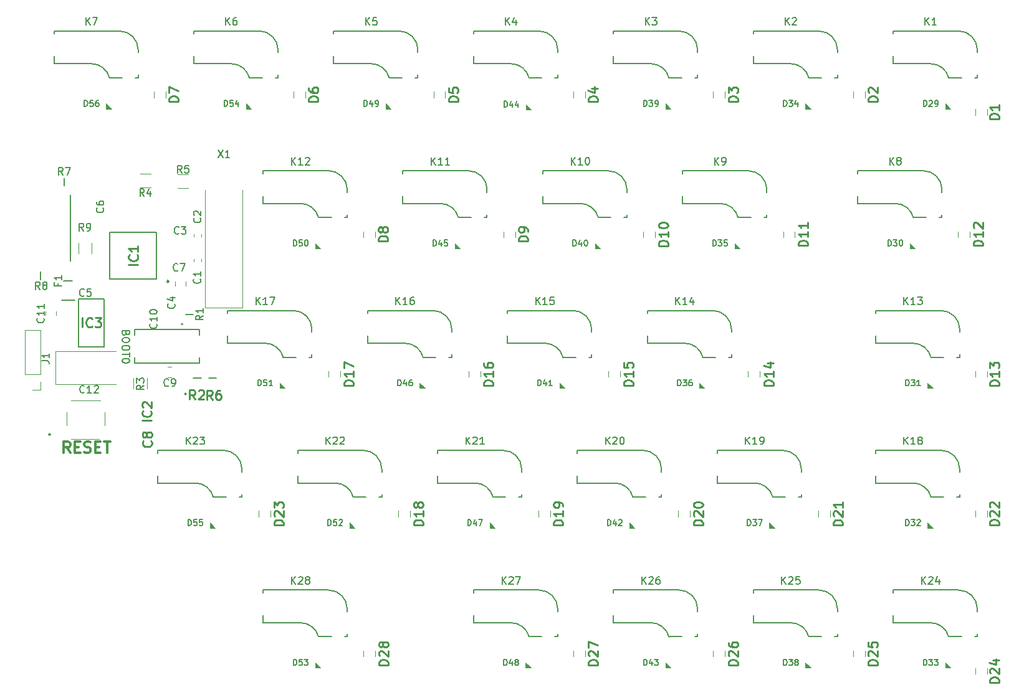
<source format=gbr>
%TF.GenerationSoftware,KiCad,Pcbnew,7.0.7*%
%TF.CreationDate,2024-01-07T23:51:42+01:00*%
%TF.ProjectId,kingslayer-28,6b696e67-736c-4617-9965-722d32382e6b,rev?*%
%TF.SameCoordinates,Original*%
%TF.FileFunction,Legend,Top*%
%TF.FilePolarity,Positive*%
%FSLAX46Y46*%
G04 Gerber Fmt 4.6, Leading zero omitted, Abs format (unit mm)*
G04 Created by KiCad (PCBNEW 7.0.7) date 2024-01-07 23:51:42*
%MOMM*%
%LPD*%
G01*
G04 APERTURE LIST*
%ADD10C,0.150000*%
%ADD11C,0.300000*%
%ADD12C,0.254000*%
%ADD13C,0.127000*%
%ADD14C,0.100000*%
%ADD15C,0.120000*%
%ADD16C,0.200000*%
%ADD17C,0.250000*%
G04 APERTURE END LIST*
D10*
X93766038Y-88884312D02*
X93718419Y-89027169D01*
X93718419Y-89027169D02*
X93670800Y-89074788D01*
X93670800Y-89074788D02*
X93575562Y-89122407D01*
X93575562Y-89122407D02*
X93432705Y-89122407D01*
X93432705Y-89122407D02*
X93337467Y-89074788D01*
X93337467Y-89074788D02*
X93289848Y-89027169D01*
X93289848Y-89027169D02*
X93242228Y-88931931D01*
X93242228Y-88931931D02*
X93242228Y-88550979D01*
X93242228Y-88550979D02*
X94242228Y-88550979D01*
X94242228Y-88550979D02*
X94242228Y-88884312D01*
X94242228Y-88884312D02*
X94194609Y-88979550D01*
X94194609Y-88979550D02*
X94146990Y-89027169D01*
X94146990Y-89027169D02*
X94051752Y-89074788D01*
X94051752Y-89074788D02*
X93956514Y-89074788D01*
X93956514Y-89074788D02*
X93861276Y-89027169D01*
X93861276Y-89027169D02*
X93813657Y-88979550D01*
X93813657Y-88979550D02*
X93766038Y-88884312D01*
X93766038Y-88884312D02*
X93766038Y-88550979D01*
X94242228Y-89741455D02*
X94242228Y-89931931D01*
X94242228Y-89931931D02*
X94194609Y-90027169D01*
X94194609Y-90027169D02*
X94099371Y-90122407D01*
X94099371Y-90122407D02*
X93908895Y-90170026D01*
X93908895Y-90170026D02*
X93575562Y-90170026D01*
X93575562Y-90170026D02*
X93385086Y-90122407D01*
X93385086Y-90122407D02*
X93289848Y-90027169D01*
X93289848Y-90027169D02*
X93242228Y-89931931D01*
X93242228Y-89931931D02*
X93242228Y-89741455D01*
X93242228Y-89741455D02*
X93289848Y-89646217D01*
X93289848Y-89646217D02*
X93385086Y-89550979D01*
X93385086Y-89550979D02*
X93575562Y-89503360D01*
X93575562Y-89503360D02*
X93908895Y-89503360D01*
X93908895Y-89503360D02*
X94099371Y-89550979D01*
X94099371Y-89550979D02*
X94194609Y-89646217D01*
X94194609Y-89646217D02*
X94242228Y-89741455D01*
X94242228Y-90789074D02*
X94242228Y-90979550D01*
X94242228Y-90979550D02*
X94194609Y-91074788D01*
X94194609Y-91074788D02*
X94099371Y-91170026D01*
X94099371Y-91170026D02*
X93908895Y-91217645D01*
X93908895Y-91217645D02*
X93575562Y-91217645D01*
X93575562Y-91217645D02*
X93385086Y-91170026D01*
X93385086Y-91170026D02*
X93289848Y-91074788D01*
X93289848Y-91074788D02*
X93242228Y-90979550D01*
X93242228Y-90979550D02*
X93242228Y-90789074D01*
X93242228Y-90789074D02*
X93289848Y-90693836D01*
X93289848Y-90693836D02*
X93385086Y-90598598D01*
X93385086Y-90598598D02*
X93575562Y-90550979D01*
X93575562Y-90550979D02*
X93908895Y-90550979D01*
X93908895Y-90550979D02*
X94099371Y-90598598D01*
X94099371Y-90598598D02*
X94194609Y-90693836D01*
X94194609Y-90693836D02*
X94242228Y-90789074D01*
X94242228Y-91503360D02*
X94242228Y-92074788D01*
X93242228Y-91789074D02*
X94242228Y-91789074D01*
X94242228Y-92598598D02*
X94242228Y-92693836D01*
X94242228Y-92693836D02*
X94194609Y-92789074D01*
X94194609Y-92789074D02*
X94146990Y-92836693D01*
X94146990Y-92836693D02*
X94051752Y-92884312D01*
X94051752Y-92884312D02*
X93861276Y-92931931D01*
X93861276Y-92931931D02*
X93623181Y-92931931D01*
X93623181Y-92931931D02*
X93432705Y-92884312D01*
X93432705Y-92884312D02*
X93337467Y-92836693D01*
X93337467Y-92836693D02*
X93289848Y-92789074D01*
X93289848Y-92789074D02*
X93242228Y-92693836D01*
X93242228Y-92693836D02*
X93242228Y-92598598D01*
X93242228Y-92598598D02*
X93289848Y-92503360D01*
X93289848Y-92503360D02*
X93337467Y-92455741D01*
X93337467Y-92455741D02*
X93432705Y-92408122D01*
X93432705Y-92408122D02*
X93623181Y-92360503D01*
X93623181Y-92360503D02*
X93861276Y-92360503D01*
X93861276Y-92360503D02*
X94051752Y-92408122D01*
X94051752Y-92408122D02*
X94146990Y-92455741D01*
X94146990Y-92455741D02*
X94194609Y-92503360D01*
X94194609Y-92503360D02*
X94242228Y-92598598D01*
D11*
X86167101Y-105134628D02*
X85667101Y-104420342D01*
X85309958Y-105134628D02*
X85309958Y-103634628D01*
X85309958Y-103634628D02*
X85881387Y-103634628D01*
X85881387Y-103634628D02*
X86024244Y-103706057D01*
X86024244Y-103706057D02*
X86095673Y-103777485D01*
X86095673Y-103777485D02*
X86167101Y-103920342D01*
X86167101Y-103920342D02*
X86167101Y-104134628D01*
X86167101Y-104134628D02*
X86095673Y-104277485D01*
X86095673Y-104277485D02*
X86024244Y-104348914D01*
X86024244Y-104348914D02*
X85881387Y-104420342D01*
X85881387Y-104420342D02*
X85309958Y-104420342D01*
X86809958Y-104348914D02*
X87309958Y-104348914D01*
X87524244Y-105134628D02*
X86809958Y-105134628D01*
X86809958Y-105134628D02*
X86809958Y-103634628D01*
X86809958Y-103634628D02*
X87524244Y-103634628D01*
X88095673Y-105063200D02*
X88309959Y-105134628D01*
X88309959Y-105134628D02*
X88667101Y-105134628D01*
X88667101Y-105134628D02*
X88809959Y-105063200D01*
X88809959Y-105063200D02*
X88881387Y-104991771D01*
X88881387Y-104991771D02*
X88952816Y-104848914D01*
X88952816Y-104848914D02*
X88952816Y-104706057D01*
X88952816Y-104706057D02*
X88881387Y-104563200D01*
X88881387Y-104563200D02*
X88809959Y-104491771D01*
X88809959Y-104491771D02*
X88667101Y-104420342D01*
X88667101Y-104420342D02*
X88381387Y-104348914D01*
X88381387Y-104348914D02*
X88238530Y-104277485D01*
X88238530Y-104277485D02*
X88167101Y-104206057D01*
X88167101Y-104206057D02*
X88095673Y-104063200D01*
X88095673Y-104063200D02*
X88095673Y-103920342D01*
X88095673Y-103920342D02*
X88167101Y-103777485D01*
X88167101Y-103777485D02*
X88238530Y-103706057D01*
X88238530Y-103706057D02*
X88381387Y-103634628D01*
X88381387Y-103634628D02*
X88738530Y-103634628D01*
X88738530Y-103634628D02*
X88952816Y-103706057D01*
X89595672Y-104348914D02*
X90095672Y-104348914D01*
X90309958Y-105134628D02*
X89595672Y-105134628D01*
X89595672Y-105134628D02*
X89595672Y-103634628D01*
X89595672Y-103634628D02*
X90309958Y-103634628D01*
X90738530Y-103634628D02*
X91595673Y-103634628D01*
X91167101Y-105134628D02*
X91167101Y-103634628D01*
D12*
X181676318Y-95997143D02*
X180406318Y-95997143D01*
X180406318Y-95997143D02*
X180406318Y-95694762D01*
X180406318Y-95694762D02*
X180466794Y-95513333D01*
X180466794Y-95513333D02*
X180587746Y-95392381D01*
X180587746Y-95392381D02*
X180708699Y-95331904D01*
X180708699Y-95331904D02*
X180950603Y-95271428D01*
X180950603Y-95271428D02*
X181132032Y-95271428D01*
X181132032Y-95271428D02*
X181373937Y-95331904D01*
X181373937Y-95331904D02*
X181494889Y-95392381D01*
X181494889Y-95392381D02*
X181615842Y-95513333D01*
X181615842Y-95513333D02*
X181676318Y-95694762D01*
X181676318Y-95694762D02*
X181676318Y-95997143D01*
X181676318Y-94061904D02*
X181676318Y-94787619D01*
X181676318Y-94424762D02*
X180406318Y-94424762D01*
X180406318Y-94424762D02*
X180587746Y-94545714D01*
X180587746Y-94545714D02*
X180708699Y-94666666D01*
X180708699Y-94666666D02*
X180769175Y-94787619D01*
X180829651Y-92973333D02*
X181676318Y-92973333D01*
X180345842Y-93275714D02*
X181252984Y-93578095D01*
X181252984Y-93578095D02*
X181252984Y-92791904D01*
X134102118Y-115003943D02*
X132832118Y-115003943D01*
X132832118Y-115003943D02*
X132832118Y-114701562D01*
X132832118Y-114701562D02*
X132892594Y-114520133D01*
X132892594Y-114520133D02*
X133013546Y-114399181D01*
X133013546Y-114399181D02*
X133134499Y-114338704D01*
X133134499Y-114338704D02*
X133376403Y-114278228D01*
X133376403Y-114278228D02*
X133557832Y-114278228D01*
X133557832Y-114278228D02*
X133799737Y-114338704D01*
X133799737Y-114338704D02*
X133920689Y-114399181D01*
X133920689Y-114399181D02*
X134041642Y-114520133D01*
X134041642Y-114520133D02*
X134102118Y-114701562D01*
X134102118Y-114701562D02*
X134102118Y-115003943D01*
X134102118Y-113068704D02*
X134102118Y-113794419D01*
X134102118Y-113431562D02*
X132832118Y-113431562D01*
X132832118Y-113431562D02*
X133013546Y-113552514D01*
X133013546Y-113552514D02*
X133134499Y-113673466D01*
X133134499Y-113673466D02*
X133194975Y-113794419D01*
X133376403Y-112342990D02*
X133315927Y-112463942D01*
X133315927Y-112463942D02*
X133255451Y-112524419D01*
X133255451Y-112524419D02*
X133134499Y-112584895D01*
X133134499Y-112584895D02*
X133074022Y-112584895D01*
X133074022Y-112584895D02*
X132953070Y-112524419D01*
X132953070Y-112524419D02*
X132892594Y-112463942D01*
X132892594Y-112463942D02*
X132832118Y-112342990D01*
X132832118Y-112342990D02*
X132832118Y-112101085D01*
X132832118Y-112101085D02*
X132892594Y-111980133D01*
X132892594Y-111980133D02*
X132953070Y-111919657D01*
X132953070Y-111919657D02*
X133074022Y-111859180D01*
X133074022Y-111859180D02*
X133134499Y-111859180D01*
X133134499Y-111859180D02*
X133255451Y-111919657D01*
X133255451Y-111919657D02*
X133315927Y-111980133D01*
X133315927Y-111980133D02*
X133376403Y-112101085D01*
X133376403Y-112101085D02*
X133376403Y-112342990D01*
X133376403Y-112342990D02*
X133436880Y-112463942D01*
X133436880Y-112463942D02*
X133497356Y-112524419D01*
X133497356Y-112524419D02*
X133618308Y-112584895D01*
X133618308Y-112584895D02*
X133860213Y-112584895D01*
X133860213Y-112584895D02*
X133981165Y-112524419D01*
X133981165Y-112524419D02*
X134041642Y-112463942D01*
X134041642Y-112463942D02*
X134102118Y-112342990D01*
X134102118Y-112342990D02*
X134102118Y-112101085D01*
X134102118Y-112101085D02*
X134041642Y-111980133D01*
X134041642Y-111980133D02*
X133981165Y-111919657D01*
X133981165Y-111919657D02*
X133860213Y-111859180D01*
X133860213Y-111859180D02*
X133618308Y-111859180D01*
X133618308Y-111859180D02*
X133497356Y-111919657D01*
X133497356Y-111919657D02*
X133436880Y-111980133D01*
X133436880Y-111980133D02*
X133376403Y-112101085D01*
X162626318Y-95997143D02*
X161356318Y-95997143D01*
X161356318Y-95997143D02*
X161356318Y-95694762D01*
X161356318Y-95694762D02*
X161416794Y-95513333D01*
X161416794Y-95513333D02*
X161537746Y-95392381D01*
X161537746Y-95392381D02*
X161658699Y-95331904D01*
X161658699Y-95331904D02*
X161900603Y-95271428D01*
X161900603Y-95271428D02*
X162082032Y-95271428D01*
X162082032Y-95271428D02*
X162323937Y-95331904D01*
X162323937Y-95331904D02*
X162444889Y-95392381D01*
X162444889Y-95392381D02*
X162565842Y-95513333D01*
X162565842Y-95513333D02*
X162626318Y-95694762D01*
X162626318Y-95694762D02*
X162626318Y-95997143D01*
X162626318Y-94061904D02*
X162626318Y-94787619D01*
X162626318Y-94424762D02*
X161356318Y-94424762D01*
X161356318Y-94424762D02*
X161537746Y-94545714D01*
X161537746Y-94545714D02*
X161658699Y-94666666D01*
X161658699Y-94666666D02*
X161719175Y-94787619D01*
X161356318Y-92912857D02*
X161356318Y-93517619D01*
X161356318Y-93517619D02*
X161961080Y-93578095D01*
X161961080Y-93578095D02*
X161900603Y-93517619D01*
X161900603Y-93517619D02*
X161840127Y-93396666D01*
X161840127Y-93396666D02*
X161840127Y-93094285D01*
X161840127Y-93094285D02*
X161900603Y-92973333D01*
X161900603Y-92973333D02*
X161961080Y-92912857D01*
X161961080Y-92912857D02*
X162082032Y-92852380D01*
X162082032Y-92852380D02*
X162384413Y-92852380D01*
X162384413Y-92852380D02*
X162505365Y-92912857D01*
X162505365Y-92912857D02*
X162565842Y-92973333D01*
X162565842Y-92973333D02*
X162626318Y-93094285D01*
X162626318Y-93094285D02*
X162626318Y-93396666D01*
X162626318Y-93396666D02*
X162565842Y-93517619D01*
X162565842Y-93517619D02*
X162505365Y-93578095D01*
D10*
X99528333Y-96015980D02*
X99480714Y-96063600D01*
X99480714Y-96063600D02*
X99337857Y-96111219D01*
X99337857Y-96111219D02*
X99242619Y-96111219D01*
X99242619Y-96111219D02*
X99099762Y-96063600D01*
X99099762Y-96063600D02*
X99004524Y-95968361D01*
X99004524Y-95968361D02*
X98956905Y-95873123D01*
X98956905Y-95873123D02*
X98909286Y-95682647D01*
X98909286Y-95682647D02*
X98909286Y-95539790D01*
X98909286Y-95539790D02*
X98956905Y-95349314D01*
X98956905Y-95349314D02*
X99004524Y-95254076D01*
X99004524Y-95254076D02*
X99099762Y-95158838D01*
X99099762Y-95158838D02*
X99242619Y-95111219D01*
X99242619Y-95111219D02*
X99337857Y-95111219D01*
X99337857Y-95111219D02*
X99480714Y-95158838D01*
X99480714Y-95158838D02*
X99528333Y-95206457D01*
X100004524Y-96111219D02*
X100195000Y-96111219D01*
X100195000Y-96111219D02*
X100290238Y-96063600D01*
X100290238Y-96063600D02*
X100337857Y-96015980D01*
X100337857Y-96015980D02*
X100433095Y-95873123D01*
X100433095Y-95873123D02*
X100480714Y-95682647D01*
X100480714Y-95682647D02*
X100480714Y-95301695D01*
X100480714Y-95301695D02*
X100433095Y-95206457D01*
X100433095Y-95206457D02*
X100385476Y-95158838D01*
X100385476Y-95158838D02*
X100290238Y-95111219D01*
X100290238Y-95111219D02*
X100099762Y-95111219D01*
X100099762Y-95111219D02*
X100004524Y-95158838D01*
X100004524Y-95158838D02*
X99956905Y-95206457D01*
X99956905Y-95206457D02*
X99909286Y-95301695D01*
X99909286Y-95301695D02*
X99909286Y-95539790D01*
X99909286Y-95539790D02*
X99956905Y-95635028D01*
X99956905Y-95635028D02*
X100004524Y-95682647D01*
X100004524Y-95682647D02*
X100099762Y-95730266D01*
X100099762Y-95730266D02*
X100290238Y-95730266D01*
X100290238Y-95730266D02*
X100385476Y-95682647D01*
X100385476Y-95682647D02*
X100433095Y-95635028D01*
X100433095Y-95635028D02*
X100480714Y-95539790D01*
D12*
X148351518Y-76392381D02*
X147081518Y-76392381D01*
X147081518Y-76392381D02*
X147081518Y-76090000D01*
X147081518Y-76090000D02*
X147141994Y-75908571D01*
X147141994Y-75908571D02*
X147262946Y-75787619D01*
X147262946Y-75787619D02*
X147383899Y-75727142D01*
X147383899Y-75727142D02*
X147625803Y-75666666D01*
X147625803Y-75666666D02*
X147807232Y-75666666D01*
X147807232Y-75666666D02*
X148049137Y-75727142D01*
X148049137Y-75727142D02*
X148170089Y-75787619D01*
X148170089Y-75787619D02*
X148291042Y-75908571D01*
X148291042Y-75908571D02*
X148351518Y-76090000D01*
X148351518Y-76090000D02*
X148351518Y-76392381D01*
X148351518Y-75061904D02*
X148351518Y-74820000D01*
X148351518Y-74820000D02*
X148291042Y-74699047D01*
X148291042Y-74699047D02*
X148230565Y-74638571D01*
X148230565Y-74638571D02*
X148049137Y-74517619D01*
X148049137Y-74517619D02*
X147807232Y-74457142D01*
X147807232Y-74457142D02*
X147323422Y-74457142D01*
X147323422Y-74457142D02*
X147202470Y-74517619D01*
X147202470Y-74517619D02*
X147141994Y-74578095D01*
X147141994Y-74578095D02*
X147081518Y-74699047D01*
X147081518Y-74699047D02*
X147081518Y-74940952D01*
X147081518Y-74940952D02*
X147141994Y-75061904D01*
X147141994Y-75061904D02*
X147202470Y-75122381D01*
X147202470Y-75122381D02*
X147323422Y-75182857D01*
X147323422Y-75182857D02*
X147625803Y-75182857D01*
X147625803Y-75182857D02*
X147746756Y-75122381D01*
X147746756Y-75122381D02*
X147807232Y-75061904D01*
X147807232Y-75061904D02*
X147867708Y-74940952D01*
X147867708Y-74940952D02*
X147867708Y-74699047D01*
X147867708Y-74699047D02*
X147807232Y-74578095D01*
X147807232Y-74578095D02*
X147746756Y-74517619D01*
X147746756Y-74517619D02*
X147625803Y-74457142D01*
X105477733Y-97932518D02*
X105054399Y-97327756D01*
X104752018Y-97932518D02*
X104752018Y-96662518D01*
X104752018Y-96662518D02*
X105235828Y-96662518D01*
X105235828Y-96662518D02*
X105356780Y-96722994D01*
X105356780Y-96722994D02*
X105417257Y-96783470D01*
X105417257Y-96783470D02*
X105477733Y-96904422D01*
X105477733Y-96904422D02*
X105477733Y-97085851D01*
X105477733Y-97085851D02*
X105417257Y-97206803D01*
X105417257Y-97206803D02*
X105356780Y-97267280D01*
X105356780Y-97267280D02*
X105235828Y-97327756D01*
X105235828Y-97327756D02*
X104752018Y-97327756D01*
X106566304Y-96662518D02*
X106324399Y-96662518D01*
X106324399Y-96662518D02*
X106203447Y-96722994D01*
X106203447Y-96722994D02*
X106142971Y-96783470D01*
X106142971Y-96783470D02*
X106022018Y-96964899D01*
X106022018Y-96964899D02*
X105961542Y-97206803D01*
X105961542Y-97206803D02*
X105961542Y-97690613D01*
X105961542Y-97690613D02*
X106022018Y-97811565D01*
X106022018Y-97811565D02*
X106082495Y-97872042D01*
X106082495Y-97872042D02*
X106203447Y-97932518D01*
X106203447Y-97932518D02*
X106445352Y-97932518D01*
X106445352Y-97932518D02*
X106566304Y-97872042D01*
X106566304Y-97872042D02*
X106626780Y-97811565D01*
X106626780Y-97811565D02*
X106687257Y-97690613D01*
X106687257Y-97690613D02*
X106687257Y-97388232D01*
X106687257Y-97388232D02*
X106626780Y-97267280D01*
X106626780Y-97267280D02*
X106566304Y-97206803D01*
X106566304Y-97206803D02*
X106445352Y-97146327D01*
X106445352Y-97146327D02*
X106203447Y-97146327D01*
X106203447Y-97146327D02*
X106082495Y-97206803D01*
X106082495Y-97206803D02*
X106022018Y-97267280D01*
X106022018Y-97267280D02*
X105961542Y-97388232D01*
X97221318Y-100782362D02*
X95951318Y-100782362D01*
X97100365Y-99451885D02*
X97160842Y-99512361D01*
X97160842Y-99512361D02*
X97221318Y-99693790D01*
X97221318Y-99693790D02*
X97221318Y-99814742D01*
X97221318Y-99814742D02*
X97160842Y-99996171D01*
X97160842Y-99996171D02*
X97039889Y-100117123D01*
X97039889Y-100117123D02*
X96918937Y-100177600D01*
X96918937Y-100177600D02*
X96677032Y-100238076D01*
X96677032Y-100238076D02*
X96495603Y-100238076D01*
X96495603Y-100238076D02*
X96253699Y-100177600D01*
X96253699Y-100177600D02*
X96132746Y-100117123D01*
X96132746Y-100117123D02*
X96011794Y-99996171D01*
X96011794Y-99996171D02*
X95951318Y-99814742D01*
X95951318Y-99814742D02*
X95951318Y-99693790D01*
X95951318Y-99693790D02*
X96011794Y-99512361D01*
X96011794Y-99512361D02*
X96072270Y-99451885D01*
X96072270Y-98968076D02*
X96011794Y-98907600D01*
X96011794Y-98907600D02*
X95951318Y-98786647D01*
X95951318Y-98786647D02*
X95951318Y-98484266D01*
X95951318Y-98484266D02*
X96011794Y-98363314D01*
X96011794Y-98363314D02*
X96072270Y-98302838D01*
X96072270Y-98302838D02*
X96193222Y-98242361D01*
X96193222Y-98242361D02*
X96314175Y-98242361D01*
X96314175Y-98242361D02*
X96495603Y-98302838D01*
X96495603Y-98302838D02*
X97221318Y-99028552D01*
X97221318Y-99028552D02*
X97221318Y-98242361D01*
D13*
X145081419Y-134038491D02*
X145081419Y-133238491D01*
X145081419Y-133238491D02*
X145271895Y-133238491D01*
X145271895Y-133238491D02*
X145386181Y-133276586D01*
X145386181Y-133276586D02*
X145462371Y-133352776D01*
X145462371Y-133352776D02*
X145500466Y-133428967D01*
X145500466Y-133428967D02*
X145538562Y-133581348D01*
X145538562Y-133581348D02*
X145538562Y-133695634D01*
X145538562Y-133695634D02*
X145500466Y-133848015D01*
X145500466Y-133848015D02*
X145462371Y-133924205D01*
X145462371Y-133924205D02*
X145386181Y-134000396D01*
X145386181Y-134000396D02*
X145271895Y-134038491D01*
X145271895Y-134038491D02*
X145081419Y-134038491D01*
X146224276Y-133505157D02*
X146224276Y-134038491D01*
X146033800Y-133200396D02*
X145843323Y-133771824D01*
X145843323Y-133771824D02*
X146338562Y-133771824D01*
X146757609Y-133581348D02*
X146681419Y-133543253D01*
X146681419Y-133543253D02*
X146643324Y-133505157D01*
X146643324Y-133505157D02*
X146605228Y-133428967D01*
X146605228Y-133428967D02*
X146605228Y-133390872D01*
X146605228Y-133390872D02*
X146643324Y-133314681D01*
X146643324Y-133314681D02*
X146681419Y-133276586D01*
X146681419Y-133276586D02*
X146757609Y-133238491D01*
X146757609Y-133238491D02*
X146909990Y-133238491D01*
X146909990Y-133238491D02*
X146986181Y-133276586D01*
X146986181Y-133276586D02*
X147024276Y-133314681D01*
X147024276Y-133314681D02*
X147062371Y-133390872D01*
X147062371Y-133390872D02*
X147062371Y-133428967D01*
X147062371Y-133428967D02*
X147024276Y-133505157D01*
X147024276Y-133505157D02*
X146986181Y-133543253D01*
X146986181Y-133543253D02*
X146909990Y-133581348D01*
X146909990Y-133581348D02*
X146757609Y-133581348D01*
X146757609Y-133581348D02*
X146681419Y-133619443D01*
X146681419Y-133619443D02*
X146643324Y-133657538D01*
X146643324Y-133657538D02*
X146605228Y-133733729D01*
X146605228Y-133733729D02*
X146605228Y-133886110D01*
X146605228Y-133886110D02*
X146643324Y-133962300D01*
X146643324Y-133962300D02*
X146681419Y-134000396D01*
X146681419Y-134000396D02*
X146757609Y-134038491D01*
X146757609Y-134038491D02*
X146909990Y-134038491D01*
X146909990Y-134038491D02*
X146986181Y-134000396D01*
X146986181Y-134000396D02*
X147024276Y-133962300D01*
X147024276Y-133962300D02*
X147062371Y-133886110D01*
X147062371Y-133886110D02*
X147062371Y-133733729D01*
X147062371Y-133733729D02*
X147024276Y-133657538D01*
X147024276Y-133657538D02*
X146986181Y-133619443D01*
X146986181Y-133619443D02*
X146909990Y-133581348D01*
D12*
X191099718Y-114997143D02*
X189829718Y-114997143D01*
X189829718Y-114997143D02*
X189829718Y-114694762D01*
X189829718Y-114694762D02*
X189890194Y-114513333D01*
X189890194Y-114513333D02*
X190011146Y-114392381D01*
X190011146Y-114392381D02*
X190132099Y-114331904D01*
X190132099Y-114331904D02*
X190374003Y-114271428D01*
X190374003Y-114271428D02*
X190555432Y-114271428D01*
X190555432Y-114271428D02*
X190797337Y-114331904D01*
X190797337Y-114331904D02*
X190918289Y-114392381D01*
X190918289Y-114392381D02*
X191039242Y-114513333D01*
X191039242Y-114513333D02*
X191099718Y-114694762D01*
X191099718Y-114694762D02*
X191099718Y-114997143D01*
X189950670Y-113787619D02*
X189890194Y-113727143D01*
X189890194Y-113727143D02*
X189829718Y-113606190D01*
X189829718Y-113606190D02*
X189829718Y-113303809D01*
X189829718Y-113303809D02*
X189890194Y-113182857D01*
X189890194Y-113182857D02*
X189950670Y-113122381D01*
X189950670Y-113122381D02*
X190071622Y-113061904D01*
X190071622Y-113061904D02*
X190192575Y-113061904D01*
X190192575Y-113061904D02*
X190374003Y-113122381D01*
X190374003Y-113122381D02*
X191099718Y-113848095D01*
X191099718Y-113848095D02*
X191099718Y-113061904D01*
X191099718Y-111852380D02*
X191099718Y-112578095D01*
X191099718Y-112215238D02*
X189829718Y-112215238D01*
X189829718Y-112215238D02*
X190011146Y-112336190D01*
X190011146Y-112336190D02*
X190132099Y-112457142D01*
X190132099Y-112457142D02*
X190192575Y-112578095D01*
X210124318Y-76997143D02*
X208854318Y-76997143D01*
X208854318Y-76997143D02*
X208854318Y-76694762D01*
X208854318Y-76694762D02*
X208914794Y-76513333D01*
X208914794Y-76513333D02*
X209035746Y-76392381D01*
X209035746Y-76392381D02*
X209156699Y-76331904D01*
X209156699Y-76331904D02*
X209398603Y-76271428D01*
X209398603Y-76271428D02*
X209580032Y-76271428D01*
X209580032Y-76271428D02*
X209821937Y-76331904D01*
X209821937Y-76331904D02*
X209942889Y-76392381D01*
X209942889Y-76392381D02*
X210063842Y-76513333D01*
X210063842Y-76513333D02*
X210124318Y-76694762D01*
X210124318Y-76694762D02*
X210124318Y-76997143D01*
X210124318Y-75061904D02*
X210124318Y-75787619D01*
X210124318Y-75424762D02*
X208854318Y-75424762D01*
X208854318Y-75424762D02*
X209035746Y-75545714D01*
X209035746Y-75545714D02*
X209156699Y-75666666D01*
X209156699Y-75666666D02*
X209217175Y-75787619D01*
X208975270Y-74578095D02*
X208914794Y-74517619D01*
X208914794Y-74517619D02*
X208854318Y-74396666D01*
X208854318Y-74396666D02*
X208854318Y-74094285D01*
X208854318Y-74094285D02*
X208914794Y-73973333D01*
X208914794Y-73973333D02*
X208975270Y-73912857D01*
X208975270Y-73912857D02*
X209096222Y-73852380D01*
X209096222Y-73852380D02*
X209217175Y-73852380D01*
X209217175Y-73852380D02*
X209398603Y-73912857D01*
X209398603Y-73912857D02*
X210124318Y-74638571D01*
X210124318Y-74638571D02*
X210124318Y-73852380D01*
D10*
X82549628Y-86850457D02*
X82597248Y-86898076D01*
X82597248Y-86898076D02*
X82644867Y-87040933D01*
X82644867Y-87040933D02*
X82644867Y-87136171D01*
X82644867Y-87136171D02*
X82597248Y-87279028D01*
X82597248Y-87279028D02*
X82502009Y-87374266D01*
X82502009Y-87374266D02*
X82406771Y-87421885D01*
X82406771Y-87421885D02*
X82216295Y-87469504D01*
X82216295Y-87469504D02*
X82073438Y-87469504D01*
X82073438Y-87469504D02*
X81882962Y-87421885D01*
X81882962Y-87421885D02*
X81787724Y-87374266D01*
X81787724Y-87374266D02*
X81692486Y-87279028D01*
X81692486Y-87279028D02*
X81644867Y-87136171D01*
X81644867Y-87136171D02*
X81644867Y-87040933D01*
X81644867Y-87040933D02*
X81692486Y-86898076D01*
X81692486Y-86898076D02*
X81740105Y-86850457D01*
X82644867Y-85898076D02*
X82644867Y-86469504D01*
X82644867Y-86183790D02*
X81644867Y-86183790D01*
X81644867Y-86183790D02*
X81787724Y-86279028D01*
X81787724Y-86279028D02*
X81882962Y-86374266D01*
X81882962Y-86374266D02*
X81930581Y-86469504D01*
X82644867Y-84945695D02*
X82644867Y-85517123D01*
X82644867Y-85231409D02*
X81644867Y-85231409D01*
X81644867Y-85231409D02*
X81787724Y-85326647D01*
X81787724Y-85326647D02*
X81882962Y-85421885D01*
X81882962Y-85421885D02*
X81930581Y-85517123D01*
D12*
X129377718Y-134003143D02*
X128107718Y-134003143D01*
X128107718Y-134003143D02*
X128107718Y-133700762D01*
X128107718Y-133700762D02*
X128168194Y-133519333D01*
X128168194Y-133519333D02*
X128289146Y-133398381D01*
X128289146Y-133398381D02*
X128410099Y-133337904D01*
X128410099Y-133337904D02*
X128652003Y-133277428D01*
X128652003Y-133277428D02*
X128833432Y-133277428D01*
X128833432Y-133277428D02*
X129075337Y-133337904D01*
X129075337Y-133337904D02*
X129196289Y-133398381D01*
X129196289Y-133398381D02*
X129317242Y-133519333D01*
X129317242Y-133519333D02*
X129377718Y-133700762D01*
X129377718Y-133700762D02*
X129377718Y-134003143D01*
X128228670Y-132793619D02*
X128168194Y-132733143D01*
X128168194Y-132733143D02*
X128107718Y-132612190D01*
X128107718Y-132612190D02*
X128107718Y-132309809D01*
X128107718Y-132309809D02*
X128168194Y-132188857D01*
X128168194Y-132188857D02*
X128228670Y-132128381D01*
X128228670Y-132128381D02*
X128349622Y-132067904D01*
X128349622Y-132067904D02*
X128470575Y-132067904D01*
X128470575Y-132067904D02*
X128652003Y-132128381D01*
X128652003Y-132128381D02*
X129377718Y-132854095D01*
X129377718Y-132854095D02*
X129377718Y-132067904D01*
X128652003Y-131342190D02*
X128591527Y-131463142D01*
X128591527Y-131463142D02*
X128531051Y-131523619D01*
X128531051Y-131523619D02*
X128410099Y-131584095D01*
X128410099Y-131584095D02*
X128349622Y-131584095D01*
X128349622Y-131584095D02*
X128228670Y-131523619D01*
X128228670Y-131523619D02*
X128168194Y-131463142D01*
X128168194Y-131463142D02*
X128107718Y-131342190D01*
X128107718Y-131342190D02*
X128107718Y-131100285D01*
X128107718Y-131100285D02*
X128168194Y-130979333D01*
X128168194Y-130979333D02*
X128228670Y-130918857D01*
X128228670Y-130918857D02*
X128349622Y-130858380D01*
X128349622Y-130858380D02*
X128410099Y-130858380D01*
X128410099Y-130858380D02*
X128531051Y-130918857D01*
X128531051Y-130918857D02*
X128591527Y-130979333D01*
X128591527Y-130979333D02*
X128652003Y-131100285D01*
X128652003Y-131100285D02*
X128652003Y-131342190D01*
X128652003Y-131342190D02*
X128712480Y-131463142D01*
X128712480Y-131463142D02*
X128772956Y-131523619D01*
X128772956Y-131523619D02*
X128893908Y-131584095D01*
X128893908Y-131584095D02*
X129135813Y-131584095D01*
X129135813Y-131584095D02*
X129256765Y-131523619D01*
X129256765Y-131523619D02*
X129317242Y-131463142D01*
X129317242Y-131463142D02*
X129377718Y-131342190D01*
X129377718Y-131342190D02*
X129377718Y-131100285D01*
X129377718Y-131100285D02*
X129317242Y-130979333D01*
X129317242Y-130979333D02*
X129256765Y-130918857D01*
X129256765Y-130918857D02*
X129135813Y-130858380D01*
X129135813Y-130858380D02*
X128893908Y-130858380D01*
X128893908Y-130858380D02*
X128772956Y-130918857D01*
X128772956Y-130918857D02*
X128712480Y-130979333D01*
X128712480Y-130979333D02*
X128652003Y-131100285D01*
D10*
X101352781Y-67104419D02*
X101019448Y-66628228D01*
X100781353Y-67104419D02*
X100781353Y-66104419D01*
X100781353Y-66104419D02*
X101162305Y-66104419D01*
X101162305Y-66104419D02*
X101257543Y-66152038D01*
X101257543Y-66152038D02*
X101305162Y-66199657D01*
X101305162Y-66199657D02*
X101352781Y-66294895D01*
X101352781Y-66294895D02*
X101352781Y-66437752D01*
X101352781Y-66437752D02*
X101305162Y-66532990D01*
X101305162Y-66532990D02*
X101257543Y-66580609D01*
X101257543Y-66580609D02*
X101162305Y-66628228D01*
X101162305Y-66628228D02*
X100781353Y-66628228D01*
X102257543Y-66104419D02*
X101781353Y-66104419D01*
X101781353Y-66104419D02*
X101733734Y-66580609D01*
X101733734Y-66580609D02*
X101781353Y-66532990D01*
X101781353Y-66532990D02*
X101876591Y-66485371D01*
X101876591Y-66485371D02*
X102114686Y-66485371D01*
X102114686Y-66485371D02*
X102209924Y-66532990D01*
X102209924Y-66532990D02*
X102257543Y-66580609D01*
X102257543Y-66580609D02*
X102305162Y-66675847D01*
X102305162Y-66675847D02*
X102305162Y-66913942D01*
X102305162Y-66913942D02*
X102257543Y-67009180D01*
X102257543Y-67009180D02*
X102209924Y-67056800D01*
X102209924Y-67056800D02*
X102114686Y-67104419D01*
X102114686Y-67104419D02*
X101876591Y-67104419D01*
X101876591Y-67104419D02*
X101781353Y-67056800D01*
X101781353Y-67056800D02*
X101733734Y-67009180D01*
D13*
X102181419Y-115038491D02*
X102181419Y-114238491D01*
X102181419Y-114238491D02*
X102371895Y-114238491D01*
X102371895Y-114238491D02*
X102486181Y-114276586D01*
X102486181Y-114276586D02*
X102562371Y-114352776D01*
X102562371Y-114352776D02*
X102600466Y-114428967D01*
X102600466Y-114428967D02*
X102638562Y-114581348D01*
X102638562Y-114581348D02*
X102638562Y-114695634D01*
X102638562Y-114695634D02*
X102600466Y-114848015D01*
X102600466Y-114848015D02*
X102562371Y-114924205D01*
X102562371Y-114924205D02*
X102486181Y-115000396D01*
X102486181Y-115000396D02*
X102371895Y-115038491D01*
X102371895Y-115038491D02*
X102181419Y-115038491D01*
X103362371Y-114238491D02*
X102981419Y-114238491D01*
X102981419Y-114238491D02*
X102943323Y-114619443D01*
X102943323Y-114619443D02*
X102981419Y-114581348D01*
X102981419Y-114581348D02*
X103057609Y-114543253D01*
X103057609Y-114543253D02*
X103248085Y-114543253D01*
X103248085Y-114543253D02*
X103324276Y-114581348D01*
X103324276Y-114581348D02*
X103362371Y-114619443D01*
X103362371Y-114619443D02*
X103400466Y-114695634D01*
X103400466Y-114695634D02*
X103400466Y-114886110D01*
X103400466Y-114886110D02*
X103362371Y-114962300D01*
X103362371Y-114962300D02*
X103324276Y-115000396D01*
X103324276Y-115000396D02*
X103248085Y-115038491D01*
X103248085Y-115038491D02*
X103057609Y-115038491D01*
X103057609Y-115038491D02*
X102981419Y-115000396D01*
X102981419Y-115000396D02*
X102943323Y-114962300D01*
X104124276Y-114238491D02*
X103743324Y-114238491D01*
X103743324Y-114238491D02*
X103705228Y-114619443D01*
X103705228Y-114619443D02*
X103743324Y-114581348D01*
X103743324Y-114581348D02*
X103819514Y-114543253D01*
X103819514Y-114543253D02*
X104009990Y-114543253D01*
X104009990Y-114543253D02*
X104086181Y-114581348D01*
X104086181Y-114581348D02*
X104124276Y-114619443D01*
X104124276Y-114619443D02*
X104162371Y-114695634D01*
X104162371Y-114695634D02*
X104162371Y-114886110D01*
X104162371Y-114886110D02*
X104124276Y-114962300D01*
X104124276Y-114962300D02*
X104086181Y-115000396D01*
X104086181Y-115000396D02*
X104009990Y-115038491D01*
X104009990Y-115038491D02*
X103819514Y-115038491D01*
X103819514Y-115038491D02*
X103743324Y-115000396D01*
X103743324Y-115000396D02*
X103705228Y-114962300D01*
D12*
X157851118Y-134003143D02*
X156581118Y-134003143D01*
X156581118Y-134003143D02*
X156581118Y-133700762D01*
X156581118Y-133700762D02*
X156641594Y-133519333D01*
X156641594Y-133519333D02*
X156762546Y-133398381D01*
X156762546Y-133398381D02*
X156883499Y-133337904D01*
X156883499Y-133337904D02*
X157125403Y-133277428D01*
X157125403Y-133277428D02*
X157306832Y-133277428D01*
X157306832Y-133277428D02*
X157548737Y-133337904D01*
X157548737Y-133337904D02*
X157669689Y-133398381D01*
X157669689Y-133398381D02*
X157790642Y-133519333D01*
X157790642Y-133519333D02*
X157851118Y-133700762D01*
X157851118Y-133700762D02*
X157851118Y-134003143D01*
X156702070Y-132793619D02*
X156641594Y-132733143D01*
X156641594Y-132733143D02*
X156581118Y-132612190D01*
X156581118Y-132612190D02*
X156581118Y-132309809D01*
X156581118Y-132309809D02*
X156641594Y-132188857D01*
X156641594Y-132188857D02*
X156702070Y-132128381D01*
X156702070Y-132128381D02*
X156823022Y-132067904D01*
X156823022Y-132067904D02*
X156943975Y-132067904D01*
X156943975Y-132067904D02*
X157125403Y-132128381D01*
X157125403Y-132128381D02*
X157851118Y-132854095D01*
X157851118Y-132854095D02*
X157851118Y-132067904D01*
X156581118Y-131644571D02*
X156581118Y-130797904D01*
X156581118Y-130797904D02*
X157851118Y-131342190D01*
D13*
X111681419Y-96038491D02*
X111681419Y-95238491D01*
X111681419Y-95238491D02*
X111871895Y-95238491D01*
X111871895Y-95238491D02*
X111986181Y-95276586D01*
X111986181Y-95276586D02*
X112062371Y-95352776D01*
X112062371Y-95352776D02*
X112100466Y-95428967D01*
X112100466Y-95428967D02*
X112138562Y-95581348D01*
X112138562Y-95581348D02*
X112138562Y-95695634D01*
X112138562Y-95695634D02*
X112100466Y-95848015D01*
X112100466Y-95848015D02*
X112062371Y-95924205D01*
X112062371Y-95924205D02*
X111986181Y-96000396D01*
X111986181Y-96000396D02*
X111871895Y-96038491D01*
X111871895Y-96038491D02*
X111681419Y-96038491D01*
X112862371Y-95238491D02*
X112481419Y-95238491D01*
X112481419Y-95238491D02*
X112443323Y-95619443D01*
X112443323Y-95619443D02*
X112481419Y-95581348D01*
X112481419Y-95581348D02*
X112557609Y-95543253D01*
X112557609Y-95543253D02*
X112748085Y-95543253D01*
X112748085Y-95543253D02*
X112824276Y-95581348D01*
X112824276Y-95581348D02*
X112862371Y-95619443D01*
X112862371Y-95619443D02*
X112900466Y-95695634D01*
X112900466Y-95695634D02*
X112900466Y-95886110D01*
X112900466Y-95886110D02*
X112862371Y-95962300D01*
X112862371Y-95962300D02*
X112824276Y-96000396D01*
X112824276Y-96000396D02*
X112748085Y-96038491D01*
X112748085Y-96038491D02*
X112557609Y-96038491D01*
X112557609Y-96038491D02*
X112481419Y-96000396D01*
X112481419Y-96000396D02*
X112443323Y-95962300D01*
X113662371Y-96038491D02*
X113205228Y-96038491D01*
X113433800Y-96038491D02*
X113433800Y-95238491D01*
X113433800Y-95238491D02*
X113357609Y-95352776D01*
X113357609Y-95352776D02*
X113281419Y-95428967D01*
X113281419Y-95428967D02*
X113205228Y-95467062D01*
D12*
X95388166Y-79598762D02*
X94118166Y-79598762D01*
X95267213Y-78268285D02*
X95327690Y-78328761D01*
X95327690Y-78328761D02*
X95388166Y-78510190D01*
X95388166Y-78510190D02*
X95388166Y-78631142D01*
X95388166Y-78631142D02*
X95327690Y-78812571D01*
X95327690Y-78812571D02*
X95206737Y-78933523D01*
X95206737Y-78933523D02*
X95085785Y-78994000D01*
X95085785Y-78994000D02*
X94843880Y-79054476D01*
X94843880Y-79054476D02*
X94662451Y-79054476D01*
X94662451Y-79054476D02*
X94420547Y-78994000D01*
X94420547Y-78994000D02*
X94299594Y-78933523D01*
X94299594Y-78933523D02*
X94178642Y-78812571D01*
X94178642Y-78812571D02*
X94118166Y-78631142D01*
X94118166Y-78631142D02*
X94118166Y-78510190D01*
X94118166Y-78510190D02*
X94178642Y-78328761D01*
X94178642Y-78328761D02*
X94239118Y-78268285D01*
X95388166Y-77058761D02*
X95388166Y-77784476D01*
X95388166Y-77421619D02*
X94118166Y-77421619D01*
X94118166Y-77421619D02*
X94299594Y-77542571D01*
X94299594Y-77542571D02*
X94420547Y-77663523D01*
X94420547Y-77663523D02*
X94481023Y-77784476D01*
D10*
X90626828Y-71870866D02*
X90674448Y-71918485D01*
X90674448Y-71918485D02*
X90722067Y-72061342D01*
X90722067Y-72061342D02*
X90722067Y-72156580D01*
X90722067Y-72156580D02*
X90674448Y-72299437D01*
X90674448Y-72299437D02*
X90579209Y-72394675D01*
X90579209Y-72394675D02*
X90483971Y-72442294D01*
X90483971Y-72442294D02*
X90293495Y-72489913D01*
X90293495Y-72489913D02*
X90150638Y-72489913D01*
X90150638Y-72489913D02*
X89960162Y-72442294D01*
X89960162Y-72442294D02*
X89864924Y-72394675D01*
X89864924Y-72394675D02*
X89769686Y-72299437D01*
X89769686Y-72299437D02*
X89722067Y-72156580D01*
X89722067Y-72156580D02*
X89722067Y-72061342D01*
X89722067Y-72061342D02*
X89769686Y-71918485D01*
X89769686Y-71918485D02*
X89817305Y-71870866D01*
X89722067Y-71013723D02*
X89722067Y-71204199D01*
X89722067Y-71204199D02*
X89769686Y-71299437D01*
X89769686Y-71299437D02*
X89817305Y-71347056D01*
X89817305Y-71347056D02*
X89960162Y-71442294D01*
X89960162Y-71442294D02*
X90150638Y-71489913D01*
X90150638Y-71489913D02*
X90531590Y-71489913D01*
X90531590Y-71489913D02*
X90626828Y-71442294D01*
X90626828Y-71442294D02*
X90674448Y-71394675D01*
X90674448Y-71394675D02*
X90722067Y-71299437D01*
X90722067Y-71299437D02*
X90722067Y-71108961D01*
X90722067Y-71108961D02*
X90674448Y-71013723D01*
X90674448Y-71013723D02*
X90626828Y-70966104D01*
X90626828Y-70966104D02*
X90531590Y-70918485D01*
X90531590Y-70918485D02*
X90293495Y-70918485D01*
X90293495Y-70918485D02*
X90198257Y-70966104D01*
X90198257Y-70966104D02*
X90150638Y-71013723D01*
X90150638Y-71013723D02*
X90103019Y-71108961D01*
X90103019Y-71108961D02*
X90103019Y-71299437D01*
X90103019Y-71299437D02*
X90150638Y-71394675D01*
X90150638Y-71394675D02*
X90198257Y-71442294D01*
X90198257Y-71442294D02*
X90293495Y-71489913D01*
D12*
X167376118Y-77005543D02*
X166106118Y-77005543D01*
X166106118Y-77005543D02*
X166106118Y-76703162D01*
X166106118Y-76703162D02*
X166166594Y-76521733D01*
X166166594Y-76521733D02*
X166287546Y-76400781D01*
X166287546Y-76400781D02*
X166408499Y-76340304D01*
X166408499Y-76340304D02*
X166650403Y-76279828D01*
X166650403Y-76279828D02*
X166831832Y-76279828D01*
X166831832Y-76279828D02*
X167073737Y-76340304D01*
X167073737Y-76340304D02*
X167194689Y-76400781D01*
X167194689Y-76400781D02*
X167315642Y-76521733D01*
X167315642Y-76521733D02*
X167376118Y-76703162D01*
X167376118Y-76703162D02*
X167376118Y-77005543D01*
X167376118Y-75070304D02*
X167376118Y-75796019D01*
X167376118Y-75433162D02*
X166106118Y-75433162D01*
X166106118Y-75433162D02*
X166287546Y-75554114D01*
X166287546Y-75554114D02*
X166408499Y-75675066D01*
X166408499Y-75675066D02*
X166468975Y-75796019D01*
X166106118Y-74284114D02*
X166106118Y-74163161D01*
X166106118Y-74163161D02*
X166166594Y-74042209D01*
X166166594Y-74042209D02*
X166227070Y-73981733D01*
X166227070Y-73981733D02*
X166348022Y-73921257D01*
X166348022Y-73921257D02*
X166589927Y-73860780D01*
X166589927Y-73860780D02*
X166892308Y-73860780D01*
X166892308Y-73860780D02*
X167134213Y-73921257D01*
X167134213Y-73921257D02*
X167255165Y-73981733D01*
X167255165Y-73981733D02*
X167315642Y-74042209D01*
X167315642Y-74042209D02*
X167376118Y-74163161D01*
X167376118Y-74163161D02*
X167376118Y-74284114D01*
X167376118Y-74284114D02*
X167315642Y-74405066D01*
X167315642Y-74405066D02*
X167255165Y-74465542D01*
X167255165Y-74465542D02*
X167134213Y-74526019D01*
X167134213Y-74526019D02*
X166892308Y-74586495D01*
X166892308Y-74586495D02*
X166589927Y-74586495D01*
X166589927Y-74586495D02*
X166348022Y-74526019D01*
X166348022Y-74526019D02*
X166227070Y-74465542D01*
X166227070Y-74465542D02*
X166166594Y-74405066D01*
X166166594Y-74405066D02*
X166106118Y-74284114D01*
X138851918Y-57401581D02*
X137581918Y-57401581D01*
X137581918Y-57401581D02*
X137581918Y-57099200D01*
X137581918Y-57099200D02*
X137642394Y-56917771D01*
X137642394Y-56917771D02*
X137763346Y-56796819D01*
X137763346Y-56796819D02*
X137884299Y-56736342D01*
X137884299Y-56736342D02*
X138126203Y-56675866D01*
X138126203Y-56675866D02*
X138307632Y-56675866D01*
X138307632Y-56675866D02*
X138549537Y-56736342D01*
X138549537Y-56736342D02*
X138670489Y-56796819D01*
X138670489Y-56796819D02*
X138791442Y-56917771D01*
X138791442Y-56917771D02*
X138851918Y-57099200D01*
X138851918Y-57099200D02*
X138851918Y-57401581D01*
X137581918Y-55526819D02*
X137581918Y-56131581D01*
X137581918Y-56131581D02*
X138186680Y-56192057D01*
X138186680Y-56192057D02*
X138126203Y-56131581D01*
X138126203Y-56131581D02*
X138065727Y-56010628D01*
X138065727Y-56010628D02*
X138065727Y-55708247D01*
X138065727Y-55708247D02*
X138126203Y-55587295D01*
X138126203Y-55587295D02*
X138186680Y-55526819D01*
X138186680Y-55526819D02*
X138307632Y-55466342D01*
X138307632Y-55466342D02*
X138610013Y-55466342D01*
X138610013Y-55466342D02*
X138730965Y-55526819D01*
X138730965Y-55526819D02*
X138791442Y-55587295D01*
X138791442Y-55587295D02*
X138851918Y-55708247D01*
X138851918Y-55708247D02*
X138851918Y-56010628D01*
X138851918Y-56010628D02*
X138791442Y-56131581D01*
X138791442Y-56131581D02*
X138730965Y-56192057D01*
D10*
X87992381Y-74978419D02*
X87659048Y-74502228D01*
X87420953Y-74978419D02*
X87420953Y-73978419D01*
X87420953Y-73978419D02*
X87801905Y-73978419D01*
X87801905Y-73978419D02*
X87897143Y-74026038D01*
X87897143Y-74026038D02*
X87944762Y-74073657D01*
X87944762Y-74073657D02*
X87992381Y-74168895D01*
X87992381Y-74168895D02*
X87992381Y-74311752D01*
X87992381Y-74311752D02*
X87944762Y-74406990D01*
X87944762Y-74406990D02*
X87897143Y-74454609D01*
X87897143Y-74454609D02*
X87801905Y-74502228D01*
X87801905Y-74502228D02*
X87420953Y-74502228D01*
X88468572Y-74978419D02*
X88659048Y-74978419D01*
X88659048Y-74978419D02*
X88754286Y-74930800D01*
X88754286Y-74930800D02*
X88801905Y-74883180D01*
X88801905Y-74883180D02*
X88897143Y-74740323D01*
X88897143Y-74740323D02*
X88944762Y-74549847D01*
X88944762Y-74549847D02*
X88944762Y-74168895D01*
X88944762Y-74168895D02*
X88897143Y-74073657D01*
X88897143Y-74073657D02*
X88849524Y-74026038D01*
X88849524Y-74026038D02*
X88754286Y-73978419D01*
X88754286Y-73978419D02*
X88563810Y-73978419D01*
X88563810Y-73978419D02*
X88468572Y-74026038D01*
X88468572Y-74026038D02*
X88420953Y-74073657D01*
X88420953Y-74073657D02*
X88373334Y-74168895D01*
X88373334Y-74168895D02*
X88373334Y-74406990D01*
X88373334Y-74406990D02*
X88420953Y-74502228D01*
X88420953Y-74502228D02*
X88468572Y-74549847D01*
X88468572Y-74549847D02*
X88563810Y-74597466D01*
X88563810Y-74597466D02*
X88754286Y-74597466D01*
X88754286Y-74597466D02*
X88849524Y-74549847D01*
X88849524Y-74549847D02*
X88897143Y-74502228D01*
X88897143Y-74502228D02*
X88944762Y-74406990D01*
X88068581Y-83773180D02*
X88020962Y-83820800D01*
X88020962Y-83820800D02*
X87878105Y-83868419D01*
X87878105Y-83868419D02*
X87782867Y-83868419D01*
X87782867Y-83868419D02*
X87640010Y-83820800D01*
X87640010Y-83820800D02*
X87544772Y-83725561D01*
X87544772Y-83725561D02*
X87497153Y-83630323D01*
X87497153Y-83630323D02*
X87449534Y-83439847D01*
X87449534Y-83439847D02*
X87449534Y-83296990D01*
X87449534Y-83296990D02*
X87497153Y-83106514D01*
X87497153Y-83106514D02*
X87544772Y-83011276D01*
X87544772Y-83011276D02*
X87640010Y-82916038D01*
X87640010Y-82916038D02*
X87782867Y-82868419D01*
X87782867Y-82868419D02*
X87878105Y-82868419D01*
X87878105Y-82868419D02*
X88020962Y-82916038D01*
X88020962Y-82916038D02*
X88068581Y-82963657D01*
X88973343Y-82868419D02*
X88497153Y-82868419D01*
X88497153Y-82868419D02*
X88449534Y-83344609D01*
X88449534Y-83344609D02*
X88497153Y-83296990D01*
X88497153Y-83296990D02*
X88592391Y-83249371D01*
X88592391Y-83249371D02*
X88830486Y-83249371D01*
X88830486Y-83249371D02*
X88925724Y-83296990D01*
X88925724Y-83296990D02*
X88973343Y-83344609D01*
X88973343Y-83344609D02*
X89020962Y-83439847D01*
X89020962Y-83439847D02*
X89020962Y-83677942D01*
X89020962Y-83677942D02*
X88973343Y-83773180D01*
X88973343Y-83773180D02*
X88925724Y-83820800D01*
X88925724Y-83820800D02*
X88830486Y-83868419D01*
X88830486Y-83868419D02*
X88592391Y-83868419D01*
X88592391Y-83868419D02*
X88497153Y-83820800D01*
X88497153Y-83820800D02*
X88449534Y-83773180D01*
X100308580Y-84901066D02*
X100356200Y-84948685D01*
X100356200Y-84948685D02*
X100403819Y-85091542D01*
X100403819Y-85091542D02*
X100403819Y-85186780D01*
X100403819Y-85186780D02*
X100356200Y-85329637D01*
X100356200Y-85329637D02*
X100260961Y-85424875D01*
X100260961Y-85424875D02*
X100165723Y-85472494D01*
X100165723Y-85472494D02*
X99975247Y-85520113D01*
X99975247Y-85520113D02*
X99832390Y-85520113D01*
X99832390Y-85520113D02*
X99641914Y-85472494D01*
X99641914Y-85472494D02*
X99546676Y-85424875D01*
X99546676Y-85424875D02*
X99451438Y-85329637D01*
X99451438Y-85329637D02*
X99403819Y-85186780D01*
X99403819Y-85186780D02*
X99403819Y-85091542D01*
X99403819Y-85091542D02*
X99451438Y-84948685D01*
X99451438Y-84948685D02*
X99499057Y-84901066D01*
X99737152Y-84043923D02*
X100403819Y-84043923D01*
X99356200Y-84282018D02*
X100070485Y-84520113D01*
X100070485Y-84520113D02*
X100070485Y-83901066D01*
X84483257Y-82095933D02*
X84483257Y-82429266D01*
X85007067Y-82429266D02*
X84007067Y-82429266D01*
X84007067Y-82429266D02*
X84007067Y-81953076D01*
X85007067Y-81048314D02*
X85007067Y-81619742D01*
X85007067Y-81334028D02*
X84007067Y-81334028D01*
X84007067Y-81334028D02*
X84149924Y-81429266D01*
X84149924Y-81429266D02*
X84245162Y-81524504D01*
X84245162Y-81524504D02*
X84292781Y-81619742D01*
X103840028Y-73242466D02*
X103887648Y-73290085D01*
X103887648Y-73290085D02*
X103935267Y-73432942D01*
X103935267Y-73432942D02*
X103935267Y-73528180D01*
X103935267Y-73528180D02*
X103887648Y-73671037D01*
X103887648Y-73671037D02*
X103792409Y-73766275D01*
X103792409Y-73766275D02*
X103697171Y-73813894D01*
X103697171Y-73813894D02*
X103506695Y-73861513D01*
X103506695Y-73861513D02*
X103363838Y-73861513D01*
X103363838Y-73861513D02*
X103173362Y-73813894D01*
X103173362Y-73813894D02*
X103078124Y-73766275D01*
X103078124Y-73766275D02*
X102982886Y-73671037D01*
X102982886Y-73671037D02*
X102935267Y-73528180D01*
X102935267Y-73528180D02*
X102935267Y-73432942D01*
X102935267Y-73432942D02*
X102982886Y-73290085D01*
X102982886Y-73290085D02*
X103030505Y-73242466D01*
X103030505Y-72861513D02*
X102982886Y-72813894D01*
X102982886Y-72813894D02*
X102935267Y-72718656D01*
X102935267Y-72718656D02*
X102935267Y-72480561D01*
X102935267Y-72480561D02*
X102982886Y-72385323D01*
X102982886Y-72385323D02*
X103030505Y-72337704D01*
X103030505Y-72337704D02*
X103125743Y-72290085D01*
X103125743Y-72290085D02*
X103220981Y-72290085D01*
X103220981Y-72290085D02*
X103363838Y-72337704D01*
X103363838Y-72337704D02*
X103935267Y-72909132D01*
X103935267Y-72909132D02*
X103935267Y-72290085D01*
X100946381Y-75314980D02*
X100898762Y-75362600D01*
X100898762Y-75362600D02*
X100755905Y-75410219D01*
X100755905Y-75410219D02*
X100660667Y-75410219D01*
X100660667Y-75410219D02*
X100517810Y-75362600D01*
X100517810Y-75362600D02*
X100422572Y-75267361D01*
X100422572Y-75267361D02*
X100374953Y-75172123D01*
X100374953Y-75172123D02*
X100327334Y-74981647D01*
X100327334Y-74981647D02*
X100327334Y-74838790D01*
X100327334Y-74838790D02*
X100374953Y-74648314D01*
X100374953Y-74648314D02*
X100422572Y-74553076D01*
X100422572Y-74553076D02*
X100517810Y-74457838D01*
X100517810Y-74457838D02*
X100660667Y-74410219D01*
X100660667Y-74410219D02*
X100755905Y-74410219D01*
X100755905Y-74410219D02*
X100898762Y-74457838D01*
X100898762Y-74457838D02*
X100946381Y-74505457D01*
X101279715Y-74410219D02*
X101898762Y-74410219D01*
X101898762Y-74410219D02*
X101565429Y-74791171D01*
X101565429Y-74791171D02*
X101708286Y-74791171D01*
X101708286Y-74791171D02*
X101803524Y-74838790D01*
X101803524Y-74838790D02*
X101851143Y-74886409D01*
X101851143Y-74886409D02*
X101898762Y-74981647D01*
X101898762Y-74981647D02*
X101898762Y-75219742D01*
X101898762Y-75219742D02*
X101851143Y-75314980D01*
X101851143Y-75314980D02*
X101803524Y-75362600D01*
X101803524Y-75362600D02*
X101708286Y-75410219D01*
X101708286Y-75410219D02*
X101422572Y-75410219D01*
X101422572Y-75410219D02*
X101327334Y-75362600D01*
X101327334Y-75362600D02*
X101279715Y-75314980D01*
X85183181Y-67383819D02*
X84849848Y-66907628D01*
X84611753Y-67383819D02*
X84611753Y-66383819D01*
X84611753Y-66383819D02*
X84992705Y-66383819D01*
X84992705Y-66383819D02*
X85087943Y-66431438D01*
X85087943Y-66431438D02*
X85135562Y-66479057D01*
X85135562Y-66479057D02*
X85183181Y-66574295D01*
X85183181Y-66574295D02*
X85183181Y-66717152D01*
X85183181Y-66717152D02*
X85135562Y-66812390D01*
X85135562Y-66812390D02*
X85087943Y-66860009D01*
X85087943Y-66860009D02*
X84992705Y-66907628D01*
X84992705Y-66907628D02*
X84611753Y-66907628D01*
X85516515Y-66383819D02*
X86183181Y-66383819D01*
X86183181Y-66383819D02*
X85754610Y-67383819D01*
D13*
X126081419Y-58038491D02*
X126081419Y-57238491D01*
X126081419Y-57238491D02*
X126271895Y-57238491D01*
X126271895Y-57238491D02*
X126386181Y-57276586D01*
X126386181Y-57276586D02*
X126462371Y-57352776D01*
X126462371Y-57352776D02*
X126500466Y-57428967D01*
X126500466Y-57428967D02*
X126538562Y-57581348D01*
X126538562Y-57581348D02*
X126538562Y-57695634D01*
X126538562Y-57695634D02*
X126500466Y-57848015D01*
X126500466Y-57848015D02*
X126462371Y-57924205D01*
X126462371Y-57924205D02*
X126386181Y-58000396D01*
X126386181Y-58000396D02*
X126271895Y-58038491D01*
X126271895Y-58038491D02*
X126081419Y-58038491D01*
X127224276Y-57505157D02*
X127224276Y-58038491D01*
X127033800Y-57200396D02*
X126843323Y-57771824D01*
X126843323Y-57771824D02*
X127338562Y-57771824D01*
X127681419Y-58038491D02*
X127833800Y-58038491D01*
X127833800Y-58038491D02*
X127909990Y-58000396D01*
X127909990Y-58000396D02*
X127948086Y-57962300D01*
X127948086Y-57962300D02*
X128024276Y-57848015D01*
X128024276Y-57848015D02*
X128062371Y-57695634D01*
X128062371Y-57695634D02*
X128062371Y-57390872D01*
X128062371Y-57390872D02*
X128024276Y-57314681D01*
X128024276Y-57314681D02*
X127986181Y-57276586D01*
X127986181Y-57276586D02*
X127909990Y-57238491D01*
X127909990Y-57238491D02*
X127757609Y-57238491D01*
X127757609Y-57238491D02*
X127681419Y-57276586D01*
X127681419Y-57276586D02*
X127643324Y-57314681D01*
X127643324Y-57314681D02*
X127605228Y-57390872D01*
X127605228Y-57390872D02*
X127605228Y-57581348D01*
X127605228Y-57581348D02*
X127643324Y-57657538D01*
X127643324Y-57657538D02*
X127681419Y-57695634D01*
X127681419Y-57695634D02*
X127757609Y-57733729D01*
X127757609Y-57733729D02*
X127909990Y-57733729D01*
X127909990Y-57733729D02*
X127986181Y-57695634D01*
X127986181Y-57695634D02*
X128024276Y-57657538D01*
X128024276Y-57657538D02*
X128062371Y-57581348D01*
D12*
X212334118Y-59763781D02*
X211064118Y-59763781D01*
X211064118Y-59763781D02*
X211064118Y-59461400D01*
X211064118Y-59461400D02*
X211124594Y-59279971D01*
X211124594Y-59279971D02*
X211245546Y-59159019D01*
X211245546Y-59159019D02*
X211366499Y-59098542D01*
X211366499Y-59098542D02*
X211608403Y-59038066D01*
X211608403Y-59038066D02*
X211789832Y-59038066D01*
X211789832Y-59038066D02*
X212031737Y-59098542D01*
X212031737Y-59098542D02*
X212152689Y-59159019D01*
X212152689Y-59159019D02*
X212273642Y-59279971D01*
X212273642Y-59279971D02*
X212334118Y-59461400D01*
X212334118Y-59461400D02*
X212334118Y-59763781D01*
X212334118Y-57828542D02*
X212334118Y-58554257D01*
X212334118Y-58191400D02*
X211064118Y-58191400D01*
X211064118Y-58191400D02*
X211245546Y-58312352D01*
X211245546Y-58312352D02*
X211366499Y-58433304D01*
X211366499Y-58433304D02*
X211426975Y-58554257D01*
D13*
X145100419Y-58158291D02*
X145100419Y-57358291D01*
X145100419Y-57358291D02*
X145290895Y-57358291D01*
X145290895Y-57358291D02*
X145405181Y-57396386D01*
X145405181Y-57396386D02*
X145481371Y-57472576D01*
X145481371Y-57472576D02*
X145519466Y-57548767D01*
X145519466Y-57548767D02*
X145557562Y-57701148D01*
X145557562Y-57701148D02*
X145557562Y-57815434D01*
X145557562Y-57815434D02*
X145519466Y-57967815D01*
X145519466Y-57967815D02*
X145481371Y-58044005D01*
X145481371Y-58044005D02*
X145405181Y-58120196D01*
X145405181Y-58120196D02*
X145290895Y-58158291D01*
X145290895Y-58158291D02*
X145100419Y-58158291D01*
X146243276Y-57624957D02*
X146243276Y-58158291D01*
X146052800Y-57320196D02*
X145862323Y-57891624D01*
X145862323Y-57891624D02*
X146357562Y-57891624D01*
X147005181Y-57624957D02*
X147005181Y-58158291D01*
X146814705Y-57320196D02*
X146624228Y-57891624D01*
X146624228Y-57891624D02*
X147119467Y-57891624D01*
X178181419Y-115038491D02*
X178181419Y-114238491D01*
X178181419Y-114238491D02*
X178371895Y-114238491D01*
X178371895Y-114238491D02*
X178486181Y-114276586D01*
X178486181Y-114276586D02*
X178562371Y-114352776D01*
X178562371Y-114352776D02*
X178600466Y-114428967D01*
X178600466Y-114428967D02*
X178638562Y-114581348D01*
X178638562Y-114581348D02*
X178638562Y-114695634D01*
X178638562Y-114695634D02*
X178600466Y-114848015D01*
X178600466Y-114848015D02*
X178562371Y-114924205D01*
X178562371Y-114924205D02*
X178486181Y-115000396D01*
X178486181Y-115000396D02*
X178371895Y-115038491D01*
X178371895Y-115038491D02*
X178181419Y-115038491D01*
X178905228Y-114238491D02*
X179400466Y-114238491D01*
X179400466Y-114238491D02*
X179133800Y-114543253D01*
X179133800Y-114543253D02*
X179248085Y-114543253D01*
X179248085Y-114543253D02*
X179324276Y-114581348D01*
X179324276Y-114581348D02*
X179362371Y-114619443D01*
X179362371Y-114619443D02*
X179400466Y-114695634D01*
X179400466Y-114695634D02*
X179400466Y-114886110D01*
X179400466Y-114886110D02*
X179362371Y-114962300D01*
X179362371Y-114962300D02*
X179324276Y-115000396D01*
X179324276Y-115000396D02*
X179248085Y-115038491D01*
X179248085Y-115038491D02*
X179019514Y-115038491D01*
X179019514Y-115038491D02*
X178943323Y-115000396D01*
X178943323Y-115000396D02*
X178905228Y-114962300D01*
X179667133Y-114238491D02*
X180200467Y-114238491D01*
X180200467Y-114238491D02*
X179857609Y-115038491D01*
D12*
X103140933Y-97907118D02*
X102717599Y-97302356D01*
X102415218Y-97907118D02*
X102415218Y-96637118D01*
X102415218Y-96637118D02*
X102899028Y-96637118D01*
X102899028Y-96637118D02*
X103019980Y-96697594D01*
X103019980Y-96697594D02*
X103080457Y-96758070D01*
X103080457Y-96758070D02*
X103140933Y-96879022D01*
X103140933Y-96879022D02*
X103140933Y-97060451D01*
X103140933Y-97060451D02*
X103080457Y-97181403D01*
X103080457Y-97181403D02*
X103019980Y-97241880D01*
X103019980Y-97241880D02*
X102899028Y-97302356D01*
X102899028Y-97302356D02*
X102415218Y-97302356D01*
X103624742Y-96758070D02*
X103685218Y-96697594D01*
X103685218Y-96697594D02*
X103806171Y-96637118D01*
X103806171Y-96637118D02*
X104108552Y-96637118D01*
X104108552Y-96637118D02*
X104229504Y-96697594D01*
X104229504Y-96697594D02*
X104289980Y-96758070D01*
X104289980Y-96758070D02*
X104350457Y-96879022D01*
X104350457Y-96879022D02*
X104350457Y-96999975D01*
X104350457Y-96999975D02*
X104289980Y-97181403D01*
X104289980Y-97181403D02*
X103564266Y-97907118D01*
X103564266Y-97907118D02*
X104350457Y-97907118D01*
D13*
X168681419Y-96038491D02*
X168681419Y-95238491D01*
X168681419Y-95238491D02*
X168871895Y-95238491D01*
X168871895Y-95238491D02*
X168986181Y-95276586D01*
X168986181Y-95276586D02*
X169062371Y-95352776D01*
X169062371Y-95352776D02*
X169100466Y-95428967D01*
X169100466Y-95428967D02*
X169138562Y-95581348D01*
X169138562Y-95581348D02*
X169138562Y-95695634D01*
X169138562Y-95695634D02*
X169100466Y-95848015D01*
X169100466Y-95848015D02*
X169062371Y-95924205D01*
X169062371Y-95924205D02*
X168986181Y-96000396D01*
X168986181Y-96000396D02*
X168871895Y-96038491D01*
X168871895Y-96038491D02*
X168681419Y-96038491D01*
X169405228Y-95238491D02*
X169900466Y-95238491D01*
X169900466Y-95238491D02*
X169633800Y-95543253D01*
X169633800Y-95543253D02*
X169748085Y-95543253D01*
X169748085Y-95543253D02*
X169824276Y-95581348D01*
X169824276Y-95581348D02*
X169862371Y-95619443D01*
X169862371Y-95619443D02*
X169900466Y-95695634D01*
X169900466Y-95695634D02*
X169900466Y-95886110D01*
X169900466Y-95886110D02*
X169862371Y-95962300D01*
X169862371Y-95962300D02*
X169824276Y-96000396D01*
X169824276Y-96000396D02*
X169748085Y-96038491D01*
X169748085Y-96038491D02*
X169519514Y-96038491D01*
X169519514Y-96038491D02*
X169443323Y-96000396D01*
X169443323Y-96000396D02*
X169405228Y-95962300D01*
X170586181Y-95238491D02*
X170433800Y-95238491D01*
X170433800Y-95238491D02*
X170357609Y-95276586D01*
X170357609Y-95276586D02*
X170319514Y-95314681D01*
X170319514Y-95314681D02*
X170243324Y-95428967D01*
X170243324Y-95428967D02*
X170205228Y-95581348D01*
X170205228Y-95581348D02*
X170205228Y-95886110D01*
X170205228Y-95886110D02*
X170243324Y-95962300D01*
X170243324Y-95962300D02*
X170281419Y-96000396D01*
X170281419Y-96000396D02*
X170357609Y-96038491D01*
X170357609Y-96038491D02*
X170509990Y-96038491D01*
X170509990Y-96038491D02*
X170586181Y-96000396D01*
X170586181Y-96000396D02*
X170624276Y-95962300D01*
X170624276Y-95962300D02*
X170662371Y-95886110D01*
X170662371Y-95886110D02*
X170662371Y-95695634D01*
X170662371Y-95695634D02*
X170624276Y-95619443D01*
X170624276Y-95619443D02*
X170586181Y-95581348D01*
X170586181Y-95581348D02*
X170509990Y-95543253D01*
X170509990Y-95543253D02*
X170357609Y-95543253D01*
X170357609Y-95543253D02*
X170281419Y-95581348D01*
X170281419Y-95581348D02*
X170243324Y-95619443D01*
X170243324Y-95619443D02*
X170205228Y-95695634D01*
D10*
X96226333Y-70279419D02*
X95893000Y-69803228D01*
X95654905Y-70279419D02*
X95654905Y-69279419D01*
X95654905Y-69279419D02*
X96035857Y-69279419D01*
X96035857Y-69279419D02*
X96131095Y-69327038D01*
X96131095Y-69327038D02*
X96178714Y-69374657D01*
X96178714Y-69374657D02*
X96226333Y-69469895D01*
X96226333Y-69469895D02*
X96226333Y-69612752D01*
X96226333Y-69612752D02*
X96178714Y-69707990D01*
X96178714Y-69707990D02*
X96131095Y-69755609D01*
X96131095Y-69755609D02*
X96035857Y-69803228D01*
X96035857Y-69803228D02*
X95654905Y-69803228D01*
X97083476Y-69612752D02*
X97083476Y-70279419D01*
X96845381Y-69231800D02*
X96607286Y-69946085D01*
X96607286Y-69946085D02*
X97226333Y-69946085D01*
D12*
X176850318Y-133997143D02*
X175580318Y-133997143D01*
X175580318Y-133997143D02*
X175580318Y-133694762D01*
X175580318Y-133694762D02*
X175640794Y-133513333D01*
X175640794Y-133513333D02*
X175761746Y-133392381D01*
X175761746Y-133392381D02*
X175882699Y-133331904D01*
X175882699Y-133331904D02*
X176124603Y-133271428D01*
X176124603Y-133271428D02*
X176306032Y-133271428D01*
X176306032Y-133271428D02*
X176547937Y-133331904D01*
X176547937Y-133331904D02*
X176668889Y-133392381D01*
X176668889Y-133392381D02*
X176789842Y-133513333D01*
X176789842Y-133513333D02*
X176850318Y-133694762D01*
X176850318Y-133694762D02*
X176850318Y-133997143D01*
X175701270Y-132787619D02*
X175640794Y-132727143D01*
X175640794Y-132727143D02*
X175580318Y-132606190D01*
X175580318Y-132606190D02*
X175580318Y-132303809D01*
X175580318Y-132303809D02*
X175640794Y-132182857D01*
X175640794Y-132182857D02*
X175701270Y-132122381D01*
X175701270Y-132122381D02*
X175822222Y-132061904D01*
X175822222Y-132061904D02*
X175943175Y-132061904D01*
X175943175Y-132061904D02*
X176124603Y-132122381D01*
X176124603Y-132122381D02*
X176850318Y-132848095D01*
X176850318Y-132848095D02*
X176850318Y-132061904D01*
X175580318Y-130973333D02*
X175580318Y-131215238D01*
X175580318Y-131215238D02*
X175640794Y-131336190D01*
X175640794Y-131336190D02*
X175701270Y-131396666D01*
X175701270Y-131396666D02*
X175882699Y-131517619D01*
X175882699Y-131517619D02*
X176124603Y-131578095D01*
X176124603Y-131578095D02*
X176608413Y-131578095D01*
X176608413Y-131578095D02*
X176729365Y-131517619D01*
X176729365Y-131517619D02*
X176789842Y-131457142D01*
X176789842Y-131457142D02*
X176850318Y-131336190D01*
X176850318Y-131336190D02*
X176850318Y-131094285D01*
X176850318Y-131094285D02*
X176789842Y-130973333D01*
X176789842Y-130973333D02*
X176729365Y-130912857D01*
X176729365Y-130912857D02*
X176608413Y-130852380D01*
X176608413Y-130852380D02*
X176306032Y-130852380D01*
X176306032Y-130852380D02*
X176185080Y-130912857D01*
X176185080Y-130912857D02*
X176124603Y-130973333D01*
X176124603Y-130973333D02*
X176064127Y-131094285D01*
X176064127Y-131094285D02*
X176064127Y-131336190D01*
X176064127Y-131336190D02*
X176124603Y-131457142D01*
X176124603Y-131457142D02*
X176185080Y-131517619D01*
X176185080Y-131517619D02*
X176306032Y-131578095D01*
X195849518Y-57392381D02*
X194579518Y-57392381D01*
X194579518Y-57392381D02*
X194579518Y-57090000D01*
X194579518Y-57090000D02*
X194639994Y-56908571D01*
X194639994Y-56908571D02*
X194760946Y-56787619D01*
X194760946Y-56787619D02*
X194881899Y-56727142D01*
X194881899Y-56727142D02*
X195123803Y-56666666D01*
X195123803Y-56666666D02*
X195305232Y-56666666D01*
X195305232Y-56666666D02*
X195547137Y-56727142D01*
X195547137Y-56727142D02*
X195668089Y-56787619D01*
X195668089Y-56787619D02*
X195789042Y-56908571D01*
X195789042Y-56908571D02*
X195849518Y-57090000D01*
X195849518Y-57090000D02*
X195849518Y-57392381D01*
X194700470Y-56182857D02*
X194639994Y-56122381D01*
X194639994Y-56122381D02*
X194579518Y-56001428D01*
X194579518Y-56001428D02*
X194579518Y-55699047D01*
X194579518Y-55699047D02*
X194639994Y-55578095D01*
X194639994Y-55578095D02*
X194700470Y-55517619D01*
X194700470Y-55517619D02*
X194821422Y-55457142D01*
X194821422Y-55457142D02*
X194942375Y-55457142D01*
X194942375Y-55457142D02*
X195123803Y-55517619D01*
X195123803Y-55517619D02*
X195849518Y-56243333D01*
X195849518Y-56243333D02*
X195849518Y-55457142D01*
D13*
X130681419Y-96038491D02*
X130681419Y-95238491D01*
X130681419Y-95238491D02*
X130871895Y-95238491D01*
X130871895Y-95238491D02*
X130986181Y-95276586D01*
X130986181Y-95276586D02*
X131062371Y-95352776D01*
X131062371Y-95352776D02*
X131100466Y-95428967D01*
X131100466Y-95428967D02*
X131138562Y-95581348D01*
X131138562Y-95581348D02*
X131138562Y-95695634D01*
X131138562Y-95695634D02*
X131100466Y-95848015D01*
X131100466Y-95848015D02*
X131062371Y-95924205D01*
X131062371Y-95924205D02*
X130986181Y-96000396D01*
X130986181Y-96000396D02*
X130871895Y-96038491D01*
X130871895Y-96038491D02*
X130681419Y-96038491D01*
X131824276Y-95505157D02*
X131824276Y-96038491D01*
X131633800Y-95200396D02*
X131443323Y-95771824D01*
X131443323Y-95771824D02*
X131938562Y-95771824D01*
X132586181Y-95238491D02*
X132433800Y-95238491D01*
X132433800Y-95238491D02*
X132357609Y-95276586D01*
X132357609Y-95276586D02*
X132319514Y-95314681D01*
X132319514Y-95314681D02*
X132243324Y-95428967D01*
X132243324Y-95428967D02*
X132205228Y-95581348D01*
X132205228Y-95581348D02*
X132205228Y-95886110D01*
X132205228Y-95886110D02*
X132243324Y-95962300D01*
X132243324Y-95962300D02*
X132281419Y-96000396D01*
X132281419Y-96000396D02*
X132357609Y-96038491D01*
X132357609Y-96038491D02*
X132509990Y-96038491D01*
X132509990Y-96038491D02*
X132586181Y-96000396D01*
X132586181Y-96000396D02*
X132624276Y-95962300D01*
X132624276Y-95962300D02*
X132662371Y-95886110D01*
X132662371Y-95886110D02*
X132662371Y-95695634D01*
X132662371Y-95695634D02*
X132624276Y-95619443D01*
X132624276Y-95619443D02*
X132586181Y-95581348D01*
X132586181Y-95581348D02*
X132509990Y-95543253D01*
X132509990Y-95543253D02*
X132357609Y-95543253D01*
X132357609Y-95543253D02*
X132281419Y-95581348D01*
X132281419Y-95581348D02*
X132243324Y-95619443D01*
X132243324Y-95619443D02*
X132205228Y-95695634D01*
X116481419Y-77038491D02*
X116481419Y-76238491D01*
X116481419Y-76238491D02*
X116671895Y-76238491D01*
X116671895Y-76238491D02*
X116786181Y-76276586D01*
X116786181Y-76276586D02*
X116862371Y-76352776D01*
X116862371Y-76352776D02*
X116900466Y-76428967D01*
X116900466Y-76428967D02*
X116938562Y-76581348D01*
X116938562Y-76581348D02*
X116938562Y-76695634D01*
X116938562Y-76695634D02*
X116900466Y-76848015D01*
X116900466Y-76848015D02*
X116862371Y-76924205D01*
X116862371Y-76924205D02*
X116786181Y-77000396D01*
X116786181Y-77000396D02*
X116671895Y-77038491D01*
X116671895Y-77038491D02*
X116481419Y-77038491D01*
X117662371Y-76238491D02*
X117281419Y-76238491D01*
X117281419Y-76238491D02*
X117243323Y-76619443D01*
X117243323Y-76619443D02*
X117281419Y-76581348D01*
X117281419Y-76581348D02*
X117357609Y-76543253D01*
X117357609Y-76543253D02*
X117548085Y-76543253D01*
X117548085Y-76543253D02*
X117624276Y-76581348D01*
X117624276Y-76581348D02*
X117662371Y-76619443D01*
X117662371Y-76619443D02*
X117700466Y-76695634D01*
X117700466Y-76695634D02*
X117700466Y-76886110D01*
X117700466Y-76886110D02*
X117662371Y-76962300D01*
X117662371Y-76962300D02*
X117624276Y-77000396D01*
X117624276Y-77000396D02*
X117548085Y-77038491D01*
X117548085Y-77038491D02*
X117357609Y-77038491D01*
X117357609Y-77038491D02*
X117281419Y-77000396D01*
X117281419Y-77000396D02*
X117243323Y-76962300D01*
X118195705Y-76238491D02*
X118271895Y-76238491D01*
X118271895Y-76238491D02*
X118348086Y-76276586D01*
X118348086Y-76276586D02*
X118386181Y-76314681D01*
X118386181Y-76314681D02*
X118424276Y-76390872D01*
X118424276Y-76390872D02*
X118462371Y-76543253D01*
X118462371Y-76543253D02*
X118462371Y-76733729D01*
X118462371Y-76733729D02*
X118424276Y-76886110D01*
X118424276Y-76886110D02*
X118386181Y-76962300D01*
X118386181Y-76962300D02*
X118348086Y-77000396D01*
X118348086Y-77000396D02*
X118271895Y-77038491D01*
X118271895Y-77038491D02*
X118195705Y-77038491D01*
X118195705Y-77038491D02*
X118119514Y-77000396D01*
X118119514Y-77000396D02*
X118081419Y-76962300D01*
X118081419Y-76962300D02*
X118043324Y-76886110D01*
X118043324Y-76886110D02*
X118005228Y-76733729D01*
X118005228Y-76733729D02*
X118005228Y-76543253D01*
X118005228Y-76543253D02*
X118043324Y-76390872D01*
X118043324Y-76390872D02*
X118081419Y-76314681D01*
X118081419Y-76314681D02*
X118119514Y-76276586D01*
X118119514Y-76276586D02*
X118195705Y-76238491D01*
X107081419Y-58038491D02*
X107081419Y-57238491D01*
X107081419Y-57238491D02*
X107271895Y-57238491D01*
X107271895Y-57238491D02*
X107386181Y-57276586D01*
X107386181Y-57276586D02*
X107462371Y-57352776D01*
X107462371Y-57352776D02*
X107500466Y-57428967D01*
X107500466Y-57428967D02*
X107538562Y-57581348D01*
X107538562Y-57581348D02*
X107538562Y-57695634D01*
X107538562Y-57695634D02*
X107500466Y-57848015D01*
X107500466Y-57848015D02*
X107462371Y-57924205D01*
X107462371Y-57924205D02*
X107386181Y-58000396D01*
X107386181Y-58000396D02*
X107271895Y-58038491D01*
X107271895Y-58038491D02*
X107081419Y-58038491D01*
X108262371Y-57238491D02*
X107881419Y-57238491D01*
X107881419Y-57238491D02*
X107843323Y-57619443D01*
X107843323Y-57619443D02*
X107881419Y-57581348D01*
X107881419Y-57581348D02*
X107957609Y-57543253D01*
X107957609Y-57543253D02*
X108148085Y-57543253D01*
X108148085Y-57543253D02*
X108224276Y-57581348D01*
X108224276Y-57581348D02*
X108262371Y-57619443D01*
X108262371Y-57619443D02*
X108300466Y-57695634D01*
X108300466Y-57695634D02*
X108300466Y-57886110D01*
X108300466Y-57886110D02*
X108262371Y-57962300D01*
X108262371Y-57962300D02*
X108224276Y-58000396D01*
X108224276Y-58000396D02*
X108148085Y-58038491D01*
X108148085Y-58038491D02*
X107957609Y-58038491D01*
X107957609Y-58038491D02*
X107881419Y-58000396D01*
X107881419Y-58000396D02*
X107843323Y-57962300D01*
X108986181Y-57505157D02*
X108986181Y-58038491D01*
X108795705Y-57200396D02*
X108605228Y-57771824D01*
X108605228Y-57771824D02*
X109100467Y-57771824D01*
D10*
X88100390Y-96930380D02*
X88052771Y-96978000D01*
X88052771Y-96978000D02*
X87909914Y-97025619D01*
X87909914Y-97025619D02*
X87814676Y-97025619D01*
X87814676Y-97025619D02*
X87671819Y-96978000D01*
X87671819Y-96978000D02*
X87576581Y-96882761D01*
X87576581Y-96882761D02*
X87528962Y-96787523D01*
X87528962Y-96787523D02*
X87481343Y-96597047D01*
X87481343Y-96597047D02*
X87481343Y-96454190D01*
X87481343Y-96454190D02*
X87528962Y-96263714D01*
X87528962Y-96263714D02*
X87576581Y-96168476D01*
X87576581Y-96168476D02*
X87671819Y-96073238D01*
X87671819Y-96073238D02*
X87814676Y-96025619D01*
X87814676Y-96025619D02*
X87909914Y-96025619D01*
X87909914Y-96025619D02*
X88052771Y-96073238D01*
X88052771Y-96073238D02*
X88100390Y-96120857D01*
X89052771Y-97025619D02*
X88481343Y-97025619D01*
X88767057Y-97025619D02*
X88767057Y-96025619D01*
X88767057Y-96025619D02*
X88671819Y-96168476D01*
X88671819Y-96168476D02*
X88576581Y-96263714D01*
X88576581Y-96263714D02*
X88481343Y-96311333D01*
X89433724Y-96120857D02*
X89481343Y-96073238D01*
X89481343Y-96073238D02*
X89576581Y-96025619D01*
X89576581Y-96025619D02*
X89814676Y-96025619D01*
X89814676Y-96025619D02*
X89909914Y-96073238D01*
X89909914Y-96073238D02*
X89957533Y-96120857D01*
X89957533Y-96120857D02*
X90005152Y-96216095D01*
X90005152Y-96216095D02*
X90005152Y-96311333D01*
X90005152Y-96311333D02*
X89957533Y-96454190D01*
X89957533Y-96454190D02*
X89386105Y-97025619D01*
X89386105Y-97025619D02*
X90005152Y-97025619D01*
X97870180Y-87612457D02*
X97917800Y-87660076D01*
X97917800Y-87660076D02*
X97965419Y-87802933D01*
X97965419Y-87802933D02*
X97965419Y-87898171D01*
X97965419Y-87898171D02*
X97917800Y-88041028D01*
X97917800Y-88041028D02*
X97822561Y-88136266D01*
X97822561Y-88136266D02*
X97727323Y-88183885D01*
X97727323Y-88183885D02*
X97536847Y-88231504D01*
X97536847Y-88231504D02*
X97393990Y-88231504D01*
X97393990Y-88231504D02*
X97203514Y-88183885D01*
X97203514Y-88183885D02*
X97108276Y-88136266D01*
X97108276Y-88136266D02*
X97013038Y-88041028D01*
X97013038Y-88041028D02*
X96965419Y-87898171D01*
X96965419Y-87898171D02*
X96965419Y-87802933D01*
X96965419Y-87802933D02*
X97013038Y-87660076D01*
X97013038Y-87660076D02*
X97060657Y-87612457D01*
X97965419Y-86660076D02*
X97965419Y-87231504D01*
X97965419Y-86945790D02*
X96965419Y-86945790D01*
X96965419Y-86945790D02*
X97108276Y-87041028D01*
X97108276Y-87041028D02*
X97203514Y-87136266D01*
X97203514Y-87136266D02*
X97251133Y-87231504D01*
X96965419Y-86041028D02*
X96965419Y-85945790D01*
X96965419Y-85945790D02*
X97013038Y-85850552D01*
X97013038Y-85850552D02*
X97060657Y-85802933D01*
X97060657Y-85802933D02*
X97155895Y-85755314D01*
X97155895Y-85755314D02*
X97346371Y-85707695D01*
X97346371Y-85707695D02*
X97584466Y-85707695D01*
X97584466Y-85707695D02*
X97774942Y-85755314D01*
X97774942Y-85755314D02*
X97870180Y-85802933D01*
X97870180Y-85802933D02*
X97917800Y-85850552D01*
X97917800Y-85850552D02*
X97965419Y-85945790D01*
X97965419Y-85945790D02*
X97965419Y-86041028D01*
X97965419Y-86041028D02*
X97917800Y-86136266D01*
X97917800Y-86136266D02*
X97870180Y-86183885D01*
X97870180Y-86183885D02*
X97774942Y-86231504D01*
X97774942Y-86231504D02*
X97584466Y-86279123D01*
X97584466Y-86279123D02*
X97346371Y-86279123D01*
X97346371Y-86279123D02*
X97155895Y-86231504D01*
X97155895Y-86231504D02*
X97060657Y-86183885D01*
X97060657Y-86183885D02*
X97013038Y-86136266D01*
X97013038Y-86136266D02*
X96965419Y-86041028D01*
D13*
X135481419Y-77038491D02*
X135481419Y-76238491D01*
X135481419Y-76238491D02*
X135671895Y-76238491D01*
X135671895Y-76238491D02*
X135786181Y-76276586D01*
X135786181Y-76276586D02*
X135862371Y-76352776D01*
X135862371Y-76352776D02*
X135900466Y-76428967D01*
X135900466Y-76428967D02*
X135938562Y-76581348D01*
X135938562Y-76581348D02*
X135938562Y-76695634D01*
X135938562Y-76695634D02*
X135900466Y-76848015D01*
X135900466Y-76848015D02*
X135862371Y-76924205D01*
X135862371Y-76924205D02*
X135786181Y-77000396D01*
X135786181Y-77000396D02*
X135671895Y-77038491D01*
X135671895Y-77038491D02*
X135481419Y-77038491D01*
X136624276Y-76505157D02*
X136624276Y-77038491D01*
X136433800Y-76200396D02*
X136243323Y-76771824D01*
X136243323Y-76771824D02*
X136738562Y-76771824D01*
X137424276Y-76238491D02*
X137043324Y-76238491D01*
X137043324Y-76238491D02*
X137005228Y-76619443D01*
X137005228Y-76619443D02*
X137043324Y-76581348D01*
X137043324Y-76581348D02*
X137119514Y-76543253D01*
X137119514Y-76543253D02*
X137309990Y-76543253D01*
X137309990Y-76543253D02*
X137386181Y-76581348D01*
X137386181Y-76581348D02*
X137424276Y-76619443D01*
X137424276Y-76619443D02*
X137462371Y-76695634D01*
X137462371Y-76695634D02*
X137462371Y-76886110D01*
X137462371Y-76886110D02*
X137424276Y-76962300D01*
X137424276Y-76962300D02*
X137386181Y-77000396D01*
X137386181Y-77000396D02*
X137309990Y-77038491D01*
X137309990Y-77038491D02*
X137119514Y-77038491D01*
X137119514Y-77038491D02*
X137043324Y-77000396D01*
X137043324Y-77000396D02*
X137005228Y-76962300D01*
X183081419Y-134038491D02*
X183081419Y-133238491D01*
X183081419Y-133238491D02*
X183271895Y-133238491D01*
X183271895Y-133238491D02*
X183386181Y-133276586D01*
X183386181Y-133276586D02*
X183462371Y-133352776D01*
X183462371Y-133352776D02*
X183500466Y-133428967D01*
X183500466Y-133428967D02*
X183538562Y-133581348D01*
X183538562Y-133581348D02*
X183538562Y-133695634D01*
X183538562Y-133695634D02*
X183500466Y-133848015D01*
X183500466Y-133848015D02*
X183462371Y-133924205D01*
X183462371Y-133924205D02*
X183386181Y-134000396D01*
X183386181Y-134000396D02*
X183271895Y-134038491D01*
X183271895Y-134038491D02*
X183081419Y-134038491D01*
X183805228Y-133238491D02*
X184300466Y-133238491D01*
X184300466Y-133238491D02*
X184033800Y-133543253D01*
X184033800Y-133543253D02*
X184148085Y-133543253D01*
X184148085Y-133543253D02*
X184224276Y-133581348D01*
X184224276Y-133581348D02*
X184262371Y-133619443D01*
X184262371Y-133619443D02*
X184300466Y-133695634D01*
X184300466Y-133695634D02*
X184300466Y-133886110D01*
X184300466Y-133886110D02*
X184262371Y-133962300D01*
X184262371Y-133962300D02*
X184224276Y-134000396D01*
X184224276Y-134000396D02*
X184148085Y-134038491D01*
X184148085Y-134038491D02*
X183919514Y-134038491D01*
X183919514Y-134038491D02*
X183843323Y-134000396D01*
X183843323Y-134000396D02*
X183805228Y-133962300D01*
X184757609Y-133581348D02*
X184681419Y-133543253D01*
X184681419Y-133543253D02*
X184643324Y-133505157D01*
X184643324Y-133505157D02*
X184605228Y-133428967D01*
X184605228Y-133428967D02*
X184605228Y-133390872D01*
X184605228Y-133390872D02*
X184643324Y-133314681D01*
X184643324Y-133314681D02*
X184681419Y-133276586D01*
X184681419Y-133276586D02*
X184757609Y-133238491D01*
X184757609Y-133238491D02*
X184909990Y-133238491D01*
X184909990Y-133238491D02*
X184986181Y-133276586D01*
X184986181Y-133276586D02*
X185024276Y-133314681D01*
X185024276Y-133314681D02*
X185062371Y-133390872D01*
X185062371Y-133390872D02*
X185062371Y-133428967D01*
X185062371Y-133428967D02*
X185024276Y-133505157D01*
X185024276Y-133505157D02*
X184986181Y-133543253D01*
X184986181Y-133543253D02*
X184909990Y-133581348D01*
X184909990Y-133581348D02*
X184757609Y-133581348D01*
X184757609Y-133581348D02*
X184681419Y-133619443D01*
X184681419Y-133619443D02*
X184643324Y-133657538D01*
X184643324Y-133657538D02*
X184605228Y-133733729D01*
X184605228Y-133733729D02*
X184605228Y-133886110D01*
X184605228Y-133886110D02*
X184643324Y-133962300D01*
X184643324Y-133962300D02*
X184681419Y-134000396D01*
X184681419Y-134000396D02*
X184757609Y-134038491D01*
X184757609Y-134038491D02*
X184909990Y-134038491D01*
X184909990Y-134038491D02*
X184986181Y-134000396D01*
X184986181Y-134000396D02*
X185024276Y-133962300D01*
X185024276Y-133962300D02*
X185062371Y-133886110D01*
X185062371Y-133886110D02*
X185062371Y-133733729D01*
X185062371Y-133733729D02*
X185024276Y-133657538D01*
X185024276Y-133657538D02*
X184986181Y-133619443D01*
X184986181Y-133619443D02*
X184909990Y-133581348D01*
D10*
X106247124Y-63996219D02*
X106913790Y-64996219D01*
X106913790Y-63996219D02*
X106247124Y-64996219D01*
X107818552Y-64996219D02*
X107247124Y-64996219D01*
X107532838Y-64996219D02*
X107532838Y-63996219D01*
X107532838Y-63996219D02*
X107437600Y-64139076D01*
X107437600Y-64139076D02*
X107342362Y-64234314D01*
X107342362Y-64234314D02*
X107247124Y-64281933D01*
D12*
X157851118Y-57401581D02*
X156581118Y-57401581D01*
X156581118Y-57401581D02*
X156581118Y-57099200D01*
X156581118Y-57099200D02*
X156641594Y-56917771D01*
X156641594Y-56917771D02*
X156762546Y-56796819D01*
X156762546Y-56796819D02*
X156883499Y-56736342D01*
X156883499Y-56736342D02*
X157125403Y-56675866D01*
X157125403Y-56675866D02*
X157306832Y-56675866D01*
X157306832Y-56675866D02*
X157548737Y-56736342D01*
X157548737Y-56736342D02*
X157669689Y-56796819D01*
X157669689Y-56796819D02*
X157790642Y-56917771D01*
X157790642Y-56917771D02*
X157851118Y-57099200D01*
X157851118Y-57099200D02*
X157851118Y-57401581D01*
X157004451Y-55587295D02*
X157851118Y-55587295D01*
X156520642Y-55889676D02*
X157427784Y-56192057D01*
X157427784Y-56192057D02*
X157427784Y-55405866D01*
D13*
X202081419Y-58038491D02*
X202081419Y-57238491D01*
X202081419Y-57238491D02*
X202271895Y-57238491D01*
X202271895Y-57238491D02*
X202386181Y-57276586D01*
X202386181Y-57276586D02*
X202462371Y-57352776D01*
X202462371Y-57352776D02*
X202500466Y-57428967D01*
X202500466Y-57428967D02*
X202538562Y-57581348D01*
X202538562Y-57581348D02*
X202538562Y-57695634D01*
X202538562Y-57695634D02*
X202500466Y-57848015D01*
X202500466Y-57848015D02*
X202462371Y-57924205D01*
X202462371Y-57924205D02*
X202386181Y-58000396D01*
X202386181Y-58000396D02*
X202271895Y-58038491D01*
X202271895Y-58038491D02*
X202081419Y-58038491D01*
X202843323Y-57314681D02*
X202881419Y-57276586D01*
X202881419Y-57276586D02*
X202957609Y-57238491D01*
X202957609Y-57238491D02*
X203148085Y-57238491D01*
X203148085Y-57238491D02*
X203224276Y-57276586D01*
X203224276Y-57276586D02*
X203262371Y-57314681D01*
X203262371Y-57314681D02*
X203300466Y-57390872D01*
X203300466Y-57390872D02*
X203300466Y-57467062D01*
X203300466Y-57467062D02*
X203262371Y-57581348D01*
X203262371Y-57581348D02*
X202805228Y-58038491D01*
X202805228Y-58038491D02*
X203300466Y-58038491D01*
X203681419Y-58038491D02*
X203833800Y-58038491D01*
X203833800Y-58038491D02*
X203909990Y-58000396D01*
X203909990Y-58000396D02*
X203948086Y-57962300D01*
X203948086Y-57962300D02*
X204024276Y-57848015D01*
X204024276Y-57848015D02*
X204062371Y-57695634D01*
X204062371Y-57695634D02*
X204062371Y-57390872D01*
X204062371Y-57390872D02*
X204024276Y-57314681D01*
X204024276Y-57314681D02*
X203986181Y-57276586D01*
X203986181Y-57276586D02*
X203909990Y-57238491D01*
X203909990Y-57238491D02*
X203757609Y-57238491D01*
X203757609Y-57238491D02*
X203681419Y-57276586D01*
X203681419Y-57276586D02*
X203643324Y-57314681D01*
X203643324Y-57314681D02*
X203605228Y-57390872D01*
X203605228Y-57390872D02*
X203605228Y-57581348D01*
X203605228Y-57581348D02*
X203643324Y-57657538D01*
X203643324Y-57657538D02*
X203681419Y-57695634D01*
X203681419Y-57695634D02*
X203757609Y-57733729D01*
X203757609Y-57733729D02*
X203909990Y-57733729D01*
X203909990Y-57733729D02*
X203986181Y-57695634D01*
X203986181Y-57695634D02*
X204024276Y-57657538D01*
X204024276Y-57657538D02*
X204062371Y-57581348D01*
X116481419Y-134038491D02*
X116481419Y-133238491D01*
X116481419Y-133238491D02*
X116671895Y-133238491D01*
X116671895Y-133238491D02*
X116786181Y-133276586D01*
X116786181Y-133276586D02*
X116862371Y-133352776D01*
X116862371Y-133352776D02*
X116900466Y-133428967D01*
X116900466Y-133428967D02*
X116938562Y-133581348D01*
X116938562Y-133581348D02*
X116938562Y-133695634D01*
X116938562Y-133695634D02*
X116900466Y-133848015D01*
X116900466Y-133848015D02*
X116862371Y-133924205D01*
X116862371Y-133924205D02*
X116786181Y-134000396D01*
X116786181Y-134000396D02*
X116671895Y-134038491D01*
X116671895Y-134038491D02*
X116481419Y-134038491D01*
X117662371Y-133238491D02*
X117281419Y-133238491D01*
X117281419Y-133238491D02*
X117243323Y-133619443D01*
X117243323Y-133619443D02*
X117281419Y-133581348D01*
X117281419Y-133581348D02*
X117357609Y-133543253D01*
X117357609Y-133543253D02*
X117548085Y-133543253D01*
X117548085Y-133543253D02*
X117624276Y-133581348D01*
X117624276Y-133581348D02*
X117662371Y-133619443D01*
X117662371Y-133619443D02*
X117700466Y-133695634D01*
X117700466Y-133695634D02*
X117700466Y-133886110D01*
X117700466Y-133886110D02*
X117662371Y-133962300D01*
X117662371Y-133962300D02*
X117624276Y-134000396D01*
X117624276Y-134000396D02*
X117548085Y-134038491D01*
X117548085Y-134038491D02*
X117357609Y-134038491D01*
X117357609Y-134038491D02*
X117281419Y-134000396D01*
X117281419Y-134000396D02*
X117243323Y-133962300D01*
X117967133Y-133238491D02*
X118462371Y-133238491D01*
X118462371Y-133238491D02*
X118195705Y-133543253D01*
X118195705Y-133543253D02*
X118309990Y-133543253D01*
X118309990Y-133543253D02*
X118386181Y-133581348D01*
X118386181Y-133581348D02*
X118424276Y-133619443D01*
X118424276Y-133619443D02*
X118462371Y-133695634D01*
X118462371Y-133695634D02*
X118462371Y-133886110D01*
X118462371Y-133886110D02*
X118424276Y-133962300D01*
X118424276Y-133962300D02*
X118386181Y-134000396D01*
X118386181Y-134000396D02*
X118309990Y-134038491D01*
X118309990Y-134038491D02*
X118081419Y-134038491D01*
X118081419Y-134038491D02*
X118005228Y-134000396D01*
X118005228Y-134000396D02*
X117967133Y-133962300D01*
D12*
X87808285Y-88077318D02*
X87808285Y-86807318D01*
X89138762Y-87956365D02*
X89078286Y-88016842D01*
X89078286Y-88016842D02*
X88896857Y-88077318D01*
X88896857Y-88077318D02*
X88775905Y-88077318D01*
X88775905Y-88077318D02*
X88594476Y-88016842D01*
X88594476Y-88016842D02*
X88473524Y-87895889D01*
X88473524Y-87895889D02*
X88413047Y-87774937D01*
X88413047Y-87774937D02*
X88352571Y-87533032D01*
X88352571Y-87533032D02*
X88352571Y-87351603D01*
X88352571Y-87351603D02*
X88413047Y-87109699D01*
X88413047Y-87109699D02*
X88473524Y-86988746D01*
X88473524Y-86988746D02*
X88594476Y-86867794D01*
X88594476Y-86867794D02*
X88775905Y-86807318D01*
X88775905Y-86807318D02*
X88896857Y-86807318D01*
X88896857Y-86807318D02*
X89078286Y-86867794D01*
X89078286Y-86867794D02*
X89138762Y-86928270D01*
X89562095Y-86807318D02*
X90348286Y-86807318D01*
X90348286Y-86807318D02*
X89924952Y-87291127D01*
X89924952Y-87291127D02*
X90106381Y-87291127D01*
X90106381Y-87291127D02*
X90227333Y-87351603D01*
X90227333Y-87351603D02*
X90287809Y-87412080D01*
X90287809Y-87412080D02*
X90348286Y-87533032D01*
X90348286Y-87533032D02*
X90348286Y-87835413D01*
X90348286Y-87835413D02*
X90287809Y-87956365D01*
X90287809Y-87956365D02*
X90227333Y-88016842D01*
X90227333Y-88016842D02*
X90106381Y-88077318D01*
X90106381Y-88077318D02*
X89743524Y-88077318D01*
X89743524Y-88077318D02*
X89622571Y-88016842D01*
X89622571Y-88016842D02*
X89562095Y-87956365D01*
X153101318Y-114997143D02*
X151831318Y-114997143D01*
X151831318Y-114997143D02*
X151831318Y-114694762D01*
X151831318Y-114694762D02*
X151891794Y-114513333D01*
X151891794Y-114513333D02*
X152012746Y-114392381D01*
X152012746Y-114392381D02*
X152133699Y-114331904D01*
X152133699Y-114331904D02*
X152375603Y-114271428D01*
X152375603Y-114271428D02*
X152557032Y-114271428D01*
X152557032Y-114271428D02*
X152798937Y-114331904D01*
X152798937Y-114331904D02*
X152919889Y-114392381D01*
X152919889Y-114392381D02*
X153040842Y-114513333D01*
X153040842Y-114513333D02*
X153101318Y-114694762D01*
X153101318Y-114694762D02*
X153101318Y-114997143D01*
X153101318Y-113061904D02*
X153101318Y-113787619D01*
X153101318Y-113424762D02*
X151831318Y-113424762D01*
X151831318Y-113424762D02*
X152012746Y-113545714D01*
X152012746Y-113545714D02*
X152133699Y-113666666D01*
X152133699Y-113666666D02*
X152194175Y-113787619D01*
X153101318Y-112457142D02*
X153101318Y-112215238D01*
X153101318Y-112215238D02*
X153040842Y-112094285D01*
X153040842Y-112094285D02*
X152980365Y-112033809D01*
X152980365Y-112033809D02*
X152798937Y-111912857D01*
X152798937Y-111912857D02*
X152557032Y-111852380D01*
X152557032Y-111852380D02*
X152073222Y-111852380D01*
X152073222Y-111852380D02*
X151952270Y-111912857D01*
X151952270Y-111912857D02*
X151891794Y-111973333D01*
X151891794Y-111973333D02*
X151831318Y-112094285D01*
X151831318Y-112094285D02*
X151831318Y-112336190D01*
X151831318Y-112336190D02*
X151891794Y-112457142D01*
X151891794Y-112457142D02*
X151952270Y-112517619D01*
X151952270Y-112517619D02*
X152073222Y-112578095D01*
X152073222Y-112578095D02*
X152375603Y-112578095D01*
X152375603Y-112578095D02*
X152496556Y-112517619D01*
X152496556Y-112517619D02*
X152557032Y-112457142D01*
X152557032Y-112457142D02*
X152617508Y-112336190D01*
X152617508Y-112336190D02*
X152617508Y-112094285D01*
X152617508Y-112094285D02*
X152557032Y-111973333D01*
X152557032Y-111973333D02*
X152496556Y-111912857D01*
X152496556Y-111912857D02*
X152375603Y-111852380D01*
D10*
X96187419Y-95975466D02*
X95711228Y-96308799D01*
X96187419Y-96546894D02*
X95187419Y-96546894D01*
X95187419Y-96546894D02*
X95187419Y-96165942D01*
X95187419Y-96165942D02*
X95235038Y-96070704D01*
X95235038Y-96070704D02*
X95282657Y-96023085D01*
X95282657Y-96023085D02*
X95377895Y-95975466D01*
X95377895Y-95975466D02*
X95520752Y-95975466D01*
X95520752Y-95975466D02*
X95615990Y-96023085D01*
X95615990Y-96023085D02*
X95663609Y-96070704D01*
X95663609Y-96070704D02*
X95711228Y-96165942D01*
X95711228Y-96165942D02*
X95711228Y-96546894D01*
X95187419Y-95642132D02*
X95187419Y-95023085D01*
X95187419Y-95023085D02*
X95568371Y-95356418D01*
X95568371Y-95356418D02*
X95568371Y-95213561D01*
X95568371Y-95213561D02*
X95615990Y-95118323D01*
X95615990Y-95118323D02*
X95663609Y-95070704D01*
X95663609Y-95070704D02*
X95758847Y-95023085D01*
X95758847Y-95023085D02*
X95996942Y-95023085D01*
X95996942Y-95023085D02*
X96092180Y-95070704D01*
X96092180Y-95070704D02*
X96139800Y-95118323D01*
X96139800Y-95118323D02*
X96187419Y-95213561D01*
X96187419Y-95213561D02*
X96187419Y-95499275D01*
X96187419Y-95499275D02*
X96139800Y-95594513D01*
X96139800Y-95594513D02*
X96092180Y-95642132D01*
D13*
X183081419Y-58038491D02*
X183081419Y-57238491D01*
X183081419Y-57238491D02*
X183271895Y-57238491D01*
X183271895Y-57238491D02*
X183386181Y-57276586D01*
X183386181Y-57276586D02*
X183462371Y-57352776D01*
X183462371Y-57352776D02*
X183500466Y-57428967D01*
X183500466Y-57428967D02*
X183538562Y-57581348D01*
X183538562Y-57581348D02*
X183538562Y-57695634D01*
X183538562Y-57695634D02*
X183500466Y-57848015D01*
X183500466Y-57848015D02*
X183462371Y-57924205D01*
X183462371Y-57924205D02*
X183386181Y-58000396D01*
X183386181Y-58000396D02*
X183271895Y-58038491D01*
X183271895Y-58038491D02*
X183081419Y-58038491D01*
X183805228Y-57238491D02*
X184300466Y-57238491D01*
X184300466Y-57238491D02*
X184033800Y-57543253D01*
X184033800Y-57543253D02*
X184148085Y-57543253D01*
X184148085Y-57543253D02*
X184224276Y-57581348D01*
X184224276Y-57581348D02*
X184262371Y-57619443D01*
X184262371Y-57619443D02*
X184300466Y-57695634D01*
X184300466Y-57695634D02*
X184300466Y-57886110D01*
X184300466Y-57886110D02*
X184262371Y-57962300D01*
X184262371Y-57962300D02*
X184224276Y-58000396D01*
X184224276Y-58000396D02*
X184148085Y-58038491D01*
X184148085Y-58038491D02*
X183919514Y-58038491D01*
X183919514Y-58038491D02*
X183843323Y-58000396D01*
X183843323Y-58000396D02*
X183805228Y-57962300D01*
X184986181Y-57505157D02*
X184986181Y-58038491D01*
X184795705Y-57200396D02*
X184605228Y-57771824D01*
X184605228Y-57771824D02*
X185100467Y-57771824D01*
X154481419Y-77038491D02*
X154481419Y-76238491D01*
X154481419Y-76238491D02*
X154671895Y-76238491D01*
X154671895Y-76238491D02*
X154786181Y-76276586D01*
X154786181Y-76276586D02*
X154862371Y-76352776D01*
X154862371Y-76352776D02*
X154900466Y-76428967D01*
X154900466Y-76428967D02*
X154938562Y-76581348D01*
X154938562Y-76581348D02*
X154938562Y-76695634D01*
X154938562Y-76695634D02*
X154900466Y-76848015D01*
X154900466Y-76848015D02*
X154862371Y-76924205D01*
X154862371Y-76924205D02*
X154786181Y-77000396D01*
X154786181Y-77000396D02*
X154671895Y-77038491D01*
X154671895Y-77038491D02*
X154481419Y-77038491D01*
X155624276Y-76505157D02*
X155624276Y-77038491D01*
X155433800Y-76200396D02*
X155243323Y-76771824D01*
X155243323Y-76771824D02*
X155738562Y-76771824D01*
X156195705Y-76238491D02*
X156271895Y-76238491D01*
X156271895Y-76238491D02*
X156348086Y-76276586D01*
X156348086Y-76276586D02*
X156386181Y-76314681D01*
X156386181Y-76314681D02*
X156424276Y-76390872D01*
X156424276Y-76390872D02*
X156462371Y-76543253D01*
X156462371Y-76543253D02*
X156462371Y-76733729D01*
X156462371Y-76733729D02*
X156424276Y-76886110D01*
X156424276Y-76886110D02*
X156386181Y-76962300D01*
X156386181Y-76962300D02*
X156348086Y-77000396D01*
X156348086Y-77000396D02*
X156271895Y-77038491D01*
X156271895Y-77038491D02*
X156195705Y-77038491D01*
X156195705Y-77038491D02*
X156119514Y-77000396D01*
X156119514Y-77000396D02*
X156081419Y-76962300D01*
X156081419Y-76962300D02*
X156043324Y-76886110D01*
X156043324Y-76886110D02*
X156005228Y-76733729D01*
X156005228Y-76733729D02*
X156005228Y-76543253D01*
X156005228Y-76543253D02*
X156043324Y-76390872D01*
X156043324Y-76390872D02*
X156081419Y-76314681D01*
X156081419Y-76314681D02*
X156119514Y-76276586D01*
X156119514Y-76276586D02*
X156195705Y-76238491D01*
D10*
X82074181Y-82928619D02*
X81740848Y-82452428D01*
X81502753Y-82928619D02*
X81502753Y-81928619D01*
X81502753Y-81928619D02*
X81883705Y-81928619D01*
X81883705Y-81928619D02*
X81978943Y-81976238D01*
X81978943Y-81976238D02*
X82026562Y-82023857D01*
X82026562Y-82023857D02*
X82074181Y-82119095D01*
X82074181Y-82119095D02*
X82074181Y-82261952D01*
X82074181Y-82261952D02*
X82026562Y-82357190D01*
X82026562Y-82357190D02*
X81978943Y-82404809D01*
X81978943Y-82404809D02*
X81883705Y-82452428D01*
X81883705Y-82452428D02*
X81502753Y-82452428D01*
X82645610Y-82357190D02*
X82550372Y-82309571D01*
X82550372Y-82309571D02*
X82502753Y-82261952D01*
X82502753Y-82261952D02*
X82455134Y-82166714D01*
X82455134Y-82166714D02*
X82455134Y-82119095D01*
X82455134Y-82119095D02*
X82502753Y-82023857D01*
X82502753Y-82023857D02*
X82550372Y-81976238D01*
X82550372Y-81976238D02*
X82645610Y-81928619D01*
X82645610Y-81928619D02*
X82836086Y-81928619D01*
X82836086Y-81928619D02*
X82931324Y-81976238D01*
X82931324Y-81976238D02*
X82978943Y-82023857D01*
X82978943Y-82023857D02*
X83026562Y-82119095D01*
X83026562Y-82119095D02*
X83026562Y-82166714D01*
X83026562Y-82166714D02*
X82978943Y-82261952D01*
X82978943Y-82261952D02*
X82931324Y-82309571D01*
X82931324Y-82309571D02*
X82836086Y-82357190D01*
X82836086Y-82357190D02*
X82645610Y-82357190D01*
X82645610Y-82357190D02*
X82550372Y-82404809D01*
X82550372Y-82404809D02*
X82502753Y-82452428D01*
X82502753Y-82452428D02*
X82455134Y-82547666D01*
X82455134Y-82547666D02*
X82455134Y-82738142D01*
X82455134Y-82738142D02*
X82502753Y-82833380D01*
X82502753Y-82833380D02*
X82550372Y-82881000D01*
X82550372Y-82881000D02*
X82645610Y-82928619D01*
X82645610Y-82928619D02*
X82836086Y-82928619D01*
X82836086Y-82928619D02*
X82931324Y-82881000D01*
X82931324Y-82881000D02*
X82978943Y-82833380D01*
X82978943Y-82833380D02*
X83026562Y-82738142D01*
X83026562Y-82738142D02*
X83026562Y-82547666D01*
X83026562Y-82547666D02*
X82978943Y-82452428D01*
X82978943Y-82452428D02*
X82931324Y-82404809D01*
X82931324Y-82404809D02*
X82836086Y-82357190D01*
D13*
X149681419Y-96038491D02*
X149681419Y-95238491D01*
X149681419Y-95238491D02*
X149871895Y-95238491D01*
X149871895Y-95238491D02*
X149986181Y-95276586D01*
X149986181Y-95276586D02*
X150062371Y-95352776D01*
X150062371Y-95352776D02*
X150100466Y-95428967D01*
X150100466Y-95428967D02*
X150138562Y-95581348D01*
X150138562Y-95581348D02*
X150138562Y-95695634D01*
X150138562Y-95695634D02*
X150100466Y-95848015D01*
X150100466Y-95848015D02*
X150062371Y-95924205D01*
X150062371Y-95924205D02*
X149986181Y-96000396D01*
X149986181Y-96000396D02*
X149871895Y-96038491D01*
X149871895Y-96038491D02*
X149681419Y-96038491D01*
X150824276Y-95505157D02*
X150824276Y-96038491D01*
X150633800Y-95200396D02*
X150443323Y-95771824D01*
X150443323Y-95771824D02*
X150938562Y-95771824D01*
X151662371Y-96038491D02*
X151205228Y-96038491D01*
X151433800Y-96038491D02*
X151433800Y-95238491D01*
X151433800Y-95238491D02*
X151357609Y-95352776D01*
X151357609Y-95352776D02*
X151281419Y-95428967D01*
X151281419Y-95428967D02*
X151205228Y-95467062D01*
X199681419Y-115038491D02*
X199681419Y-114238491D01*
X199681419Y-114238491D02*
X199871895Y-114238491D01*
X199871895Y-114238491D02*
X199986181Y-114276586D01*
X199986181Y-114276586D02*
X200062371Y-114352776D01*
X200062371Y-114352776D02*
X200100466Y-114428967D01*
X200100466Y-114428967D02*
X200138562Y-114581348D01*
X200138562Y-114581348D02*
X200138562Y-114695634D01*
X200138562Y-114695634D02*
X200100466Y-114848015D01*
X200100466Y-114848015D02*
X200062371Y-114924205D01*
X200062371Y-114924205D02*
X199986181Y-115000396D01*
X199986181Y-115000396D02*
X199871895Y-115038491D01*
X199871895Y-115038491D02*
X199681419Y-115038491D01*
X200405228Y-114238491D02*
X200900466Y-114238491D01*
X200900466Y-114238491D02*
X200633800Y-114543253D01*
X200633800Y-114543253D02*
X200748085Y-114543253D01*
X200748085Y-114543253D02*
X200824276Y-114581348D01*
X200824276Y-114581348D02*
X200862371Y-114619443D01*
X200862371Y-114619443D02*
X200900466Y-114695634D01*
X200900466Y-114695634D02*
X200900466Y-114886110D01*
X200900466Y-114886110D02*
X200862371Y-114962300D01*
X200862371Y-114962300D02*
X200824276Y-115000396D01*
X200824276Y-115000396D02*
X200748085Y-115038491D01*
X200748085Y-115038491D02*
X200519514Y-115038491D01*
X200519514Y-115038491D02*
X200443323Y-115000396D01*
X200443323Y-115000396D02*
X200405228Y-114962300D01*
X201205228Y-114314681D02*
X201243324Y-114276586D01*
X201243324Y-114276586D02*
X201319514Y-114238491D01*
X201319514Y-114238491D02*
X201509990Y-114238491D01*
X201509990Y-114238491D02*
X201586181Y-114276586D01*
X201586181Y-114276586D02*
X201624276Y-114314681D01*
X201624276Y-114314681D02*
X201662371Y-114390872D01*
X201662371Y-114390872D02*
X201662371Y-114467062D01*
X201662371Y-114467062D02*
X201624276Y-114581348D01*
X201624276Y-114581348D02*
X201167133Y-115038491D01*
X201167133Y-115038491D02*
X201662371Y-115038491D01*
D12*
X195824118Y-133997143D02*
X194554118Y-133997143D01*
X194554118Y-133997143D02*
X194554118Y-133694762D01*
X194554118Y-133694762D02*
X194614594Y-133513333D01*
X194614594Y-133513333D02*
X194735546Y-133392381D01*
X194735546Y-133392381D02*
X194856499Y-133331904D01*
X194856499Y-133331904D02*
X195098403Y-133271428D01*
X195098403Y-133271428D02*
X195279832Y-133271428D01*
X195279832Y-133271428D02*
X195521737Y-133331904D01*
X195521737Y-133331904D02*
X195642689Y-133392381D01*
X195642689Y-133392381D02*
X195763642Y-133513333D01*
X195763642Y-133513333D02*
X195824118Y-133694762D01*
X195824118Y-133694762D02*
X195824118Y-133997143D01*
X194675070Y-132787619D02*
X194614594Y-132727143D01*
X194614594Y-132727143D02*
X194554118Y-132606190D01*
X194554118Y-132606190D02*
X194554118Y-132303809D01*
X194554118Y-132303809D02*
X194614594Y-132182857D01*
X194614594Y-132182857D02*
X194675070Y-132122381D01*
X194675070Y-132122381D02*
X194796022Y-132061904D01*
X194796022Y-132061904D02*
X194916975Y-132061904D01*
X194916975Y-132061904D02*
X195098403Y-132122381D01*
X195098403Y-132122381D02*
X195824118Y-132848095D01*
X195824118Y-132848095D02*
X195824118Y-132061904D01*
X194554118Y-130912857D02*
X194554118Y-131517619D01*
X194554118Y-131517619D02*
X195158880Y-131578095D01*
X195158880Y-131578095D02*
X195098403Y-131517619D01*
X195098403Y-131517619D02*
X195037927Y-131396666D01*
X195037927Y-131396666D02*
X195037927Y-131094285D01*
X195037927Y-131094285D02*
X195098403Y-130973333D01*
X195098403Y-130973333D02*
X195158880Y-130912857D01*
X195158880Y-130912857D02*
X195279832Y-130852380D01*
X195279832Y-130852380D02*
X195582213Y-130852380D01*
X195582213Y-130852380D02*
X195703165Y-130912857D01*
X195703165Y-130912857D02*
X195763642Y-130973333D01*
X195763642Y-130973333D02*
X195824118Y-131094285D01*
X195824118Y-131094285D02*
X195824118Y-131396666D01*
X195824118Y-131396666D02*
X195763642Y-131517619D01*
X195763642Y-131517619D02*
X195703165Y-131578095D01*
X124627918Y-96004743D02*
X123357918Y-96004743D01*
X123357918Y-96004743D02*
X123357918Y-95702362D01*
X123357918Y-95702362D02*
X123418394Y-95520933D01*
X123418394Y-95520933D02*
X123539346Y-95399981D01*
X123539346Y-95399981D02*
X123660299Y-95339504D01*
X123660299Y-95339504D02*
X123902203Y-95279028D01*
X123902203Y-95279028D02*
X124083632Y-95279028D01*
X124083632Y-95279028D02*
X124325537Y-95339504D01*
X124325537Y-95339504D02*
X124446489Y-95399981D01*
X124446489Y-95399981D02*
X124567442Y-95520933D01*
X124567442Y-95520933D02*
X124627918Y-95702362D01*
X124627918Y-95702362D02*
X124627918Y-96004743D01*
X124627918Y-94069504D02*
X124627918Y-94795219D01*
X124627918Y-94432362D02*
X123357918Y-94432362D01*
X123357918Y-94432362D02*
X123539346Y-94553314D01*
X123539346Y-94553314D02*
X123660299Y-94674266D01*
X123660299Y-94674266D02*
X123720775Y-94795219D01*
X123357918Y-93646171D02*
X123357918Y-92799504D01*
X123357918Y-92799504D02*
X124627918Y-93343790D01*
D13*
X197281419Y-77038491D02*
X197281419Y-76238491D01*
X197281419Y-76238491D02*
X197471895Y-76238491D01*
X197471895Y-76238491D02*
X197586181Y-76276586D01*
X197586181Y-76276586D02*
X197662371Y-76352776D01*
X197662371Y-76352776D02*
X197700466Y-76428967D01*
X197700466Y-76428967D02*
X197738562Y-76581348D01*
X197738562Y-76581348D02*
X197738562Y-76695634D01*
X197738562Y-76695634D02*
X197700466Y-76848015D01*
X197700466Y-76848015D02*
X197662371Y-76924205D01*
X197662371Y-76924205D02*
X197586181Y-77000396D01*
X197586181Y-77000396D02*
X197471895Y-77038491D01*
X197471895Y-77038491D02*
X197281419Y-77038491D01*
X198005228Y-76238491D02*
X198500466Y-76238491D01*
X198500466Y-76238491D02*
X198233800Y-76543253D01*
X198233800Y-76543253D02*
X198348085Y-76543253D01*
X198348085Y-76543253D02*
X198424276Y-76581348D01*
X198424276Y-76581348D02*
X198462371Y-76619443D01*
X198462371Y-76619443D02*
X198500466Y-76695634D01*
X198500466Y-76695634D02*
X198500466Y-76886110D01*
X198500466Y-76886110D02*
X198462371Y-76962300D01*
X198462371Y-76962300D02*
X198424276Y-77000396D01*
X198424276Y-77000396D02*
X198348085Y-77038491D01*
X198348085Y-77038491D02*
X198119514Y-77038491D01*
X198119514Y-77038491D02*
X198043323Y-77000396D01*
X198043323Y-77000396D02*
X198005228Y-76962300D01*
X198995705Y-76238491D02*
X199071895Y-76238491D01*
X199071895Y-76238491D02*
X199148086Y-76276586D01*
X199148086Y-76276586D02*
X199186181Y-76314681D01*
X199186181Y-76314681D02*
X199224276Y-76390872D01*
X199224276Y-76390872D02*
X199262371Y-76543253D01*
X199262371Y-76543253D02*
X199262371Y-76733729D01*
X199262371Y-76733729D02*
X199224276Y-76886110D01*
X199224276Y-76886110D02*
X199186181Y-76962300D01*
X199186181Y-76962300D02*
X199148086Y-77000396D01*
X199148086Y-77000396D02*
X199071895Y-77038491D01*
X199071895Y-77038491D02*
X198995705Y-77038491D01*
X198995705Y-77038491D02*
X198919514Y-77000396D01*
X198919514Y-77000396D02*
X198881419Y-76962300D01*
X198881419Y-76962300D02*
X198843324Y-76886110D01*
X198843324Y-76886110D02*
X198805228Y-76733729D01*
X198805228Y-76733729D02*
X198805228Y-76543253D01*
X198805228Y-76543253D02*
X198843324Y-76390872D01*
X198843324Y-76390872D02*
X198881419Y-76314681D01*
X198881419Y-76314681D02*
X198919514Y-76276586D01*
X198919514Y-76276586D02*
X198995705Y-76238491D01*
D12*
X186375318Y-76997143D02*
X185105318Y-76997143D01*
X185105318Y-76997143D02*
X185105318Y-76694762D01*
X185105318Y-76694762D02*
X185165794Y-76513333D01*
X185165794Y-76513333D02*
X185286746Y-76392381D01*
X185286746Y-76392381D02*
X185407699Y-76331904D01*
X185407699Y-76331904D02*
X185649603Y-76271428D01*
X185649603Y-76271428D02*
X185831032Y-76271428D01*
X185831032Y-76271428D02*
X186072937Y-76331904D01*
X186072937Y-76331904D02*
X186193889Y-76392381D01*
X186193889Y-76392381D02*
X186314842Y-76513333D01*
X186314842Y-76513333D02*
X186375318Y-76694762D01*
X186375318Y-76694762D02*
X186375318Y-76997143D01*
X186375318Y-75061904D02*
X186375318Y-75787619D01*
X186375318Y-75424762D02*
X185105318Y-75424762D01*
X185105318Y-75424762D02*
X185286746Y-75545714D01*
X185286746Y-75545714D02*
X185407699Y-75666666D01*
X185407699Y-75666666D02*
X185468175Y-75787619D01*
X186375318Y-73852380D02*
X186375318Y-74578095D01*
X186375318Y-74215238D02*
X185105318Y-74215238D01*
X185105318Y-74215238D02*
X185286746Y-74336190D01*
X185286746Y-74336190D02*
X185407699Y-74457142D01*
X185407699Y-74457142D02*
X185468175Y-74578095D01*
X172100518Y-114997143D02*
X170830518Y-114997143D01*
X170830518Y-114997143D02*
X170830518Y-114694762D01*
X170830518Y-114694762D02*
X170890994Y-114513333D01*
X170890994Y-114513333D02*
X171011946Y-114392381D01*
X171011946Y-114392381D02*
X171132899Y-114331904D01*
X171132899Y-114331904D02*
X171374803Y-114271428D01*
X171374803Y-114271428D02*
X171556232Y-114271428D01*
X171556232Y-114271428D02*
X171798137Y-114331904D01*
X171798137Y-114331904D02*
X171919089Y-114392381D01*
X171919089Y-114392381D02*
X172040042Y-114513333D01*
X172040042Y-114513333D02*
X172100518Y-114694762D01*
X172100518Y-114694762D02*
X172100518Y-114997143D01*
X170951470Y-113787619D02*
X170890994Y-113727143D01*
X170890994Y-113727143D02*
X170830518Y-113606190D01*
X170830518Y-113606190D02*
X170830518Y-113303809D01*
X170830518Y-113303809D02*
X170890994Y-113182857D01*
X170890994Y-113182857D02*
X170951470Y-113122381D01*
X170951470Y-113122381D02*
X171072422Y-113061904D01*
X171072422Y-113061904D02*
X171193375Y-113061904D01*
X171193375Y-113061904D02*
X171374803Y-113122381D01*
X171374803Y-113122381D02*
X172100518Y-113848095D01*
X172100518Y-113848095D02*
X172100518Y-113061904D01*
X170830518Y-112275714D02*
X170830518Y-112154761D01*
X170830518Y-112154761D02*
X170890994Y-112033809D01*
X170890994Y-112033809D02*
X170951470Y-111973333D01*
X170951470Y-111973333D02*
X171072422Y-111912857D01*
X171072422Y-111912857D02*
X171314327Y-111852380D01*
X171314327Y-111852380D02*
X171616708Y-111852380D01*
X171616708Y-111852380D02*
X171858613Y-111912857D01*
X171858613Y-111912857D02*
X171979565Y-111973333D01*
X171979565Y-111973333D02*
X172040042Y-112033809D01*
X172040042Y-112033809D02*
X172100518Y-112154761D01*
X172100518Y-112154761D02*
X172100518Y-112275714D01*
X172100518Y-112275714D02*
X172040042Y-112396666D01*
X172040042Y-112396666D02*
X171979565Y-112457142D01*
X171979565Y-112457142D02*
X171858613Y-112517619D01*
X171858613Y-112517619D02*
X171616708Y-112578095D01*
X171616708Y-112578095D02*
X171314327Y-112578095D01*
X171314327Y-112578095D02*
X171072422Y-112517619D01*
X171072422Y-112517619D02*
X170951470Y-112457142D01*
X170951470Y-112457142D02*
X170890994Y-112396666D01*
X170890994Y-112396666D02*
X170830518Y-112275714D01*
X129326918Y-76392381D02*
X128056918Y-76392381D01*
X128056918Y-76392381D02*
X128056918Y-76090000D01*
X128056918Y-76090000D02*
X128117394Y-75908571D01*
X128117394Y-75908571D02*
X128238346Y-75787619D01*
X128238346Y-75787619D02*
X128359299Y-75727142D01*
X128359299Y-75727142D02*
X128601203Y-75666666D01*
X128601203Y-75666666D02*
X128782632Y-75666666D01*
X128782632Y-75666666D02*
X129024537Y-75727142D01*
X129024537Y-75727142D02*
X129145489Y-75787619D01*
X129145489Y-75787619D02*
X129266442Y-75908571D01*
X129266442Y-75908571D02*
X129326918Y-76090000D01*
X129326918Y-76090000D02*
X129326918Y-76392381D01*
X128601203Y-74940952D02*
X128540727Y-75061904D01*
X128540727Y-75061904D02*
X128480251Y-75122381D01*
X128480251Y-75122381D02*
X128359299Y-75182857D01*
X128359299Y-75182857D02*
X128298822Y-75182857D01*
X128298822Y-75182857D02*
X128177870Y-75122381D01*
X128177870Y-75122381D02*
X128117394Y-75061904D01*
X128117394Y-75061904D02*
X128056918Y-74940952D01*
X128056918Y-74940952D02*
X128056918Y-74699047D01*
X128056918Y-74699047D02*
X128117394Y-74578095D01*
X128117394Y-74578095D02*
X128177870Y-74517619D01*
X128177870Y-74517619D02*
X128298822Y-74457142D01*
X128298822Y-74457142D02*
X128359299Y-74457142D01*
X128359299Y-74457142D02*
X128480251Y-74517619D01*
X128480251Y-74517619D02*
X128540727Y-74578095D01*
X128540727Y-74578095D02*
X128601203Y-74699047D01*
X128601203Y-74699047D02*
X128601203Y-74940952D01*
X128601203Y-74940952D02*
X128661680Y-75061904D01*
X128661680Y-75061904D02*
X128722156Y-75122381D01*
X128722156Y-75122381D02*
X128843108Y-75182857D01*
X128843108Y-75182857D02*
X129085013Y-75182857D01*
X129085013Y-75182857D02*
X129205965Y-75122381D01*
X129205965Y-75122381D02*
X129266442Y-75061904D01*
X129266442Y-75061904D02*
X129326918Y-74940952D01*
X129326918Y-74940952D02*
X129326918Y-74699047D01*
X129326918Y-74699047D02*
X129266442Y-74578095D01*
X129266442Y-74578095D02*
X129205965Y-74517619D01*
X129205965Y-74517619D02*
X129085013Y-74457142D01*
X129085013Y-74457142D02*
X128843108Y-74457142D01*
X128843108Y-74457142D02*
X128722156Y-74517619D01*
X128722156Y-74517619D02*
X128661680Y-74578095D01*
X128661680Y-74578095D02*
X128601203Y-74699047D01*
D10*
X104234867Y-86491066D02*
X103758676Y-86824399D01*
X104234867Y-87062494D02*
X103234867Y-87062494D01*
X103234867Y-87062494D02*
X103234867Y-86681542D01*
X103234867Y-86681542D02*
X103282486Y-86586304D01*
X103282486Y-86586304D02*
X103330105Y-86538685D01*
X103330105Y-86538685D02*
X103425343Y-86491066D01*
X103425343Y-86491066D02*
X103568200Y-86491066D01*
X103568200Y-86491066D02*
X103663438Y-86538685D01*
X103663438Y-86538685D02*
X103711057Y-86586304D01*
X103711057Y-86586304D02*
X103758676Y-86681542D01*
X103758676Y-86681542D02*
X103758676Y-87062494D01*
X104234867Y-85538685D02*
X104234867Y-86110113D01*
X104234867Y-85824399D02*
X103234867Y-85824399D01*
X103234867Y-85824399D02*
X103377724Y-85919637D01*
X103377724Y-85919637D02*
X103472962Y-86014875D01*
X103472962Y-86014875D02*
X103520581Y-86110113D01*
X100793981Y-80344180D02*
X100746362Y-80391800D01*
X100746362Y-80391800D02*
X100603505Y-80439419D01*
X100603505Y-80439419D02*
X100508267Y-80439419D01*
X100508267Y-80439419D02*
X100365410Y-80391800D01*
X100365410Y-80391800D02*
X100270172Y-80296561D01*
X100270172Y-80296561D02*
X100222553Y-80201323D01*
X100222553Y-80201323D02*
X100174934Y-80010847D01*
X100174934Y-80010847D02*
X100174934Y-79867990D01*
X100174934Y-79867990D02*
X100222553Y-79677514D01*
X100222553Y-79677514D02*
X100270172Y-79582276D01*
X100270172Y-79582276D02*
X100365410Y-79487038D01*
X100365410Y-79487038D02*
X100508267Y-79439419D01*
X100508267Y-79439419D02*
X100603505Y-79439419D01*
X100603505Y-79439419D02*
X100746362Y-79487038D01*
X100746362Y-79487038D02*
X100793981Y-79534657D01*
X101127315Y-79439419D02*
X101793981Y-79439419D01*
X101793981Y-79439419D02*
X101365410Y-80439419D01*
D13*
X164081419Y-134038491D02*
X164081419Y-133238491D01*
X164081419Y-133238491D02*
X164271895Y-133238491D01*
X164271895Y-133238491D02*
X164386181Y-133276586D01*
X164386181Y-133276586D02*
X164462371Y-133352776D01*
X164462371Y-133352776D02*
X164500466Y-133428967D01*
X164500466Y-133428967D02*
X164538562Y-133581348D01*
X164538562Y-133581348D02*
X164538562Y-133695634D01*
X164538562Y-133695634D02*
X164500466Y-133848015D01*
X164500466Y-133848015D02*
X164462371Y-133924205D01*
X164462371Y-133924205D02*
X164386181Y-134000396D01*
X164386181Y-134000396D02*
X164271895Y-134038491D01*
X164271895Y-134038491D02*
X164081419Y-134038491D01*
X165224276Y-133505157D02*
X165224276Y-134038491D01*
X165033800Y-133200396D02*
X164843323Y-133771824D01*
X164843323Y-133771824D02*
X165338562Y-133771824D01*
X165567133Y-133238491D02*
X166062371Y-133238491D01*
X166062371Y-133238491D02*
X165795705Y-133543253D01*
X165795705Y-133543253D02*
X165909990Y-133543253D01*
X165909990Y-133543253D02*
X165986181Y-133581348D01*
X165986181Y-133581348D02*
X166024276Y-133619443D01*
X166024276Y-133619443D02*
X166062371Y-133695634D01*
X166062371Y-133695634D02*
X166062371Y-133886110D01*
X166062371Y-133886110D02*
X166024276Y-133962300D01*
X166024276Y-133962300D02*
X165986181Y-134000396D01*
X165986181Y-134000396D02*
X165909990Y-134038491D01*
X165909990Y-134038491D02*
X165681419Y-134038491D01*
X165681419Y-134038491D02*
X165605228Y-134000396D01*
X165605228Y-134000396D02*
X165567133Y-133962300D01*
D12*
X115128318Y-114997143D02*
X113858318Y-114997143D01*
X113858318Y-114997143D02*
X113858318Y-114694762D01*
X113858318Y-114694762D02*
X113918794Y-114513333D01*
X113918794Y-114513333D02*
X114039746Y-114392381D01*
X114039746Y-114392381D02*
X114160699Y-114331904D01*
X114160699Y-114331904D02*
X114402603Y-114271428D01*
X114402603Y-114271428D02*
X114584032Y-114271428D01*
X114584032Y-114271428D02*
X114825937Y-114331904D01*
X114825937Y-114331904D02*
X114946889Y-114392381D01*
X114946889Y-114392381D02*
X115067842Y-114513333D01*
X115067842Y-114513333D02*
X115128318Y-114694762D01*
X115128318Y-114694762D02*
X115128318Y-114997143D01*
X113979270Y-113787619D02*
X113918794Y-113727143D01*
X113918794Y-113727143D02*
X113858318Y-113606190D01*
X113858318Y-113606190D02*
X113858318Y-113303809D01*
X113858318Y-113303809D02*
X113918794Y-113182857D01*
X113918794Y-113182857D02*
X113979270Y-113122381D01*
X113979270Y-113122381D02*
X114100222Y-113061904D01*
X114100222Y-113061904D02*
X114221175Y-113061904D01*
X114221175Y-113061904D02*
X114402603Y-113122381D01*
X114402603Y-113122381D02*
X115128318Y-113848095D01*
X115128318Y-113848095D02*
X115128318Y-113061904D01*
X113858318Y-112638571D02*
X113858318Y-111852380D01*
X113858318Y-111852380D02*
X114342127Y-112275714D01*
X114342127Y-112275714D02*
X114342127Y-112094285D01*
X114342127Y-112094285D02*
X114402603Y-111973333D01*
X114402603Y-111973333D02*
X114463080Y-111912857D01*
X114463080Y-111912857D02*
X114584032Y-111852380D01*
X114584032Y-111852380D02*
X114886413Y-111852380D01*
X114886413Y-111852380D02*
X115007365Y-111912857D01*
X115007365Y-111912857D02*
X115067842Y-111973333D01*
X115067842Y-111973333D02*
X115128318Y-112094285D01*
X115128318Y-112094285D02*
X115128318Y-112457142D01*
X115128318Y-112457142D02*
X115067842Y-112578095D01*
X115067842Y-112578095D02*
X115007365Y-112638571D01*
X176850318Y-57392381D02*
X175580318Y-57392381D01*
X175580318Y-57392381D02*
X175580318Y-57090000D01*
X175580318Y-57090000D02*
X175640794Y-56908571D01*
X175640794Y-56908571D02*
X175761746Y-56787619D01*
X175761746Y-56787619D02*
X175882699Y-56727142D01*
X175882699Y-56727142D02*
X176124603Y-56666666D01*
X176124603Y-56666666D02*
X176306032Y-56666666D01*
X176306032Y-56666666D02*
X176547937Y-56727142D01*
X176547937Y-56727142D02*
X176668889Y-56787619D01*
X176668889Y-56787619D02*
X176789842Y-56908571D01*
X176789842Y-56908571D02*
X176850318Y-57090000D01*
X176850318Y-57090000D02*
X176850318Y-57392381D01*
X175580318Y-56243333D02*
X175580318Y-55457142D01*
X175580318Y-55457142D02*
X176064127Y-55880476D01*
X176064127Y-55880476D02*
X176064127Y-55699047D01*
X176064127Y-55699047D02*
X176124603Y-55578095D01*
X176124603Y-55578095D02*
X176185080Y-55517619D01*
X176185080Y-55517619D02*
X176306032Y-55457142D01*
X176306032Y-55457142D02*
X176608413Y-55457142D01*
X176608413Y-55457142D02*
X176729365Y-55517619D01*
X176729365Y-55517619D02*
X176789842Y-55578095D01*
X176789842Y-55578095D02*
X176850318Y-55699047D01*
X176850318Y-55699047D02*
X176850318Y-56061904D01*
X176850318Y-56061904D02*
X176789842Y-56182857D01*
X176789842Y-56182857D02*
X176729365Y-56243333D01*
X119852718Y-57392381D02*
X118582718Y-57392381D01*
X118582718Y-57392381D02*
X118582718Y-57090000D01*
X118582718Y-57090000D02*
X118643194Y-56908571D01*
X118643194Y-56908571D02*
X118764146Y-56787619D01*
X118764146Y-56787619D02*
X118885099Y-56727142D01*
X118885099Y-56727142D02*
X119127003Y-56666666D01*
X119127003Y-56666666D02*
X119308432Y-56666666D01*
X119308432Y-56666666D02*
X119550337Y-56727142D01*
X119550337Y-56727142D02*
X119671289Y-56787619D01*
X119671289Y-56787619D02*
X119792242Y-56908571D01*
X119792242Y-56908571D02*
X119852718Y-57090000D01*
X119852718Y-57090000D02*
X119852718Y-57392381D01*
X118582718Y-55578095D02*
X118582718Y-55820000D01*
X118582718Y-55820000D02*
X118643194Y-55940952D01*
X118643194Y-55940952D02*
X118703670Y-56001428D01*
X118703670Y-56001428D02*
X118885099Y-56122381D01*
X118885099Y-56122381D02*
X119127003Y-56182857D01*
X119127003Y-56182857D02*
X119610813Y-56182857D01*
X119610813Y-56182857D02*
X119731765Y-56122381D01*
X119731765Y-56122381D02*
X119792242Y-56061904D01*
X119792242Y-56061904D02*
X119852718Y-55940952D01*
X119852718Y-55940952D02*
X119852718Y-55699047D01*
X119852718Y-55699047D02*
X119792242Y-55578095D01*
X119792242Y-55578095D02*
X119731765Y-55517619D01*
X119731765Y-55517619D02*
X119610813Y-55457142D01*
X119610813Y-55457142D02*
X119308432Y-55457142D01*
X119308432Y-55457142D02*
X119187480Y-55517619D01*
X119187480Y-55517619D02*
X119127003Y-55578095D01*
X119127003Y-55578095D02*
X119066527Y-55699047D01*
X119066527Y-55699047D02*
X119066527Y-55940952D01*
X119066527Y-55940952D02*
X119127003Y-56061904D01*
X119127003Y-56061904D02*
X119187480Y-56122381D01*
X119187480Y-56122381D02*
X119308432Y-56182857D01*
D13*
X140181419Y-115038491D02*
X140181419Y-114238491D01*
X140181419Y-114238491D02*
X140371895Y-114238491D01*
X140371895Y-114238491D02*
X140486181Y-114276586D01*
X140486181Y-114276586D02*
X140562371Y-114352776D01*
X140562371Y-114352776D02*
X140600466Y-114428967D01*
X140600466Y-114428967D02*
X140638562Y-114581348D01*
X140638562Y-114581348D02*
X140638562Y-114695634D01*
X140638562Y-114695634D02*
X140600466Y-114848015D01*
X140600466Y-114848015D02*
X140562371Y-114924205D01*
X140562371Y-114924205D02*
X140486181Y-115000396D01*
X140486181Y-115000396D02*
X140371895Y-115038491D01*
X140371895Y-115038491D02*
X140181419Y-115038491D01*
X141324276Y-114505157D02*
X141324276Y-115038491D01*
X141133800Y-114200396D02*
X140943323Y-114771824D01*
X140943323Y-114771824D02*
X141438562Y-114771824D01*
X141667133Y-114238491D02*
X142200467Y-114238491D01*
X142200467Y-114238491D02*
X141857609Y-115038491D01*
D12*
X97151165Y-103538866D02*
X97211642Y-103599342D01*
X97211642Y-103599342D02*
X97272118Y-103780771D01*
X97272118Y-103780771D02*
X97272118Y-103901723D01*
X97272118Y-103901723D02*
X97211642Y-104083152D01*
X97211642Y-104083152D02*
X97090689Y-104204104D01*
X97090689Y-104204104D02*
X96969737Y-104264581D01*
X96969737Y-104264581D02*
X96727832Y-104325057D01*
X96727832Y-104325057D02*
X96546403Y-104325057D01*
X96546403Y-104325057D02*
X96304499Y-104264581D01*
X96304499Y-104264581D02*
X96183546Y-104204104D01*
X96183546Y-104204104D02*
X96062594Y-104083152D01*
X96062594Y-104083152D02*
X96002118Y-103901723D01*
X96002118Y-103901723D02*
X96002118Y-103780771D01*
X96002118Y-103780771D02*
X96062594Y-103599342D01*
X96062594Y-103599342D02*
X96123070Y-103538866D01*
X96546403Y-102813152D02*
X96485927Y-102934104D01*
X96485927Y-102934104D02*
X96425451Y-102994581D01*
X96425451Y-102994581D02*
X96304499Y-103055057D01*
X96304499Y-103055057D02*
X96244022Y-103055057D01*
X96244022Y-103055057D02*
X96123070Y-102994581D01*
X96123070Y-102994581D02*
X96062594Y-102934104D01*
X96062594Y-102934104D02*
X96002118Y-102813152D01*
X96002118Y-102813152D02*
X96002118Y-102571247D01*
X96002118Y-102571247D02*
X96062594Y-102450295D01*
X96062594Y-102450295D02*
X96123070Y-102389819D01*
X96123070Y-102389819D02*
X96244022Y-102329342D01*
X96244022Y-102329342D02*
X96304499Y-102329342D01*
X96304499Y-102329342D02*
X96425451Y-102389819D01*
X96425451Y-102389819D02*
X96485927Y-102450295D01*
X96485927Y-102450295D02*
X96546403Y-102571247D01*
X96546403Y-102571247D02*
X96546403Y-102813152D01*
X96546403Y-102813152D02*
X96606880Y-102934104D01*
X96606880Y-102934104D02*
X96667356Y-102994581D01*
X96667356Y-102994581D02*
X96788308Y-103055057D01*
X96788308Y-103055057D02*
X97030213Y-103055057D01*
X97030213Y-103055057D02*
X97151165Y-102994581D01*
X97151165Y-102994581D02*
X97211642Y-102934104D01*
X97211642Y-102934104D02*
X97272118Y-102813152D01*
X97272118Y-102813152D02*
X97272118Y-102571247D01*
X97272118Y-102571247D02*
X97211642Y-102450295D01*
X97211642Y-102450295D02*
X97151165Y-102389819D01*
X97151165Y-102389819D02*
X97030213Y-102329342D01*
X97030213Y-102329342D02*
X96788308Y-102329342D01*
X96788308Y-102329342D02*
X96667356Y-102389819D01*
X96667356Y-102389819D02*
X96606880Y-102450295D01*
X96606880Y-102450295D02*
X96546403Y-102571247D01*
D10*
X82330667Y-92656733D02*
X83044952Y-92656733D01*
X83044952Y-92656733D02*
X83187809Y-92704352D01*
X83187809Y-92704352D02*
X83283048Y-92799590D01*
X83283048Y-92799590D02*
X83330667Y-92942447D01*
X83330667Y-92942447D02*
X83330667Y-93037685D01*
X83330667Y-91656733D02*
X83330667Y-92228161D01*
X83330667Y-91942447D02*
X82330667Y-91942447D01*
X82330667Y-91942447D02*
X82473524Y-92037685D01*
X82473524Y-92037685D02*
X82568762Y-92132923D01*
X82568762Y-92132923D02*
X82616381Y-92228161D01*
D13*
X121181419Y-115038491D02*
X121181419Y-114238491D01*
X121181419Y-114238491D02*
X121371895Y-114238491D01*
X121371895Y-114238491D02*
X121486181Y-114276586D01*
X121486181Y-114276586D02*
X121562371Y-114352776D01*
X121562371Y-114352776D02*
X121600466Y-114428967D01*
X121600466Y-114428967D02*
X121638562Y-114581348D01*
X121638562Y-114581348D02*
X121638562Y-114695634D01*
X121638562Y-114695634D02*
X121600466Y-114848015D01*
X121600466Y-114848015D02*
X121562371Y-114924205D01*
X121562371Y-114924205D02*
X121486181Y-115000396D01*
X121486181Y-115000396D02*
X121371895Y-115038491D01*
X121371895Y-115038491D02*
X121181419Y-115038491D01*
X122362371Y-114238491D02*
X121981419Y-114238491D01*
X121981419Y-114238491D02*
X121943323Y-114619443D01*
X121943323Y-114619443D02*
X121981419Y-114581348D01*
X121981419Y-114581348D02*
X122057609Y-114543253D01*
X122057609Y-114543253D02*
X122248085Y-114543253D01*
X122248085Y-114543253D02*
X122324276Y-114581348D01*
X122324276Y-114581348D02*
X122362371Y-114619443D01*
X122362371Y-114619443D02*
X122400466Y-114695634D01*
X122400466Y-114695634D02*
X122400466Y-114886110D01*
X122400466Y-114886110D02*
X122362371Y-114962300D01*
X122362371Y-114962300D02*
X122324276Y-115000396D01*
X122324276Y-115000396D02*
X122248085Y-115038491D01*
X122248085Y-115038491D02*
X122057609Y-115038491D01*
X122057609Y-115038491D02*
X121981419Y-115000396D01*
X121981419Y-115000396D02*
X121943323Y-114962300D01*
X122705228Y-114314681D02*
X122743324Y-114276586D01*
X122743324Y-114276586D02*
X122819514Y-114238491D01*
X122819514Y-114238491D02*
X123009990Y-114238491D01*
X123009990Y-114238491D02*
X123086181Y-114276586D01*
X123086181Y-114276586D02*
X123124276Y-114314681D01*
X123124276Y-114314681D02*
X123162371Y-114390872D01*
X123162371Y-114390872D02*
X123162371Y-114467062D01*
X123162371Y-114467062D02*
X123124276Y-114581348D01*
X123124276Y-114581348D02*
X122667133Y-115038491D01*
X122667133Y-115038491D02*
X123162371Y-115038491D01*
X202081419Y-134038491D02*
X202081419Y-133238491D01*
X202081419Y-133238491D02*
X202271895Y-133238491D01*
X202271895Y-133238491D02*
X202386181Y-133276586D01*
X202386181Y-133276586D02*
X202462371Y-133352776D01*
X202462371Y-133352776D02*
X202500466Y-133428967D01*
X202500466Y-133428967D02*
X202538562Y-133581348D01*
X202538562Y-133581348D02*
X202538562Y-133695634D01*
X202538562Y-133695634D02*
X202500466Y-133848015D01*
X202500466Y-133848015D02*
X202462371Y-133924205D01*
X202462371Y-133924205D02*
X202386181Y-134000396D01*
X202386181Y-134000396D02*
X202271895Y-134038491D01*
X202271895Y-134038491D02*
X202081419Y-134038491D01*
X202805228Y-133238491D02*
X203300466Y-133238491D01*
X203300466Y-133238491D02*
X203033800Y-133543253D01*
X203033800Y-133543253D02*
X203148085Y-133543253D01*
X203148085Y-133543253D02*
X203224276Y-133581348D01*
X203224276Y-133581348D02*
X203262371Y-133619443D01*
X203262371Y-133619443D02*
X203300466Y-133695634D01*
X203300466Y-133695634D02*
X203300466Y-133886110D01*
X203300466Y-133886110D02*
X203262371Y-133962300D01*
X203262371Y-133962300D02*
X203224276Y-134000396D01*
X203224276Y-134000396D02*
X203148085Y-134038491D01*
X203148085Y-134038491D02*
X202919514Y-134038491D01*
X202919514Y-134038491D02*
X202843323Y-134000396D01*
X202843323Y-134000396D02*
X202805228Y-133962300D01*
X203567133Y-133238491D02*
X204062371Y-133238491D01*
X204062371Y-133238491D02*
X203795705Y-133543253D01*
X203795705Y-133543253D02*
X203909990Y-133543253D01*
X203909990Y-133543253D02*
X203986181Y-133581348D01*
X203986181Y-133581348D02*
X204024276Y-133619443D01*
X204024276Y-133619443D02*
X204062371Y-133695634D01*
X204062371Y-133695634D02*
X204062371Y-133886110D01*
X204062371Y-133886110D02*
X204024276Y-133962300D01*
X204024276Y-133962300D02*
X203986181Y-134000396D01*
X203986181Y-134000396D02*
X203909990Y-134038491D01*
X203909990Y-134038491D02*
X203681419Y-134038491D01*
X203681419Y-134038491D02*
X203605228Y-134000396D01*
X203605228Y-134000396D02*
X203567133Y-133962300D01*
D12*
X143601718Y-96004743D02*
X142331718Y-96004743D01*
X142331718Y-96004743D02*
X142331718Y-95702362D01*
X142331718Y-95702362D02*
X142392194Y-95520933D01*
X142392194Y-95520933D02*
X142513146Y-95399981D01*
X142513146Y-95399981D02*
X142634099Y-95339504D01*
X142634099Y-95339504D02*
X142876003Y-95279028D01*
X142876003Y-95279028D02*
X143057432Y-95279028D01*
X143057432Y-95279028D02*
X143299337Y-95339504D01*
X143299337Y-95339504D02*
X143420289Y-95399981D01*
X143420289Y-95399981D02*
X143541242Y-95520933D01*
X143541242Y-95520933D02*
X143601718Y-95702362D01*
X143601718Y-95702362D02*
X143601718Y-96004743D01*
X143601718Y-94069504D02*
X143601718Y-94795219D01*
X143601718Y-94432362D02*
X142331718Y-94432362D01*
X142331718Y-94432362D02*
X142513146Y-94553314D01*
X142513146Y-94553314D02*
X142634099Y-94674266D01*
X142634099Y-94674266D02*
X142694575Y-94795219D01*
X142331718Y-92980933D02*
X142331718Y-93222838D01*
X142331718Y-93222838D02*
X142392194Y-93343790D01*
X142392194Y-93343790D02*
X142452670Y-93404266D01*
X142452670Y-93404266D02*
X142634099Y-93525219D01*
X142634099Y-93525219D02*
X142876003Y-93585695D01*
X142876003Y-93585695D02*
X143359813Y-93585695D01*
X143359813Y-93585695D02*
X143480765Y-93525219D01*
X143480765Y-93525219D02*
X143541242Y-93464742D01*
X143541242Y-93464742D02*
X143601718Y-93343790D01*
X143601718Y-93343790D02*
X143601718Y-93101885D01*
X143601718Y-93101885D02*
X143541242Y-92980933D01*
X143541242Y-92980933D02*
X143480765Y-92920457D01*
X143480765Y-92920457D02*
X143359813Y-92859980D01*
X143359813Y-92859980D02*
X143057432Y-92859980D01*
X143057432Y-92859980D02*
X142936480Y-92920457D01*
X142936480Y-92920457D02*
X142876003Y-92980933D01*
X142876003Y-92980933D02*
X142815527Y-93101885D01*
X142815527Y-93101885D02*
X142815527Y-93343790D01*
X142815527Y-93343790D02*
X142876003Y-93464742D01*
X142876003Y-93464742D02*
X142936480Y-93525219D01*
X142936480Y-93525219D02*
X143057432Y-93585695D01*
X212359518Y-95997143D02*
X211089518Y-95997143D01*
X211089518Y-95997143D02*
X211089518Y-95694762D01*
X211089518Y-95694762D02*
X211149994Y-95513333D01*
X211149994Y-95513333D02*
X211270946Y-95392381D01*
X211270946Y-95392381D02*
X211391899Y-95331904D01*
X211391899Y-95331904D02*
X211633803Y-95271428D01*
X211633803Y-95271428D02*
X211815232Y-95271428D01*
X211815232Y-95271428D02*
X212057137Y-95331904D01*
X212057137Y-95331904D02*
X212178089Y-95392381D01*
X212178089Y-95392381D02*
X212299042Y-95513333D01*
X212299042Y-95513333D02*
X212359518Y-95694762D01*
X212359518Y-95694762D02*
X212359518Y-95997143D01*
X212359518Y-94061904D02*
X212359518Y-94787619D01*
X212359518Y-94424762D02*
X211089518Y-94424762D01*
X211089518Y-94424762D02*
X211270946Y-94545714D01*
X211270946Y-94545714D02*
X211391899Y-94666666D01*
X211391899Y-94666666D02*
X211452375Y-94787619D01*
X211089518Y-93638571D02*
X211089518Y-92852380D01*
X211089518Y-92852380D02*
X211573327Y-93275714D01*
X211573327Y-93275714D02*
X211573327Y-93094285D01*
X211573327Y-93094285D02*
X211633803Y-92973333D01*
X211633803Y-92973333D02*
X211694280Y-92912857D01*
X211694280Y-92912857D02*
X211815232Y-92852380D01*
X211815232Y-92852380D02*
X212117613Y-92852380D01*
X212117613Y-92852380D02*
X212238565Y-92912857D01*
X212238565Y-92912857D02*
X212299042Y-92973333D01*
X212299042Y-92973333D02*
X212359518Y-93094285D01*
X212359518Y-93094285D02*
X212359518Y-93457142D01*
X212359518Y-93457142D02*
X212299042Y-93578095D01*
X212299042Y-93578095D02*
X212238565Y-93638571D01*
X212359518Y-136372143D02*
X211089518Y-136372143D01*
X211089518Y-136372143D02*
X211089518Y-136069762D01*
X211089518Y-136069762D02*
X211149994Y-135888333D01*
X211149994Y-135888333D02*
X211270946Y-135767381D01*
X211270946Y-135767381D02*
X211391899Y-135706904D01*
X211391899Y-135706904D02*
X211633803Y-135646428D01*
X211633803Y-135646428D02*
X211815232Y-135646428D01*
X211815232Y-135646428D02*
X212057137Y-135706904D01*
X212057137Y-135706904D02*
X212178089Y-135767381D01*
X212178089Y-135767381D02*
X212299042Y-135888333D01*
X212299042Y-135888333D02*
X212359518Y-136069762D01*
X212359518Y-136069762D02*
X212359518Y-136372143D01*
X211210470Y-135162619D02*
X211149994Y-135102143D01*
X211149994Y-135102143D02*
X211089518Y-134981190D01*
X211089518Y-134981190D02*
X211089518Y-134678809D01*
X211089518Y-134678809D02*
X211149994Y-134557857D01*
X211149994Y-134557857D02*
X211210470Y-134497381D01*
X211210470Y-134497381D02*
X211331422Y-134436904D01*
X211331422Y-134436904D02*
X211452375Y-134436904D01*
X211452375Y-134436904D02*
X211633803Y-134497381D01*
X211633803Y-134497381D02*
X212359518Y-135223095D01*
X212359518Y-135223095D02*
X212359518Y-134436904D01*
X211512851Y-133348333D02*
X212359518Y-133348333D01*
X211029042Y-133650714D02*
X211936184Y-133953095D01*
X211936184Y-133953095D02*
X211936184Y-133166904D01*
D13*
X88081419Y-58038491D02*
X88081419Y-57238491D01*
X88081419Y-57238491D02*
X88271895Y-57238491D01*
X88271895Y-57238491D02*
X88386181Y-57276586D01*
X88386181Y-57276586D02*
X88462371Y-57352776D01*
X88462371Y-57352776D02*
X88500466Y-57428967D01*
X88500466Y-57428967D02*
X88538562Y-57581348D01*
X88538562Y-57581348D02*
X88538562Y-57695634D01*
X88538562Y-57695634D02*
X88500466Y-57848015D01*
X88500466Y-57848015D02*
X88462371Y-57924205D01*
X88462371Y-57924205D02*
X88386181Y-58000396D01*
X88386181Y-58000396D02*
X88271895Y-58038491D01*
X88271895Y-58038491D02*
X88081419Y-58038491D01*
X89262371Y-57238491D02*
X88881419Y-57238491D01*
X88881419Y-57238491D02*
X88843323Y-57619443D01*
X88843323Y-57619443D02*
X88881419Y-57581348D01*
X88881419Y-57581348D02*
X88957609Y-57543253D01*
X88957609Y-57543253D02*
X89148085Y-57543253D01*
X89148085Y-57543253D02*
X89224276Y-57581348D01*
X89224276Y-57581348D02*
X89262371Y-57619443D01*
X89262371Y-57619443D02*
X89300466Y-57695634D01*
X89300466Y-57695634D02*
X89300466Y-57886110D01*
X89300466Y-57886110D02*
X89262371Y-57962300D01*
X89262371Y-57962300D02*
X89224276Y-58000396D01*
X89224276Y-58000396D02*
X89148085Y-58038491D01*
X89148085Y-58038491D02*
X88957609Y-58038491D01*
X88957609Y-58038491D02*
X88881419Y-58000396D01*
X88881419Y-58000396D02*
X88843323Y-57962300D01*
X89986181Y-57238491D02*
X89833800Y-57238491D01*
X89833800Y-57238491D02*
X89757609Y-57276586D01*
X89757609Y-57276586D02*
X89719514Y-57314681D01*
X89719514Y-57314681D02*
X89643324Y-57428967D01*
X89643324Y-57428967D02*
X89605228Y-57581348D01*
X89605228Y-57581348D02*
X89605228Y-57886110D01*
X89605228Y-57886110D02*
X89643324Y-57962300D01*
X89643324Y-57962300D02*
X89681419Y-58000396D01*
X89681419Y-58000396D02*
X89757609Y-58038491D01*
X89757609Y-58038491D02*
X89909990Y-58038491D01*
X89909990Y-58038491D02*
X89986181Y-58000396D01*
X89986181Y-58000396D02*
X90024276Y-57962300D01*
X90024276Y-57962300D02*
X90062371Y-57886110D01*
X90062371Y-57886110D02*
X90062371Y-57695634D01*
X90062371Y-57695634D02*
X90024276Y-57619443D01*
X90024276Y-57619443D02*
X89986181Y-57581348D01*
X89986181Y-57581348D02*
X89909990Y-57543253D01*
X89909990Y-57543253D02*
X89757609Y-57543253D01*
X89757609Y-57543253D02*
X89681419Y-57581348D01*
X89681419Y-57581348D02*
X89643324Y-57619443D01*
X89643324Y-57619443D02*
X89605228Y-57695634D01*
D12*
X100853518Y-57392381D02*
X99583518Y-57392381D01*
X99583518Y-57392381D02*
X99583518Y-57090000D01*
X99583518Y-57090000D02*
X99643994Y-56908571D01*
X99643994Y-56908571D02*
X99764946Y-56787619D01*
X99764946Y-56787619D02*
X99885899Y-56727142D01*
X99885899Y-56727142D02*
X100127803Y-56666666D01*
X100127803Y-56666666D02*
X100309232Y-56666666D01*
X100309232Y-56666666D02*
X100551137Y-56727142D01*
X100551137Y-56727142D02*
X100672089Y-56787619D01*
X100672089Y-56787619D02*
X100793042Y-56908571D01*
X100793042Y-56908571D02*
X100853518Y-57090000D01*
X100853518Y-57090000D02*
X100853518Y-57392381D01*
X99583518Y-56243333D02*
X99583518Y-55396666D01*
X99583518Y-55396666D02*
X100853518Y-55940952D01*
D13*
X173481419Y-77038491D02*
X173481419Y-76238491D01*
X173481419Y-76238491D02*
X173671895Y-76238491D01*
X173671895Y-76238491D02*
X173786181Y-76276586D01*
X173786181Y-76276586D02*
X173862371Y-76352776D01*
X173862371Y-76352776D02*
X173900466Y-76428967D01*
X173900466Y-76428967D02*
X173938562Y-76581348D01*
X173938562Y-76581348D02*
X173938562Y-76695634D01*
X173938562Y-76695634D02*
X173900466Y-76848015D01*
X173900466Y-76848015D02*
X173862371Y-76924205D01*
X173862371Y-76924205D02*
X173786181Y-77000396D01*
X173786181Y-77000396D02*
X173671895Y-77038491D01*
X173671895Y-77038491D02*
X173481419Y-77038491D01*
X174205228Y-76238491D02*
X174700466Y-76238491D01*
X174700466Y-76238491D02*
X174433800Y-76543253D01*
X174433800Y-76543253D02*
X174548085Y-76543253D01*
X174548085Y-76543253D02*
X174624276Y-76581348D01*
X174624276Y-76581348D02*
X174662371Y-76619443D01*
X174662371Y-76619443D02*
X174700466Y-76695634D01*
X174700466Y-76695634D02*
X174700466Y-76886110D01*
X174700466Y-76886110D02*
X174662371Y-76962300D01*
X174662371Y-76962300D02*
X174624276Y-77000396D01*
X174624276Y-77000396D02*
X174548085Y-77038491D01*
X174548085Y-77038491D02*
X174319514Y-77038491D01*
X174319514Y-77038491D02*
X174243323Y-77000396D01*
X174243323Y-77000396D02*
X174205228Y-76962300D01*
X175424276Y-76238491D02*
X175043324Y-76238491D01*
X175043324Y-76238491D02*
X175005228Y-76619443D01*
X175005228Y-76619443D02*
X175043324Y-76581348D01*
X175043324Y-76581348D02*
X175119514Y-76543253D01*
X175119514Y-76543253D02*
X175309990Y-76543253D01*
X175309990Y-76543253D02*
X175386181Y-76581348D01*
X175386181Y-76581348D02*
X175424276Y-76619443D01*
X175424276Y-76619443D02*
X175462371Y-76695634D01*
X175462371Y-76695634D02*
X175462371Y-76886110D01*
X175462371Y-76886110D02*
X175424276Y-76962300D01*
X175424276Y-76962300D02*
X175386181Y-77000396D01*
X175386181Y-77000396D02*
X175309990Y-77038491D01*
X175309990Y-77038491D02*
X175119514Y-77038491D01*
X175119514Y-77038491D02*
X175043324Y-77000396D01*
X175043324Y-77000396D02*
X175005228Y-76962300D01*
X199681419Y-96038491D02*
X199681419Y-95238491D01*
X199681419Y-95238491D02*
X199871895Y-95238491D01*
X199871895Y-95238491D02*
X199986181Y-95276586D01*
X199986181Y-95276586D02*
X200062371Y-95352776D01*
X200062371Y-95352776D02*
X200100466Y-95428967D01*
X200100466Y-95428967D02*
X200138562Y-95581348D01*
X200138562Y-95581348D02*
X200138562Y-95695634D01*
X200138562Y-95695634D02*
X200100466Y-95848015D01*
X200100466Y-95848015D02*
X200062371Y-95924205D01*
X200062371Y-95924205D02*
X199986181Y-96000396D01*
X199986181Y-96000396D02*
X199871895Y-96038491D01*
X199871895Y-96038491D02*
X199681419Y-96038491D01*
X200405228Y-95238491D02*
X200900466Y-95238491D01*
X200900466Y-95238491D02*
X200633800Y-95543253D01*
X200633800Y-95543253D02*
X200748085Y-95543253D01*
X200748085Y-95543253D02*
X200824276Y-95581348D01*
X200824276Y-95581348D02*
X200862371Y-95619443D01*
X200862371Y-95619443D02*
X200900466Y-95695634D01*
X200900466Y-95695634D02*
X200900466Y-95886110D01*
X200900466Y-95886110D02*
X200862371Y-95962300D01*
X200862371Y-95962300D02*
X200824276Y-96000396D01*
X200824276Y-96000396D02*
X200748085Y-96038491D01*
X200748085Y-96038491D02*
X200519514Y-96038491D01*
X200519514Y-96038491D02*
X200443323Y-96000396D01*
X200443323Y-96000396D02*
X200405228Y-95962300D01*
X201662371Y-96038491D02*
X201205228Y-96038491D01*
X201433800Y-96038491D02*
X201433800Y-95238491D01*
X201433800Y-95238491D02*
X201357609Y-95352776D01*
X201357609Y-95352776D02*
X201281419Y-95428967D01*
X201281419Y-95428967D02*
X201205228Y-95467062D01*
D10*
X103814628Y-81488466D02*
X103862248Y-81536085D01*
X103862248Y-81536085D02*
X103909867Y-81678942D01*
X103909867Y-81678942D02*
X103909867Y-81774180D01*
X103909867Y-81774180D02*
X103862248Y-81917037D01*
X103862248Y-81917037D02*
X103767009Y-82012275D01*
X103767009Y-82012275D02*
X103671771Y-82059894D01*
X103671771Y-82059894D02*
X103481295Y-82107513D01*
X103481295Y-82107513D02*
X103338438Y-82107513D01*
X103338438Y-82107513D02*
X103147962Y-82059894D01*
X103147962Y-82059894D02*
X103052724Y-82012275D01*
X103052724Y-82012275D02*
X102957486Y-81917037D01*
X102957486Y-81917037D02*
X102909867Y-81774180D01*
X102909867Y-81774180D02*
X102909867Y-81678942D01*
X102909867Y-81678942D02*
X102957486Y-81536085D01*
X102957486Y-81536085D02*
X103005105Y-81488466D01*
X103909867Y-80536085D02*
X103909867Y-81107513D01*
X103909867Y-80821799D02*
X102909867Y-80821799D01*
X102909867Y-80821799D02*
X103052724Y-80917037D01*
X103052724Y-80917037D02*
X103147962Y-81012275D01*
X103147962Y-81012275D02*
X103195581Y-81107513D01*
D13*
X164081419Y-58038491D02*
X164081419Y-57238491D01*
X164081419Y-57238491D02*
X164271895Y-57238491D01*
X164271895Y-57238491D02*
X164386181Y-57276586D01*
X164386181Y-57276586D02*
X164462371Y-57352776D01*
X164462371Y-57352776D02*
X164500466Y-57428967D01*
X164500466Y-57428967D02*
X164538562Y-57581348D01*
X164538562Y-57581348D02*
X164538562Y-57695634D01*
X164538562Y-57695634D02*
X164500466Y-57848015D01*
X164500466Y-57848015D02*
X164462371Y-57924205D01*
X164462371Y-57924205D02*
X164386181Y-58000396D01*
X164386181Y-58000396D02*
X164271895Y-58038491D01*
X164271895Y-58038491D02*
X164081419Y-58038491D01*
X164805228Y-57238491D02*
X165300466Y-57238491D01*
X165300466Y-57238491D02*
X165033800Y-57543253D01*
X165033800Y-57543253D02*
X165148085Y-57543253D01*
X165148085Y-57543253D02*
X165224276Y-57581348D01*
X165224276Y-57581348D02*
X165262371Y-57619443D01*
X165262371Y-57619443D02*
X165300466Y-57695634D01*
X165300466Y-57695634D02*
X165300466Y-57886110D01*
X165300466Y-57886110D02*
X165262371Y-57962300D01*
X165262371Y-57962300D02*
X165224276Y-58000396D01*
X165224276Y-58000396D02*
X165148085Y-58038491D01*
X165148085Y-58038491D02*
X164919514Y-58038491D01*
X164919514Y-58038491D02*
X164843323Y-58000396D01*
X164843323Y-58000396D02*
X164805228Y-57962300D01*
X165681419Y-58038491D02*
X165833800Y-58038491D01*
X165833800Y-58038491D02*
X165909990Y-58000396D01*
X165909990Y-58000396D02*
X165948086Y-57962300D01*
X165948086Y-57962300D02*
X166024276Y-57848015D01*
X166024276Y-57848015D02*
X166062371Y-57695634D01*
X166062371Y-57695634D02*
X166062371Y-57390872D01*
X166062371Y-57390872D02*
X166024276Y-57314681D01*
X166024276Y-57314681D02*
X165986181Y-57276586D01*
X165986181Y-57276586D02*
X165909990Y-57238491D01*
X165909990Y-57238491D02*
X165757609Y-57238491D01*
X165757609Y-57238491D02*
X165681419Y-57276586D01*
X165681419Y-57276586D02*
X165643324Y-57314681D01*
X165643324Y-57314681D02*
X165605228Y-57390872D01*
X165605228Y-57390872D02*
X165605228Y-57581348D01*
X165605228Y-57581348D02*
X165643324Y-57657538D01*
X165643324Y-57657538D02*
X165681419Y-57695634D01*
X165681419Y-57695634D02*
X165757609Y-57733729D01*
X165757609Y-57733729D02*
X165909990Y-57733729D01*
X165909990Y-57733729D02*
X165986181Y-57695634D01*
X165986181Y-57695634D02*
X166024276Y-57657538D01*
X166024276Y-57657538D02*
X166062371Y-57581348D01*
X159181419Y-115038491D02*
X159181419Y-114238491D01*
X159181419Y-114238491D02*
X159371895Y-114238491D01*
X159371895Y-114238491D02*
X159486181Y-114276586D01*
X159486181Y-114276586D02*
X159562371Y-114352776D01*
X159562371Y-114352776D02*
X159600466Y-114428967D01*
X159600466Y-114428967D02*
X159638562Y-114581348D01*
X159638562Y-114581348D02*
X159638562Y-114695634D01*
X159638562Y-114695634D02*
X159600466Y-114848015D01*
X159600466Y-114848015D02*
X159562371Y-114924205D01*
X159562371Y-114924205D02*
X159486181Y-115000396D01*
X159486181Y-115000396D02*
X159371895Y-115038491D01*
X159371895Y-115038491D02*
X159181419Y-115038491D01*
X160324276Y-114505157D02*
X160324276Y-115038491D01*
X160133800Y-114200396D02*
X159943323Y-114771824D01*
X159943323Y-114771824D02*
X160438562Y-114771824D01*
X160705228Y-114314681D02*
X160743324Y-114276586D01*
X160743324Y-114276586D02*
X160819514Y-114238491D01*
X160819514Y-114238491D02*
X161009990Y-114238491D01*
X161009990Y-114238491D02*
X161086181Y-114276586D01*
X161086181Y-114276586D02*
X161124276Y-114314681D01*
X161124276Y-114314681D02*
X161162371Y-114390872D01*
X161162371Y-114390872D02*
X161162371Y-114467062D01*
X161162371Y-114467062D02*
X161124276Y-114581348D01*
X161124276Y-114581348D02*
X160667133Y-115038491D01*
X160667133Y-115038491D02*
X161162371Y-115038491D01*
D12*
X212334118Y-114978543D02*
X211064118Y-114978543D01*
X211064118Y-114978543D02*
X211064118Y-114676162D01*
X211064118Y-114676162D02*
X211124594Y-114494733D01*
X211124594Y-114494733D02*
X211245546Y-114373781D01*
X211245546Y-114373781D02*
X211366499Y-114313304D01*
X211366499Y-114313304D02*
X211608403Y-114252828D01*
X211608403Y-114252828D02*
X211789832Y-114252828D01*
X211789832Y-114252828D02*
X212031737Y-114313304D01*
X212031737Y-114313304D02*
X212152689Y-114373781D01*
X212152689Y-114373781D02*
X212273642Y-114494733D01*
X212273642Y-114494733D02*
X212334118Y-114676162D01*
X212334118Y-114676162D02*
X212334118Y-114978543D01*
X211185070Y-113769019D02*
X211124594Y-113708543D01*
X211124594Y-113708543D02*
X211064118Y-113587590D01*
X211064118Y-113587590D02*
X211064118Y-113285209D01*
X211064118Y-113285209D02*
X211124594Y-113164257D01*
X211124594Y-113164257D02*
X211185070Y-113103781D01*
X211185070Y-113103781D02*
X211306022Y-113043304D01*
X211306022Y-113043304D02*
X211426975Y-113043304D01*
X211426975Y-113043304D02*
X211608403Y-113103781D01*
X211608403Y-113103781D02*
X212334118Y-113829495D01*
X212334118Y-113829495D02*
X212334118Y-113043304D01*
X211185070Y-112559495D02*
X211124594Y-112499019D01*
X211124594Y-112499019D02*
X211064118Y-112378066D01*
X211064118Y-112378066D02*
X211064118Y-112075685D01*
X211064118Y-112075685D02*
X211124594Y-111954733D01*
X211124594Y-111954733D02*
X211185070Y-111894257D01*
X211185070Y-111894257D02*
X211306022Y-111833780D01*
X211306022Y-111833780D02*
X211426975Y-111833780D01*
X211426975Y-111833780D02*
X211608403Y-111894257D01*
X211608403Y-111894257D02*
X212334118Y-112619971D01*
X212334118Y-112619971D02*
X212334118Y-111833780D01*
D10*
X173714753Y-65999819D02*
X173714753Y-64999819D01*
X174286181Y-65999819D02*
X173857610Y-65428390D01*
X174286181Y-64999819D02*
X173714753Y-65571247D01*
X174762372Y-65999819D02*
X174952848Y-65999819D01*
X174952848Y-65999819D02*
X175048086Y-65952200D01*
X175048086Y-65952200D02*
X175095705Y-65904580D01*
X175095705Y-65904580D02*
X175190943Y-65761723D01*
X175190943Y-65761723D02*
X175238562Y-65571247D01*
X175238562Y-65571247D02*
X175238562Y-65190295D01*
X175238562Y-65190295D02*
X175190943Y-65095057D01*
X175190943Y-65095057D02*
X175143324Y-65047438D01*
X175143324Y-65047438D02*
X175048086Y-64999819D01*
X175048086Y-64999819D02*
X174857610Y-64999819D01*
X174857610Y-64999819D02*
X174762372Y-65047438D01*
X174762372Y-65047438D02*
X174714753Y-65095057D01*
X174714753Y-65095057D02*
X174667134Y-65190295D01*
X174667134Y-65190295D02*
X174667134Y-65428390D01*
X174667134Y-65428390D02*
X174714753Y-65523628D01*
X174714753Y-65523628D02*
X174762372Y-65571247D01*
X174762372Y-65571247D02*
X174857610Y-65618866D01*
X174857610Y-65618866D02*
X175048086Y-65618866D01*
X175048086Y-65618866D02*
X175143324Y-65571247D01*
X175143324Y-65571247D02*
X175190943Y-65523628D01*
X175190943Y-65523628D02*
X175238562Y-65428390D01*
X199438562Y-84999819D02*
X199438562Y-83999819D01*
X200009990Y-84999819D02*
X199581419Y-84428390D01*
X200009990Y-83999819D02*
X199438562Y-84571247D01*
X200962371Y-84999819D02*
X200390943Y-84999819D01*
X200676657Y-84999819D02*
X200676657Y-83999819D01*
X200676657Y-83999819D02*
X200581419Y-84142676D01*
X200581419Y-84142676D02*
X200486181Y-84237914D01*
X200486181Y-84237914D02*
X200390943Y-84285533D01*
X201295705Y-83999819D02*
X201914752Y-83999819D01*
X201914752Y-83999819D02*
X201581419Y-84380771D01*
X201581419Y-84380771D02*
X201724276Y-84380771D01*
X201724276Y-84380771D02*
X201819514Y-84428390D01*
X201819514Y-84428390D02*
X201867133Y-84476009D01*
X201867133Y-84476009D02*
X201914752Y-84571247D01*
X201914752Y-84571247D02*
X201914752Y-84809342D01*
X201914752Y-84809342D02*
X201867133Y-84904580D01*
X201867133Y-84904580D02*
X201819514Y-84952200D01*
X201819514Y-84952200D02*
X201724276Y-84999819D01*
X201724276Y-84999819D02*
X201438562Y-84999819D01*
X201438562Y-84999819D02*
X201343324Y-84952200D01*
X201343324Y-84952200D02*
X201295705Y-84904580D01*
X116238562Y-122999819D02*
X116238562Y-121999819D01*
X116809990Y-122999819D02*
X116381419Y-122428390D01*
X116809990Y-121999819D02*
X116238562Y-122571247D01*
X117190943Y-122095057D02*
X117238562Y-122047438D01*
X117238562Y-122047438D02*
X117333800Y-121999819D01*
X117333800Y-121999819D02*
X117571895Y-121999819D01*
X117571895Y-121999819D02*
X117667133Y-122047438D01*
X117667133Y-122047438D02*
X117714752Y-122095057D01*
X117714752Y-122095057D02*
X117762371Y-122190295D01*
X117762371Y-122190295D02*
X117762371Y-122285533D01*
X117762371Y-122285533D02*
X117714752Y-122428390D01*
X117714752Y-122428390D02*
X117143324Y-122999819D01*
X117143324Y-122999819D02*
X117762371Y-122999819D01*
X118333800Y-122428390D02*
X118238562Y-122380771D01*
X118238562Y-122380771D02*
X118190943Y-122333152D01*
X118190943Y-122333152D02*
X118143324Y-122237914D01*
X118143324Y-122237914D02*
X118143324Y-122190295D01*
X118143324Y-122190295D02*
X118190943Y-122095057D01*
X118190943Y-122095057D02*
X118238562Y-122047438D01*
X118238562Y-122047438D02*
X118333800Y-121999819D01*
X118333800Y-121999819D02*
X118524276Y-121999819D01*
X118524276Y-121999819D02*
X118619514Y-122047438D01*
X118619514Y-122047438D02*
X118667133Y-122095057D01*
X118667133Y-122095057D02*
X118714752Y-122190295D01*
X118714752Y-122190295D02*
X118714752Y-122237914D01*
X118714752Y-122237914D02*
X118667133Y-122333152D01*
X118667133Y-122333152D02*
X118619514Y-122380771D01*
X118619514Y-122380771D02*
X118524276Y-122428390D01*
X118524276Y-122428390D02*
X118333800Y-122428390D01*
X118333800Y-122428390D02*
X118238562Y-122476009D01*
X118238562Y-122476009D02*
X118190943Y-122523628D01*
X118190943Y-122523628D02*
X118143324Y-122618866D01*
X118143324Y-122618866D02*
X118143324Y-122809342D01*
X118143324Y-122809342D02*
X118190943Y-122904580D01*
X118190943Y-122904580D02*
X118238562Y-122952200D01*
X118238562Y-122952200D02*
X118333800Y-122999819D01*
X118333800Y-122999819D02*
X118524276Y-122999819D01*
X118524276Y-122999819D02*
X118619514Y-122952200D01*
X118619514Y-122952200D02*
X118667133Y-122904580D01*
X118667133Y-122904580D02*
X118714752Y-122809342D01*
X118714752Y-122809342D02*
X118714752Y-122618866D01*
X118714752Y-122618866D02*
X118667133Y-122523628D01*
X118667133Y-122523628D02*
X118619514Y-122476009D01*
X118619514Y-122476009D02*
X118524276Y-122428390D01*
X197514753Y-65999819D02*
X197514753Y-64999819D01*
X198086181Y-65999819D02*
X197657610Y-65428390D01*
X198086181Y-64999819D02*
X197514753Y-65571247D01*
X198657610Y-65428390D02*
X198562372Y-65380771D01*
X198562372Y-65380771D02*
X198514753Y-65333152D01*
X198514753Y-65333152D02*
X198467134Y-65237914D01*
X198467134Y-65237914D02*
X198467134Y-65190295D01*
X198467134Y-65190295D02*
X198514753Y-65095057D01*
X198514753Y-65095057D02*
X198562372Y-65047438D01*
X198562372Y-65047438D02*
X198657610Y-64999819D01*
X198657610Y-64999819D02*
X198848086Y-64999819D01*
X198848086Y-64999819D02*
X198943324Y-65047438D01*
X198943324Y-65047438D02*
X198990943Y-65095057D01*
X198990943Y-65095057D02*
X199038562Y-65190295D01*
X199038562Y-65190295D02*
X199038562Y-65237914D01*
X199038562Y-65237914D02*
X198990943Y-65333152D01*
X198990943Y-65333152D02*
X198943324Y-65380771D01*
X198943324Y-65380771D02*
X198848086Y-65428390D01*
X198848086Y-65428390D02*
X198657610Y-65428390D01*
X198657610Y-65428390D02*
X198562372Y-65476009D01*
X198562372Y-65476009D02*
X198514753Y-65523628D01*
X198514753Y-65523628D02*
X198467134Y-65618866D01*
X198467134Y-65618866D02*
X198467134Y-65809342D01*
X198467134Y-65809342D02*
X198514753Y-65904580D01*
X198514753Y-65904580D02*
X198562372Y-65952200D01*
X198562372Y-65952200D02*
X198657610Y-65999819D01*
X198657610Y-65999819D02*
X198848086Y-65999819D01*
X198848086Y-65999819D02*
X198943324Y-65952200D01*
X198943324Y-65952200D02*
X198990943Y-65904580D01*
X198990943Y-65904580D02*
X199038562Y-65809342D01*
X199038562Y-65809342D02*
X199038562Y-65618866D01*
X199038562Y-65618866D02*
X198990943Y-65523628D01*
X198990943Y-65523628D02*
X198943324Y-65476009D01*
X198943324Y-65476009D02*
X198848086Y-65428390D01*
X111438562Y-84999819D02*
X111438562Y-83999819D01*
X112009990Y-84999819D02*
X111581419Y-84428390D01*
X112009990Y-83999819D02*
X111438562Y-84571247D01*
X112962371Y-84999819D02*
X112390943Y-84999819D01*
X112676657Y-84999819D02*
X112676657Y-83999819D01*
X112676657Y-83999819D02*
X112581419Y-84142676D01*
X112581419Y-84142676D02*
X112486181Y-84237914D01*
X112486181Y-84237914D02*
X112390943Y-84285533D01*
X113295705Y-83999819D02*
X113962371Y-83999819D01*
X113962371Y-83999819D02*
X113533800Y-84999819D01*
X183314753Y-46999819D02*
X183314753Y-45999819D01*
X183886181Y-46999819D02*
X183457610Y-46428390D01*
X183886181Y-45999819D02*
X183314753Y-46571247D01*
X184267134Y-46095057D02*
X184314753Y-46047438D01*
X184314753Y-46047438D02*
X184409991Y-45999819D01*
X184409991Y-45999819D02*
X184648086Y-45999819D01*
X184648086Y-45999819D02*
X184743324Y-46047438D01*
X184743324Y-46047438D02*
X184790943Y-46095057D01*
X184790943Y-46095057D02*
X184838562Y-46190295D01*
X184838562Y-46190295D02*
X184838562Y-46285533D01*
X184838562Y-46285533D02*
X184790943Y-46428390D01*
X184790943Y-46428390D02*
X184219515Y-46999819D01*
X184219515Y-46999819D02*
X184838562Y-46999819D01*
X145314753Y-46999819D02*
X145314753Y-45999819D01*
X145886181Y-46999819D02*
X145457610Y-46428390D01*
X145886181Y-45999819D02*
X145314753Y-46571247D01*
X146743324Y-46333152D02*
X146743324Y-46999819D01*
X146505229Y-45952200D02*
X146267134Y-46666485D01*
X146267134Y-46666485D02*
X146886181Y-46666485D01*
X164314753Y-46999819D02*
X164314753Y-45999819D01*
X164886181Y-46999819D02*
X164457610Y-46428390D01*
X164886181Y-45999819D02*
X164314753Y-46571247D01*
X165219515Y-45999819D02*
X165838562Y-45999819D01*
X165838562Y-45999819D02*
X165505229Y-46380771D01*
X165505229Y-46380771D02*
X165648086Y-46380771D01*
X165648086Y-46380771D02*
X165743324Y-46428390D01*
X165743324Y-46428390D02*
X165790943Y-46476009D01*
X165790943Y-46476009D02*
X165838562Y-46571247D01*
X165838562Y-46571247D02*
X165838562Y-46809342D01*
X165838562Y-46809342D02*
X165790943Y-46904580D01*
X165790943Y-46904580D02*
X165743324Y-46952200D01*
X165743324Y-46952200D02*
X165648086Y-46999819D01*
X165648086Y-46999819D02*
X165362372Y-46999819D01*
X165362372Y-46999819D02*
X165267134Y-46952200D01*
X165267134Y-46952200D02*
X165219515Y-46904580D01*
X202314753Y-46999819D02*
X202314753Y-45999819D01*
X202886181Y-46999819D02*
X202457610Y-46428390D01*
X202886181Y-45999819D02*
X202314753Y-46571247D01*
X203838562Y-46999819D02*
X203267134Y-46999819D01*
X203552848Y-46999819D02*
X203552848Y-45999819D01*
X203552848Y-45999819D02*
X203457610Y-46142676D01*
X203457610Y-46142676D02*
X203362372Y-46237914D01*
X203362372Y-46237914D02*
X203267134Y-46285533D01*
X201838562Y-122999819D02*
X201838562Y-121999819D01*
X202409990Y-122999819D02*
X201981419Y-122428390D01*
X202409990Y-121999819D02*
X201838562Y-122571247D01*
X202790943Y-122095057D02*
X202838562Y-122047438D01*
X202838562Y-122047438D02*
X202933800Y-121999819D01*
X202933800Y-121999819D02*
X203171895Y-121999819D01*
X203171895Y-121999819D02*
X203267133Y-122047438D01*
X203267133Y-122047438D02*
X203314752Y-122095057D01*
X203314752Y-122095057D02*
X203362371Y-122190295D01*
X203362371Y-122190295D02*
X203362371Y-122285533D01*
X203362371Y-122285533D02*
X203314752Y-122428390D01*
X203314752Y-122428390D02*
X202743324Y-122999819D01*
X202743324Y-122999819D02*
X203362371Y-122999819D01*
X204219514Y-122333152D02*
X204219514Y-122999819D01*
X203981419Y-121952200D02*
X203743324Y-122666485D01*
X203743324Y-122666485D02*
X204362371Y-122666485D01*
X126314753Y-46999819D02*
X126314753Y-45999819D01*
X126886181Y-46999819D02*
X126457610Y-46428390D01*
X126886181Y-45999819D02*
X126314753Y-46571247D01*
X127790943Y-45999819D02*
X127314753Y-45999819D01*
X127314753Y-45999819D02*
X127267134Y-46476009D01*
X127267134Y-46476009D02*
X127314753Y-46428390D01*
X127314753Y-46428390D02*
X127409991Y-46380771D01*
X127409991Y-46380771D02*
X127648086Y-46380771D01*
X127648086Y-46380771D02*
X127743324Y-46428390D01*
X127743324Y-46428390D02*
X127790943Y-46476009D01*
X127790943Y-46476009D02*
X127838562Y-46571247D01*
X127838562Y-46571247D02*
X127838562Y-46809342D01*
X127838562Y-46809342D02*
X127790943Y-46904580D01*
X127790943Y-46904580D02*
X127743324Y-46952200D01*
X127743324Y-46952200D02*
X127648086Y-46999819D01*
X127648086Y-46999819D02*
X127409991Y-46999819D01*
X127409991Y-46999819D02*
X127314753Y-46952200D01*
X127314753Y-46952200D02*
X127267134Y-46904580D01*
X116238562Y-65999819D02*
X116238562Y-64999819D01*
X116809990Y-65999819D02*
X116381419Y-65428390D01*
X116809990Y-64999819D02*
X116238562Y-65571247D01*
X117762371Y-65999819D02*
X117190943Y-65999819D01*
X117476657Y-65999819D02*
X117476657Y-64999819D01*
X117476657Y-64999819D02*
X117381419Y-65142676D01*
X117381419Y-65142676D02*
X117286181Y-65237914D01*
X117286181Y-65237914D02*
X117190943Y-65285533D01*
X118143324Y-65095057D02*
X118190943Y-65047438D01*
X118190943Y-65047438D02*
X118286181Y-64999819D01*
X118286181Y-64999819D02*
X118524276Y-64999819D01*
X118524276Y-64999819D02*
X118619514Y-65047438D01*
X118619514Y-65047438D02*
X118667133Y-65095057D01*
X118667133Y-65095057D02*
X118714752Y-65190295D01*
X118714752Y-65190295D02*
X118714752Y-65285533D01*
X118714752Y-65285533D02*
X118667133Y-65428390D01*
X118667133Y-65428390D02*
X118095705Y-65999819D01*
X118095705Y-65999819D02*
X118714752Y-65999819D01*
X168438562Y-84999819D02*
X168438562Y-83999819D01*
X169009990Y-84999819D02*
X168581419Y-84428390D01*
X169009990Y-83999819D02*
X168438562Y-84571247D01*
X169962371Y-84999819D02*
X169390943Y-84999819D01*
X169676657Y-84999819D02*
X169676657Y-83999819D01*
X169676657Y-83999819D02*
X169581419Y-84142676D01*
X169581419Y-84142676D02*
X169486181Y-84237914D01*
X169486181Y-84237914D02*
X169390943Y-84285533D01*
X170819514Y-84333152D02*
X170819514Y-84999819D01*
X170581419Y-83952200D02*
X170343324Y-84666485D01*
X170343324Y-84666485D02*
X170962371Y-84666485D01*
X139938562Y-103999819D02*
X139938562Y-102999819D01*
X140509990Y-103999819D02*
X140081419Y-103428390D01*
X140509990Y-102999819D02*
X139938562Y-103571247D01*
X140890943Y-103095057D02*
X140938562Y-103047438D01*
X140938562Y-103047438D02*
X141033800Y-102999819D01*
X141033800Y-102999819D02*
X141271895Y-102999819D01*
X141271895Y-102999819D02*
X141367133Y-103047438D01*
X141367133Y-103047438D02*
X141414752Y-103095057D01*
X141414752Y-103095057D02*
X141462371Y-103190295D01*
X141462371Y-103190295D02*
X141462371Y-103285533D01*
X141462371Y-103285533D02*
X141414752Y-103428390D01*
X141414752Y-103428390D02*
X140843324Y-103999819D01*
X140843324Y-103999819D02*
X141462371Y-103999819D01*
X142414752Y-103999819D02*
X141843324Y-103999819D01*
X142129038Y-103999819D02*
X142129038Y-102999819D01*
X142129038Y-102999819D02*
X142033800Y-103142676D01*
X142033800Y-103142676D02*
X141938562Y-103237914D01*
X141938562Y-103237914D02*
X141843324Y-103285533D01*
X154238562Y-65999819D02*
X154238562Y-64999819D01*
X154809990Y-65999819D02*
X154381419Y-65428390D01*
X154809990Y-64999819D02*
X154238562Y-65571247D01*
X155762371Y-65999819D02*
X155190943Y-65999819D01*
X155476657Y-65999819D02*
X155476657Y-64999819D01*
X155476657Y-64999819D02*
X155381419Y-65142676D01*
X155381419Y-65142676D02*
X155286181Y-65237914D01*
X155286181Y-65237914D02*
X155190943Y-65285533D01*
X156381419Y-64999819D02*
X156476657Y-64999819D01*
X156476657Y-64999819D02*
X156571895Y-65047438D01*
X156571895Y-65047438D02*
X156619514Y-65095057D01*
X156619514Y-65095057D02*
X156667133Y-65190295D01*
X156667133Y-65190295D02*
X156714752Y-65380771D01*
X156714752Y-65380771D02*
X156714752Y-65618866D01*
X156714752Y-65618866D02*
X156667133Y-65809342D01*
X156667133Y-65809342D02*
X156619514Y-65904580D01*
X156619514Y-65904580D02*
X156571895Y-65952200D01*
X156571895Y-65952200D02*
X156476657Y-65999819D01*
X156476657Y-65999819D02*
X156381419Y-65999819D01*
X156381419Y-65999819D02*
X156286181Y-65952200D01*
X156286181Y-65952200D02*
X156238562Y-65904580D01*
X156238562Y-65904580D02*
X156190943Y-65809342D01*
X156190943Y-65809342D02*
X156143324Y-65618866D01*
X156143324Y-65618866D02*
X156143324Y-65380771D01*
X156143324Y-65380771D02*
X156190943Y-65190295D01*
X156190943Y-65190295D02*
X156238562Y-65095057D01*
X156238562Y-65095057D02*
X156286181Y-65047438D01*
X156286181Y-65047438D02*
X156381419Y-64999819D01*
X199438562Y-103999819D02*
X199438562Y-102999819D01*
X200009990Y-103999819D02*
X199581419Y-103428390D01*
X200009990Y-102999819D02*
X199438562Y-103571247D01*
X200962371Y-103999819D02*
X200390943Y-103999819D01*
X200676657Y-103999819D02*
X200676657Y-102999819D01*
X200676657Y-102999819D02*
X200581419Y-103142676D01*
X200581419Y-103142676D02*
X200486181Y-103237914D01*
X200486181Y-103237914D02*
X200390943Y-103285533D01*
X201533800Y-103428390D02*
X201438562Y-103380771D01*
X201438562Y-103380771D02*
X201390943Y-103333152D01*
X201390943Y-103333152D02*
X201343324Y-103237914D01*
X201343324Y-103237914D02*
X201343324Y-103190295D01*
X201343324Y-103190295D02*
X201390943Y-103095057D01*
X201390943Y-103095057D02*
X201438562Y-103047438D01*
X201438562Y-103047438D02*
X201533800Y-102999819D01*
X201533800Y-102999819D02*
X201724276Y-102999819D01*
X201724276Y-102999819D02*
X201819514Y-103047438D01*
X201819514Y-103047438D02*
X201867133Y-103095057D01*
X201867133Y-103095057D02*
X201914752Y-103190295D01*
X201914752Y-103190295D02*
X201914752Y-103237914D01*
X201914752Y-103237914D02*
X201867133Y-103333152D01*
X201867133Y-103333152D02*
X201819514Y-103380771D01*
X201819514Y-103380771D02*
X201724276Y-103428390D01*
X201724276Y-103428390D02*
X201533800Y-103428390D01*
X201533800Y-103428390D02*
X201438562Y-103476009D01*
X201438562Y-103476009D02*
X201390943Y-103523628D01*
X201390943Y-103523628D02*
X201343324Y-103618866D01*
X201343324Y-103618866D02*
X201343324Y-103809342D01*
X201343324Y-103809342D02*
X201390943Y-103904580D01*
X201390943Y-103904580D02*
X201438562Y-103952200D01*
X201438562Y-103952200D02*
X201533800Y-103999819D01*
X201533800Y-103999819D02*
X201724276Y-103999819D01*
X201724276Y-103999819D02*
X201819514Y-103952200D01*
X201819514Y-103952200D02*
X201867133Y-103904580D01*
X201867133Y-103904580D02*
X201914752Y-103809342D01*
X201914752Y-103809342D02*
X201914752Y-103618866D01*
X201914752Y-103618866D02*
X201867133Y-103523628D01*
X201867133Y-103523628D02*
X201819514Y-103476009D01*
X201819514Y-103476009D02*
X201724276Y-103428390D01*
X163838562Y-122999819D02*
X163838562Y-121999819D01*
X164409990Y-122999819D02*
X163981419Y-122428390D01*
X164409990Y-121999819D02*
X163838562Y-122571247D01*
X164790943Y-122095057D02*
X164838562Y-122047438D01*
X164838562Y-122047438D02*
X164933800Y-121999819D01*
X164933800Y-121999819D02*
X165171895Y-121999819D01*
X165171895Y-121999819D02*
X165267133Y-122047438D01*
X165267133Y-122047438D02*
X165314752Y-122095057D01*
X165314752Y-122095057D02*
X165362371Y-122190295D01*
X165362371Y-122190295D02*
X165362371Y-122285533D01*
X165362371Y-122285533D02*
X165314752Y-122428390D01*
X165314752Y-122428390D02*
X164743324Y-122999819D01*
X164743324Y-122999819D02*
X165362371Y-122999819D01*
X166219514Y-121999819D02*
X166029038Y-121999819D01*
X166029038Y-121999819D02*
X165933800Y-122047438D01*
X165933800Y-122047438D02*
X165886181Y-122095057D01*
X165886181Y-122095057D02*
X165790943Y-122237914D01*
X165790943Y-122237914D02*
X165743324Y-122428390D01*
X165743324Y-122428390D02*
X165743324Y-122809342D01*
X165743324Y-122809342D02*
X165790943Y-122904580D01*
X165790943Y-122904580D02*
X165838562Y-122952200D01*
X165838562Y-122952200D02*
X165933800Y-122999819D01*
X165933800Y-122999819D02*
X166124276Y-122999819D01*
X166124276Y-122999819D02*
X166219514Y-122952200D01*
X166219514Y-122952200D02*
X166267133Y-122904580D01*
X166267133Y-122904580D02*
X166314752Y-122809342D01*
X166314752Y-122809342D02*
X166314752Y-122571247D01*
X166314752Y-122571247D02*
X166267133Y-122476009D01*
X166267133Y-122476009D02*
X166219514Y-122428390D01*
X166219514Y-122428390D02*
X166124276Y-122380771D01*
X166124276Y-122380771D02*
X165933800Y-122380771D01*
X165933800Y-122380771D02*
X165838562Y-122428390D01*
X165838562Y-122428390D02*
X165790943Y-122476009D01*
X165790943Y-122476009D02*
X165743324Y-122571247D01*
X149438562Y-84999819D02*
X149438562Y-83999819D01*
X150009990Y-84999819D02*
X149581419Y-84428390D01*
X150009990Y-83999819D02*
X149438562Y-84571247D01*
X150962371Y-84999819D02*
X150390943Y-84999819D01*
X150676657Y-84999819D02*
X150676657Y-83999819D01*
X150676657Y-83999819D02*
X150581419Y-84142676D01*
X150581419Y-84142676D02*
X150486181Y-84237914D01*
X150486181Y-84237914D02*
X150390943Y-84285533D01*
X151867133Y-83999819D02*
X151390943Y-83999819D01*
X151390943Y-83999819D02*
X151343324Y-84476009D01*
X151343324Y-84476009D02*
X151390943Y-84428390D01*
X151390943Y-84428390D02*
X151486181Y-84380771D01*
X151486181Y-84380771D02*
X151724276Y-84380771D01*
X151724276Y-84380771D02*
X151819514Y-84428390D01*
X151819514Y-84428390D02*
X151867133Y-84476009D01*
X151867133Y-84476009D02*
X151914752Y-84571247D01*
X151914752Y-84571247D02*
X151914752Y-84809342D01*
X151914752Y-84809342D02*
X151867133Y-84904580D01*
X151867133Y-84904580D02*
X151819514Y-84952200D01*
X151819514Y-84952200D02*
X151724276Y-84999819D01*
X151724276Y-84999819D02*
X151486181Y-84999819D01*
X151486181Y-84999819D02*
X151390943Y-84952200D01*
X151390943Y-84952200D02*
X151343324Y-84904580D01*
X158938562Y-103999819D02*
X158938562Y-102999819D01*
X159509990Y-103999819D02*
X159081419Y-103428390D01*
X159509990Y-102999819D02*
X158938562Y-103571247D01*
X159890943Y-103095057D02*
X159938562Y-103047438D01*
X159938562Y-103047438D02*
X160033800Y-102999819D01*
X160033800Y-102999819D02*
X160271895Y-102999819D01*
X160271895Y-102999819D02*
X160367133Y-103047438D01*
X160367133Y-103047438D02*
X160414752Y-103095057D01*
X160414752Y-103095057D02*
X160462371Y-103190295D01*
X160462371Y-103190295D02*
X160462371Y-103285533D01*
X160462371Y-103285533D02*
X160414752Y-103428390D01*
X160414752Y-103428390D02*
X159843324Y-103999819D01*
X159843324Y-103999819D02*
X160462371Y-103999819D01*
X161081419Y-102999819D02*
X161176657Y-102999819D01*
X161176657Y-102999819D02*
X161271895Y-103047438D01*
X161271895Y-103047438D02*
X161319514Y-103095057D01*
X161319514Y-103095057D02*
X161367133Y-103190295D01*
X161367133Y-103190295D02*
X161414752Y-103380771D01*
X161414752Y-103380771D02*
X161414752Y-103618866D01*
X161414752Y-103618866D02*
X161367133Y-103809342D01*
X161367133Y-103809342D02*
X161319514Y-103904580D01*
X161319514Y-103904580D02*
X161271895Y-103952200D01*
X161271895Y-103952200D02*
X161176657Y-103999819D01*
X161176657Y-103999819D02*
X161081419Y-103999819D01*
X161081419Y-103999819D02*
X160986181Y-103952200D01*
X160986181Y-103952200D02*
X160938562Y-103904580D01*
X160938562Y-103904580D02*
X160890943Y-103809342D01*
X160890943Y-103809342D02*
X160843324Y-103618866D01*
X160843324Y-103618866D02*
X160843324Y-103380771D01*
X160843324Y-103380771D02*
X160890943Y-103190295D01*
X160890943Y-103190295D02*
X160938562Y-103095057D01*
X160938562Y-103095057D02*
X160986181Y-103047438D01*
X160986181Y-103047438D02*
X161081419Y-102999819D01*
X177938562Y-103999819D02*
X177938562Y-102999819D01*
X178509990Y-103999819D02*
X178081419Y-103428390D01*
X178509990Y-102999819D02*
X177938562Y-103571247D01*
X179462371Y-103999819D02*
X178890943Y-103999819D01*
X179176657Y-103999819D02*
X179176657Y-102999819D01*
X179176657Y-102999819D02*
X179081419Y-103142676D01*
X179081419Y-103142676D02*
X178986181Y-103237914D01*
X178986181Y-103237914D02*
X178890943Y-103285533D01*
X179938562Y-103999819D02*
X180129038Y-103999819D01*
X180129038Y-103999819D02*
X180224276Y-103952200D01*
X180224276Y-103952200D02*
X180271895Y-103904580D01*
X180271895Y-103904580D02*
X180367133Y-103761723D01*
X180367133Y-103761723D02*
X180414752Y-103571247D01*
X180414752Y-103571247D02*
X180414752Y-103190295D01*
X180414752Y-103190295D02*
X180367133Y-103095057D01*
X180367133Y-103095057D02*
X180319514Y-103047438D01*
X180319514Y-103047438D02*
X180224276Y-102999819D01*
X180224276Y-102999819D02*
X180033800Y-102999819D01*
X180033800Y-102999819D02*
X179938562Y-103047438D01*
X179938562Y-103047438D02*
X179890943Y-103095057D01*
X179890943Y-103095057D02*
X179843324Y-103190295D01*
X179843324Y-103190295D02*
X179843324Y-103428390D01*
X179843324Y-103428390D02*
X179890943Y-103523628D01*
X179890943Y-103523628D02*
X179938562Y-103571247D01*
X179938562Y-103571247D02*
X180033800Y-103618866D01*
X180033800Y-103618866D02*
X180224276Y-103618866D01*
X180224276Y-103618866D02*
X180319514Y-103571247D01*
X180319514Y-103571247D02*
X180367133Y-103523628D01*
X180367133Y-103523628D02*
X180414752Y-103428390D01*
X88314753Y-46999819D02*
X88314753Y-45999819D01*
X88886181Y-46999819D02*
X88457610Y-46428390D01*
X88886181Y-45999819D02*
X88314753Y-46571247D01*
X89219515Y-45999819D02*
X89886181Y-45999819D01*
X89886181Y-45999819D02*
X89457610Y-46999819D01*
X130438562Y-84999819D02*
X130438562Y-83999819D01*
X131009990Y-84999819D02*
X130581419Y-84428390D01*
X131009990Y-83999819D02*
X130438562Y-84571247D01*
X131962371Y-84999819D02*
X131390943Y-84999819D01*
X131676657Y-84999819D02*
X131676657Y-83999819D01*
X131676657Y-83999819D02*
X131581419Y-84142676D01*
X131581419Y-84142676D02*
X131486181Y-84237914D01*
X131486181Y-84237914D02*
X131390943Y-84285533D01*
X132819514Y-83999819D02*
X132629038Y-83999819D01*
X132629038Y-83999819D02*
X132533800Y-84047438D01*
X132533800Y-84047438D02*
X132486181Y-84095057D01*
X132486181Y-84095057D02*
X132390943Y-84237914D01*
X132390943Y-84237914D02*
X132343324Y-84428390D01*
X132343324Y-84428390D02*
X132343324Y-84809342D01*
X132343324Y-84809342D02*
X132390943Y-84904580D01*
X132390943Y-84904580D02*
X132438562Y-84952200D01*
X132438562Y-84952200D02*
X132533800Y-84999819D01*
X132533800Y-84999819D02*
X132724276Y-84999819D01*
X132724276Y-84999819D02*
X132819514Y-84952200D01*
X132819514Y-84952200D02*
X132867133Y-84904580D01*
X132867133Y-84904580D02*
X132914752Y-84809342D01*
X132914752Y-84809342D02*
X132914752Y-84571247D01*
X132914752Y-84571247D02*
X132867133Y-84476009D01*
X132867133Y-84476009D02*
X132819514Y-84428390D01*
X132819514Y-84428390D02*
X132724276Y-84380771D01*
X132724276Y-84380771D02*
X132533800Y-84380771D01*
X132533800Y-84380771D02*
X132438562Y-84428390D01*
X132438562Y-84428390D02*
X132390943Y-84476009D01*
X132390943Y-84476009D02*
X132343324Y-84571247D01*
X101938562Y-103999819D02*
X101938562Y-102999819D01*
X102509990Y-103999819D02*
X102081419Y-103428390D01*
X102509990Y-102999819D02*
X101938562Y-103571247D01*
X102890943Y-103095057D02*
X102938562Y-103047438D01*
X102938562Y-103047438D02*
X103033800Y-102999819D01*
X103033800Y-102999819D02*
X103271895Y-102999819D01*
X103271895Y-102999819D02*
X103367133Y-103047438D01*
X103367133Y-103047438D02*
X103414752Y-103095057D01*
X103414752Y-103095057D02*
X103462371Y-103190295D01*
X103462371Y-103190295D02*
X103462371Y-103285533D01*
X103462371Y-103285533D02*
X103414752Y-103428390D01*
X103414752Y-103428390D02*
X102843324Y-103999819D01*
X102843324Y-103999819D02*
X103462371Y-103999819D01*
X103795705Y-102999819D02*
X104414752Y-102999819D01*
X104414752Y-102999819D02*
X104081419Y-103380771D01*
X104081419Y-103380771D02*
X104224276Y-103380771D01*
X104224276Y-103380771D02*
X104319514Y-103428390D01*
X104319514Y-103428390D02*
X104367133Y-103476009D01*
X104367133Y-103476009D02*
X104414752Y-103571247D01*
X104414752Y-103571247D02*
X104414752Y-103809342D01*
X104414752Y-103809342D02*
X104367133Y-103904580D01*
X104367133Y-103904580D02*
X104319514Y-103952200D01*
X104319514Y-103952200D02*
X104224276Y-103999819D01*
X104224276Y-103999819D02*
X103938562Y-103999819D01*
X103938562Y-103999819D02*
X103843324Y-103952200D01*
X103843324Y-103952200D02*
X103795705Y-103904580D01*
X107314753Y-46999819D02*
X107314753Y-45999819D01*
X107886181Y-46999819D02*
X107457610Y-46428390D01*
X107886181Y-45999819D02*
X107314753Y-46571247D01*
X108743324Y-45999819D02*
X108552848Y-45999819D01*
X108552848Y-45999819D02*
X108457610Y-46047438D01*
X108457610Y-46047438D02*
X108409991Y-46095057D01*
X108409991Y-46095057D02*
X108314753Y-46237914D01*
X108314753Y-46237914D02*
X108267134Y-46428390D01*
X108267134Y-46428390D02*
X108267134Y-46809342D01*
X108267134Y-46809342D02*
X108314753Y-46904580D01*
X108314753Y-46904580D02*
X108362372Y-46952200D01*
X108362372Y-46952200D02*
X108457610Y-46999819D01*
X108457610Y-46999819D02*
X108648086Y-46999819D01*
X108648086Y-46999819D02*
X108743324Y-46952200D01*
X108743324Y-46952200D02*
X108790943Y-46904580D01*
X108790943Y-46904580D02*
X108838562Y-46809342D01*
X108838562Y-46809342D02*
X108838562Y-46571247D01*
X108838562Y-46571247D02*
X108790943Y-46476009D01*
X108790943Y-46476009D02*
X108743324Y-46428390D01*
X108743324Y-46428390D02*
X108648086Y-46380771D01*
X108648086Y-46380771D02*
X108457610Y-46380771D01*
X108457610Y-46380771D02*
X108362372Y-46428390D01*
X108362372Y-46428390D02*
X108314753Y-46476009D01*
X108314753Y-46476009D02*
X108267134Y-46571247D01*
X144838562Y-122999819D02*
X144838562Y-121999819D01*
X145409990Y-122999819D02*
X144981419Y-122428390D01*
X145409990Y-121999819D02*
X144838562Y-122571247D01*
X145790943Y-122095057D02*
X145838562Y-122047438D01*
X145838562Y-122047438D02*
X145933800Y-121999819D01*
X145933800Y-121999819D02*
X146171895Y-121999819D01*
X146171895Y-121999819D02*
X146267133Y-122047438D01*
X146267133Y-122047438D02*
X146314752Y-122095057D01*
X146314752Y-122095057D02*
X146362371Y-122190295D01*
X146362371Y-122190295D02*
X146362371Y-122285533D01*
X146362371Y-122285533D02*
X146314752Y-122428390D01*
X146314752Y-122428390D02*
X145743324Y-122999819D01*
X145743324Y-122999819D02*
X146362371Y-122999819D01*
X146695705Y-121999819D02*
X147362371Y-121999819D01*
X147362371Y-121999819D02*
X146933800Y-122999819D01*
X135238562Y-65999819D02*
X135238562Y-64999819D01*
X135809990Y-65999819D02*
X135381419Y-65428390D01*
X135809990Y-64999819D02*
X135238562Y-65571247D01*
X136762371Y-65999819D02*
X136190943Y-65999819D01*
X136476657Y-65999819D02*
X136476657Y-64999819D01*
X136476657Y-64999819D02*
X136381419Y-65142676D01*
X136381419Y-65142676D02*
X136286181Y-65237914D01*
X136286181Y-65237914D02*
X136190943Y-65285533D01*
X137714752Y-65999819D02*
X137143324Y-65999819D01*
X137429038Y-65999819D02*
X137429038Y-64999819D01*
X137429038Y-64999819D02*
X137333800Y-65142676D01*
X137333800Y-65142676D02*
X137238562Y-65237914D01*
X137238562Y-65237914D02*
X137143324Y-65285533D01*
X182838562Y-122999819D02*
X182838562Y-121999819D01*
X183409990Y-122999819D02*
X182981419Y-122428390D01*
X183409990Y-121999819D02*
X182838562Y-122571247D01*
X183790943Y-122095057D02*
X183838562Y-122047438D01*
X183838562Y-122047438D02*
X183933800Y-121999819D01*
X183933800Y-121999819D02*
X184171895Y-121999819D01*
X184171895Y-121999819D02*
X184267133Y-122047438D01*
X184267133Y-122047438D02*
X184314752Y-122095057D01*
X184314752Y-122095057D02*
X184362371Y-122190295D01*
X184362371Y-122190295D02*
X184362371Y-122285533D01*
X184362371Y-122285533D02*
X184314752Y-122428390D01*
X184314752Y-122428390D02*
X183743324Y-122999819D01*
X183743324Y-122999819D02*
X184362371Y-122999819D01*
X185267133Y-121999819D02*
X184790943Y-121999819D01*
X184790943Y-121999819D02*
X184743324Y-122476009D01*
X184743324Y-122476009D02*
X184790943Y-122428390D01*
X184790943Y-122428390D02*
X184886181Y-122380771D01*
X184886181Y-122380771D02*
X185124276Y-122380771D01*
X185124276Y-122380771D02*
X185219514Y-122428390D01*
X185219514Y-122428390D02*
X185267133Y-122476009D01*
X185267133Y-122476009D02*
X185314752Y-122571247D01*
X185314752Y-122571247D02*
X185314752Y-122809342D01*
X185314752Y-122809342D02*
X185267133Y-122904580D01*
X185267133Y-122904580D02*
X185219514Y-122952200D01*
X185219514Y-122952200D02*
X185124276Y-122999819D01*
X185124276Y-122999819D02*
X184886181Y-122999819D01*
X184886181Y-122999819D02*
X184790943Y-122952200D01*
X184790943Y-122952200D02*
X184743324Y-122904580D01*
X120938562Y-103999819D02*
X120938562Y-102999819D01*
X121509990Y-103999819D02*
X121081419Y-103428390D01*
X121509990Y-102999819D02*
X120938562Y-103571247D01*
X121890943Y-103095057D02*
X121938562Y-103047438D01*
X121938562Y-103047438D02*
X122033800Y-102999819D01*
X122033800Y-102999819D02*
X122271895Y-102999819D01*
X122271895Y-102999819D02*
X122367133Y-103047438D01*
X122367133Y-103047438D02*
X122414752Y-103095057D01*
X122414752Y-103095057D02*
X122462371Y-103190295D01*
X122462371Y-103190295D02*
X122462371Y-103285533D01*
X122462371Y-103285533D02*
X122414752Y-103428390D01*
X122414752Y-103428390D02*
X121843324Y-103999819D01*
X121843324Y-103999819D02*
X122462371Y-103999819D01*
X122843324Y-103095057D02*
X122890943Y-103047438D01*
X122890943Y-103047438D02*
X122986181Y-102999819D01*
X122986181Y-102999819D02*
X123224276Y-102999819D01*
X123224276Y-102999819D02*
X123319514Y-103047438D01*
X123319514Y-103047438D02*
X123367133Y-103095057D01*
X123367133Y-103095057D02*
X123414752Y-103190295D01*
X123414752Y-103190295D02*
X123414752Y-103285533D01*
X123414752Y-103285533D02*
X123367133Y-103428390D01*
X123367133Y-103428390D02*
X122795705Y-103999819D01*
X122795705Y-103999819D02*
X123414752Y-103999819D01*
D14*
%TO.C,D14*%
X178277848Y-94855000D02*
X178277848Y-94055000D01*
X179877848Y-94055000D02*
X179877848Y-94855000D01*
%TO.C,D18*%
X130777848Y-113855000D02*
X130777848Y-113055000D01*
X132377848Y-113055000D02*
X132377848Y-113855000D01*
%TO.C,D15*%
X159277848Y-94855000D02*
X159277848Y-94055000D01*
X160877848Y-94055000D02*
X160877848Y-94855000D01*
D15*
%TO.C,C9*%
X99433748Y-93473600D02*
X99956252Y-93473600D01*
X99433748Y-94943600D02*
X99956252Y-94943600D01*
D14*
%TO.C,D9*%
X145027848Y-75855000D02*
X145027848Y-75055000D01*
X146627848Y-75055000D02*
X146627848Y-75855000D01*
D16*
%TO.C,R6*%
X104961200Y-95021400D02*
X106011200Y-95021400D01*
%TO.C,IC2*%
X101919000Y-97148000D02*
G75*
G03*
X101919000Y-97148000I-100000J0D01*
G01*
%TO.C,D48*%
D14*
X148752848Y-134375000D02*
X148052848Y-134375000D01*
X148052848Y-133675000D01*
X148752848Y-134375000D01*
G36*
X148752848Y-134375000D02*
G01*
X148052848Y-134375000D01*
X148052848Y-133675000D01*
X148752848Y-134375000D01*
G37*
%TO.C,D21*%
X187777848Y-113855000D02*
X187777848Y-113055000D01*
X189377848Y-113055000D02*
X189377848Y-113855000D01*
%TO.C,D12*%
X206777848Y-75855000D02*
X206777848Y-75055000D01*
X208377848Y-75055000D02*
X208377848Y-75855000D01*
D15*
%TO.C,C11*%
X84296648Y-85946348D02*
X84296648Y-86468852D01*
X82826648Y-85946348D02*
X82826648Y-86468852D01*
D14*
%TO.C,D28*%
X126027848Y-132855000D02*
X126027848Y-132055000D01*
X127627848Y-132055000D02*
X127627848Y-132855000D01*
D15*
%TO.C,R5*%
X102246512Y-69134400D02*
X100792384Y-69134400D01*
X102246512Y-67314400D02*
X100792384Y-67314400D01*
%TO.C,D55*%
D14*
X105852848Y-115375000D02*
X105152848Y-115375000D01*
X105152848Y-114675000D01*
X105852848Y-115375000D01*
G36*
X105852848Y-115375000D02*
G01*
X105152848Y-115375000D01*
X105152848Y-114675000D01*
X105852848Y-115375000D01*
G37*
%TO.C,D27*%
X154527848Y-132855000D02*
X154527848Y-132055000D01*
X156127848Y-132055000D02*
X156127848Y-132855000D01*
%TO.C,D51*%
X115352848Y-96375000D02*
X114652848Y-96375000D01*
X114652848Y-95675000D01*
X115352848Y-96375000D01*
G36*
X115352848Y-96375000D02*
G01*
X114652848Y-96375000D01*
X114652848Y-95675000D01*
X115352848Y-96375000D01*
G37*
D16*
%TO.C,IC1*%
X97862248Y-81509000D02*
X91562248Y-81509000D01*
X97862248Y-75209000D02*
X97862248Y-81509000D01*
X91562248Y-81509000D02*
X91562248Y-75209000D01*
X91562248Y-75209000D02*
X97862248Y-75209000D01*
D17*
X99562248Y-81859000D02*
G75*
G03*
X99562248Y-81859000I-125000J0D01*
G01*
D14*
%TO.C,D10*%
X164027848Y-75855000D02*
X164027848Y-75055000D01*
X165627848Y-75055000D02*
X165627848Y-75855000D01*
%TO.C,D5*%
X135527848Y-56855000D02*
X135527848Y-56055000D01*
X137127848Y-56055000D02*
X137127848Y-56855000D01*
D15*
%TO.C,R9*%
X89119848Y-76641936D02*
X89119848Y-78096064D01*
X87299848Y-76641936D02*
X87299848Y-78096064D01*
D16*
%TO.C,F1*%
X86448048Y-81762600D02*
X85298048Y-81762600D01*
D15*
%TO.C,C2*%
X104010648Y-75444133D02*
X104010648Y-75736667D01*
X102990648Y-75444133D02*
X102990648Y-75736667D01*
D16*
%TO.C,R7*%
X85349848Y-68851000D02*
X85349848Y-67801000D01*
%TO.C,D49*%
D14*
X129752848Y-58375000D02*
X129052848Y-58375000D01*
X129052848Y-57675000D01*
X129752848Y-58375000D01*
G36*
X129752848Y-58375000D02*
G01*
X129052848Y-58375000D01*
X129052848Y-57675000D01*
X129752848Y-58375000D01*
G37*
%TO.C,D1*%
X209152848Y-59230000D02*
X209152848Y-58430000D01*
X210752848Y-58430000D02*
X210752848Y-59230000D01*
%TO.C,D44*%
X148771848Y-58494800D02*
X148071848Y-58494800D01*
X148071848Y-57794800D01*
X148771848Y-58494800D01*
G36*
X148771848Y-58494800D02*
G01*
X148071848Y-58494800D01*
X148071848Y-57794800D01*
X148771848Y-58494800D01*
G37*
%TO.C,D37*%
X181852848Y-115375000D02*
X181152848Y-115375000D01*
X181152848Y-114675000D01*
X181852848Y-115375000D01*
G36*
X181852848Y-115375000D02*
G01*
X181152848Y-115375000D01*
X181152848Y-114675000D01*
X181852848Y-115375000D01*
G37*
D16*
%TO.C,R2*%
X102903800Y-95021400D02*
X103953800Y-95021400D01*
%TO.C,D36*%
D14*
X172352848Y-96375000D02*
X171652848Y-96375000D01*
X171652848Y-95675000D01*
X172352848Y-96375000D01*
G36*
X172352848Y-96375000D02*
G01*
X171652848Y-96375000D01*
X171652848Y-95675000D01*
X172352848Y-96375000D01*
G37*
D15*
%TO.C,R4*%
X95661584Y-67263600D02*
X97115712Y-67263600D01*
X95661584Y-69083600D02*
X97115712Y-69083600D01*
D14*
%TO.C,D26*%
X173527848Y-132855000D02*
X173527848Y-132055000D01*
X175127848Y-132055000D02*
X175127848Y-132855000D01*
%TO.C,D2*%
X192527848Y-56855000D02*
X192527848Y-56055000D01*
X194127848Y-56055000D02*
X194127848Y-56855000D01*
%TO.C,D46*%
X134352848Y-96375000D02*
X133652848Y-96375000D01*
X133652848Y-95675000D01*
X134352848Y-96375000D01*
G36*
X134352848Y-96375000D02*
G01*
X133652848Y-96375000D01*
X133652848Y-95675000D01*
X134352848Y-96375000D01*
G37*
%TO.C,D50*%
X120152848Y-77375000D02*
X119452848Y-77375000D01*
X119452848Y-76675000D01*
X120152848Y-77375000D01*
G36*
X120152848Y-77375000D02*
G01*
X119452848Y-77375000D01*
X119452848Y-76675000D01*
X120152848Y-77375000D01*
G37*
%TO.C,D54*%
X110752848Y-58375000D02*
X110052848Y-58375000D01*
X110052848Y-57675000D01*
X110752848Y-58375000D01*
G36*
X110752848Y-58375000D02*
G01*
X110052848Y-58375000D01*
X110052848Y-57675000D01*
X110752848Y-58375000D01*
G37*
D15*
%TO.C,C12*%
X84158248Y-91313600D02*
X84158248Y-95833600D01*
X84158248Y-95833600D02*
X92393248Y-95833600D01*
X92393248Y-91313600D02*
X84158248Y-91313600D01*
%TO.C,D45*%
D14*
X139152848Y-77375000D02*
X138452848Y-77375000D01*
X138452848Y-76675000D01*
X139152848Y-77375000D01*
G36*
X139152848Y-77375000D02*
G01*
X138452848Y-77375000D01*
X138452848Y-76675000D01*
X139152848Y-77375000D01*
G37*
%TO.C,D38*%
X186752848Y-134375000D02*
X186052848Y-134375000D01*
X186052848Y-133675000D01*
X186752848Y-134375000D01*
G36*
X186752848Y-134375000D02*
G01*
X186052848Y-134375000D01*
X186052848Y-133675000D01*
X186752848Y-134375000D01*
G37*
D15*
%TO.C,X1*%
X104481248Y-85411400D02*
X109581248Y-85411400D01*
X109581248Y-85411400D02*
X109581248Y-69436400D01*
X104481248Y-69436400D02*
X104481248Y-85411400D01*
D14*
%TO.C,D4*%
X154527848Y-56855000D02*
X154527848Y-56055000D01*
X156127848Y-56055000D02*
X156127848Y-56855000D01*
%TO.C,D29*%
X205752848Y-58375000D02*
X205052848Y-58375000D01*
X205052848Y-57675000D01*
X205752848Y-58375000D01*
G36*
X205752848Y-58375000D02*
G01*
X205052848Y-58375000D01*
X205052848Y-57675000D01*
X205752848Y-58375000D01*
G37*
%TO.C,D53*%
X120152848Y-134375000D02*
X119452848Y-134375000D01*
X119452848Y-133675000D01*
X120152848Y-134375000D01*
G36*
X120152848Y-134375000D02*
G01*
X119452848Y-134375000D01*
X119452848Y-133675000D01*
X120152848Y-134375000D01*
G37*
D16*
%TO.C,IC3*%
X85023048Y-84378000D02*
X86773048Y-84378000D01*
X87298048Y-84253000D02*
X90798048Y-84253000D01*
X87298048Y-90753000D02*
X87298048Y-84253000D01*
X90798048Y-84253000D02*
X90798048Y-90753000D01*
X90798048Y-90753000D02*
X87298048Y-90753000D01*
D14*
%TO.C,D19*%
X149777848Y-113855000D02*
X149777848Y-113055000D01*
X151377848Y-113055000D02*
X151377848Y-113855000D01*
D15*
%TO.C,R3*%
X96617200Y-95005536D02*
X96617200Y-96459664D01*
X94797200Y-95005536D02*
X94797200Y-96459664D01*
%TO.C,D34*%
D14*
X186752848Y-58375000D02*
X186052848Y-58375000D01*
X186052848Y-57675000D01*
X186752848Y-58375000D01*
G36*
X186752848Y-58375000D02*
G01*
X186052848Y-58375000D01*
X186052848Y-57675000D01*
X186752848Y-58375000D01*
G37*
%TO.C,D40*%
X158152848Y-77375000D02*
X157452848Y-77375000D01*
X157452848Y-76675000D01*
X158152848Y-77375000D01*
G36*
X158152848Y-77375000D02*
G01*
X157452848Y-77375000D01*
X157452848Y-76675000D01*
X158152848Y-77375000D01*
G37*
D16*
%TO.C,R8*%
X82164648Y-80526400D02*
X82164648Y-81576400D01*
%TO.C,D41*%
D14*
X153352848Y-96375000D02*
X152652848Y-96375000D01*
X152652848Y-95675000D01*
X153352848Y-96375000D01*
G36*
X153352848Y-96375000D02*
G01*
X152652848Y-96375000D01*
X152652848Y-95675000D01*
X153352848Y-96375000D01*
G37*
%TO.C,D32*%
X203352848Y-115375000D02*
X202652848Y-115375000D01*
X202652848Y-114675000D01*
X203352848Y-115375000D01*
G36*
X203352848Y-115375000D02*
G01*
X202652848Y-115375000D01*
X202652848Y-114675000D01*
X203352848Y-115375000D01*
G37*
%TO.C,D25*%
X192527848Y-132855000D02*
X192527848Y-132055000D01*
X194127848Y-132055000D02*
X194127848Y-132855000D01*
%TO.C,D17*%
X121277848Y-94855000D02*
X121277848Y-94055000D01*
X122877848Y-94055000D02*
X122877848Y-94855000D01*
%TO.C,D30*%
X200952848Y-77375000D02*
X200252848Y-77375000D01*
X200252848Y-76675000D01*
X200952848Y-77375000D01*
G36*
X200952848Y-77375000D02*
G01*
X200252848Y-77375000D01*
X200252848Y-76675000D01*
X200952848Y-77375000D01*
G37*
%TO.C,D11*%
X183027848Y-75855000D02*
X183027848Y-75055000D01*
X184627848Y-75055000D02*
X184627848Y-75855000D01*
%TO.C,D20*%
X168777848Y-113855000D02*
X168777848Y-113055000D01*
X170377848Y-113055000D02*
X170377848Y-113855000D01*
%TO.C,D8*%
X126027848Y-75855000D02*
X126027848Y-75055000D01*
X127627848Y-75055000D02*
X127627848Y-75855000D01*
D16*
%TO.C,R1*%
X101832648Y-86324400D02*
X102882648Y-86324400D01*
D15*
%TO.C,C7*%
X101898848Y-81907748D02*
X101898848Y-82430252D01*
X100428848Y-81907748D02*
X100428848Y-82430252D01*
%TO.C,D43*%
D14*
X167752848Y-134375000D02*
X167052848Y-134375000D01*
X167052848Y-133675000D01*
X167752848Y-134375000D01*
G36*
X167752848Y-134375000D02*
G01*
X167052848Y-134375000D01*
X167052848Y-133675000D01*
X167752848Y-134375000D01*
G37*
%TO.C,D23*%
X111777848Y-113855000D02*
X111777848Y-113055000D01*
X113377848Y-113055000D02*
X113377848Y-113855000D01*
%TO.C,D3*%
X173527848Y-56855000D02*
X173527848Y-56055000D01*
X175127848Y-56055000D02*
X175127848Y-56855000D01*
%TO.C,D6*%
X116527848Y-56855000D02*
X116527848Y-56055000D01*
X118127848Y-56055000D02*
X118127848Y-56855000D01*
D10*
%TO.C,USB1*%
X86212848Y-70124800D02*
X86212848Y-79074800D01*
%TO.C,D47*%
D14*
X143852848Y-115375000D02*
X143152848Y-115375000D01*
X143152848Y-114675000D01*
X143852848Y-115375000D01*
G36*
X143852848Y-115375000D02*
G01*
X143152848Y-115375000D01*
X143152848Y-114675000D01*
X143852848Y-115375000D01*
G37*
D15*
%TO.C,J1*%
X82132448Y-96564000D02*
X81072448Y-96564000D01*
X82132448Y-95504000D02*
X82132448Y-96564000D01*
X82132448Y-94504000D02*
X82132448Y-88444000D01*
X82132448Y-94504000D02*
X80012448Y-94504000D01*
X82132448Y-88444000D02*
X80012448Y-88444000D01*
X80012448Y-94504000D02*
X80012448Y-88444000D01*
%TO.C,D52*%
D14*
X124852848Y-115375000D02*
X124152848Y-115375000D01*
X124152848Y-114675000D01*
X124852848Y-115375000D01*
G36*
X124852848Y-115375000D02*
G01*
X124152848Y-115375000D01*
X124152848Y-114675000D01*
X124852848Y-115375000D01*
G37*
%TO.C,D33*%
X205752848Y-134375000D02*
X205052848Y-134375000D01*
X205052848Y-133675000D01*
X205752848Y-134375000D01*
G36*
X205752848Y-134375000D02*
G01*
X205052848Y-134375000D01*
X205052848Y-133675000D01*
X205752848Y-134375000D01*
G37*
%TO.C,D16*%
X140277848Y-94855000D02*
X140277848Y-94055000D01*
X141877848Y-94055000D02*
X141877848Y-94855000D01*
%TO.C,D13*%
X209152848Y-94855000D02*
X209152848Y-94055000D01*
X210752848Y-94055000D02*
X210752848Y-94855000D01*
D16*
%TO.C,S1*%
X83278048Y-102660200D02*
X83278048Y-102660200D01*
X83478048Y-102660200D02*
X83478048Y-102660200D01*
D14*
X85678048Y-99660200D02*
X85678048Y-101460200D01*
X86278048Y-98060200D02*
X90278048Y-98060200D01*
X86278048Y-103260200D02*
X90078048Y-103260200D01*
X90878048Y-99660200D02*
X90878048Y-101460200D01*
D16*
X83478048Y-102660200D02*
G75*
G03*
X83278048Y-102660200I-100000J0D01*
G01*
X83278048Y-102660200D02*
G75*
G03*
X83478048Y-102660200I100000J0D01*
G01*
D14*
%TO.C,D24*%
X209152848Y-135230000D02*
X209152848Y-134430000D01*
X210752848Y-134430000D02*
X210752848Y-135230000D01*
%TO.C,D56*%
X91752848Y-58375000D02*
X91052848Y-58375000D01*
X91052848Y-57675000D01*
X91752848Y-58375000D01*
G36*
X91752848Y-58375000D02*
G01*
X91052848Y-58375000D01*
X91052848Y-57675000D01*
X91752848Y-58375000D01*
G37*
%TO.C,D7*%
X97527848Y-56855000D02*
X97527848Y-56055000D01*
X99127848Y-56055000D02*
X99127848Y-56855000D01*
%TO.C,D35*%
X177152848Y-77375000D02*
X176452848Y-77375000D01*
X176452848Y-76675000D01*
X177152848Y-77375000D01*
G36*
X177152848Y-77375000D02*
G01*
X176452848Y-77375000D01*
X176452848Y-76675000D01*
X177152848Y-77375000D01*
G37*
%TO.C,D31*%
X203352848Y-96375000D02*
X202652848Y-96375000D01*
X202652848Y-95675000D01*
X203352848Y-96375000D01*
G36*
X203352848Y-96375000D02*
G01*
X202652848Y-96375000D01*
X202652848Y-95675000D01*
X203352848Y-96375000D01*
G37*
D15*
%TO.C,C1*%
X102965248Y-79141367D02*
X102965248Y-78848833D01*
X103985248Y-79141367D02*
X103985248Y-78848833D01*
D13*
%TO.C,SW1*%
X103744048Y-92978000D02*
X103744048Y-92228000D01*
X103744048Y-88378000D02*
X103744048Y-89128000D01*
X103744048Y-88378000D02*
X94944048Y-88378000D01*
X94944048Y-92978000D02*
X103744048Y-92978000D01*
X94944048Y-92978000D02*
X94944048Y-92228000D01*
X94944048Y-88378000D02*
X94944048Y-89128000D01*
D16*
X101444048Y-87678000D02*
G75*
G03*
X101444048Y-87678000I-100000J0D01*
G01*
%TO.C,D39*%
D14*
X167752848Y-58375000D02*
X167052848Y-58375000D01*
X167052848Y-57675000D01*
X167752848Y-58375000D01*
G36*
X167752848Y-58375000D02*
G01*
X167052848Y-58375000D01*
X167052848Y-57675000D01*
X167752848Y-58375000D01*
G37*
%TO.C,D42*%
X162852848Y-115375000D02*
X162152848Y-115375000D01*
X162152848Y-114675000D01*
X162852848Y-115375000D01*
G36*
X162852848Y-115375000D02*
G01*
X162152848Y-115375000D01*
X162152848Y-114675000D01*
X162852848Y-115375000D01*
G37*
%TO.C,D22*%
X209152848Y-113855000D02*
X209152848Y-113055000D01*
X210752848Y-113055000D02*
X210752848Y-113855000D01*
D10*
%TO.C,K9*%
X180802848Y-72784000D02*
X180802848Y-73165000D01*
X180802848Y-69355000D02*
X180802848Y-69736000D01*
X180421848Y-73165000D02*
X180802848Y-73165000D01*
X178262848Y-66815000D02*
X169372848Y-66815000D01*
X176917010Y-73165000D02*
X178643848Y-73165000D01*
X169372848Y-71260000D02*
X174452848Y-71260000D01*
X169372848Y-70244000D02*
X169372848Y-71260000D01*
X169372848Y-66815000D02*
X169372848Y-67196000D01*
X180802848Y-69355000D02*
G75*
G03*
X178262848Y-66815000I-2540001J-1D01*
G01*
X176917009Y-73183960D02*
G75*
G03*
X174452848Y-71260000I-2464161J-616039D01*
G01*
%TO.C,K13*%
X207002848Y-91784000D02*
X207002848Y-92165000D01*
X207002848Y-88355000D02*
X207002848Y-88736000D01*
X206621848Y-92165000D02*
X207002848Y-92165000D01*
X204462848Y-85815000D02*
X195572848Y-85815000D01*
X203117010Y-92165000D02*
X204843848Y-92165000D01*
X195572848Y-90260000D02*
X200652848Y-90260000D01*
X195572848Y-89244000D02*
X195572848Y-90260000D01*
X195572848Y-85815000D02*
X195572848Y-86196000D01*
X207002848Y-88355000D02*
G75*
G03*
X204462848Y-85815000I-2540001J-1D01*
G01*
X203117009Y-92183960D02*
G75*
G03*
X200652848Y-90260000I-2464161J-616039D01*
G01*
%TO.C,K28*%
X123802848Y-129784000D02*
X123802848Y-130165000D01*
X123802848Y-126355000D02*
X123802848Y-126736000D01*
X123421848Y-130165000D02*
X123802848Y-130165000D01*
X121262848Y-123815000D02*
X112372848Y-123815000D01*
X119917010Y-130165000D02*
X121643848Y-130165000D01*
X112372848Y-128260000D02*
X117452848Y-128260000D01*
X112372848Y-127244000D02*
X112372848Y-128260000D01*
X112372848Y-123815000D02*
X112372848Y-124196000D01*
X123802848Y-126355000D02*
G75*
G03*
X121262848Y-123815000I-2540001J-1D01*
G01*
X119917009Y-130183960D02*
G75*
G03*
X117452848Y-128260000I-2464161J-616039D01*
G01*
%TO.C,K8*%
X204602848Y-72784000D02*
X204602848Y-73165000D01*
X204602848Y-69355000D02*
X204602848Y-69736000D01*
X204221848Y-73165000D02*
X204602848Y-73165000D01*
X202062848Y-66815000D02*
X193172848Y-66815000D01*
X200717010Y-73165000D02*
X202443848Y-73165000D01*
X193172848Y-71260000D02*
X198252848Y-71260000D01*
X193172848Y-70244000D02*
X193172848Y-71260000D01*
X193172848Y-66815000D02*
X193172848Y-67196000D01*
X204602848Y-69355000D02*
G75*
G03*
X202062848Y-66815000I-2540001J-1D01*
G01*
X200717009Y-73183960D02*
G75*
G03*
X198252848Y-71260000I-2464161J-616039D01*
G01*
%TO.C,K17*%
X119002848Y-91784000D02*
X119002848Y-92165000D01*
X119002848Y-88355000D02*
X119002848Y-88736000D01*
X118621848Y-92165000D02*
X119002848Y-92165000D01*
X116462848Y-85815000D02*
X107572848Y-85815000D01*
X115117010Y-92165000D02*
X116843848Y-92165000D01*
X107572848Y-90260000D02*
X112652848Y-90260000D01*
X107572848Y-89244000D02*
X107572848Y-90260000D01*
X107572848Y-85815000D02*
X107572848Y-86196000D01*
X119002848Y-88355000D02*
G75*
G03*
X116462848Y-85815000I-2540001J-1D01*
G01*
X115117009Y-92183960D02*
G75*
G03*
X112652848Y-90260000I-2464161J-616039D01*
G01*
%TO.C,K2*%
X190402848Y-53784000D02*
X190402848Y-54165000D01*
X190402848Y-50355000D02*
X190402848Y-50736000D01*
X190021848Y-54165000D02*
X190402848Y-54165000D01*
X187862848Y-47815000D02*
X178972848Y-47815000D01*
X186517010Y-54165000D02*
X188243848Y-54165000D01*
X178972848Y-52260000D02*
X184052848Y-52260000D01*
X178972848Y-51244000D02*
X178972848Y-52260000D01*
X178972848Y-47815000D02*
X178972848Y-48196000D01*
X190402848Y-50355000D02*
G75*
G03*
X187862848Y-47815000I-2540001J-1D01*
G01*
X186517009Y-54183960D02*
G75*
G03*
X184052848Y-52260000I-2464161J-616039D01*
G01*
%TO.C,K4*%
X152402848Y-53784000D02*
X152402848Y-54165000D01*
X152402848Y-50355000D02*
X152402848Y-50736000D01*
X152021848Y-54165000D02*
X152402848Y-54165000D01*
X149862848Y-47815000D02*
X140972848Y-47815000D01*
X148517010Y-54165000D02*
X150243848Y-54165000D01*
X140972848Y-52260000D02*
X146052848Y-52260000D01*
X140972848Y-51244000D02*
X140972848Y-52260000D01*
X140972848Y-47815000D02*
X140972848Y-48196000D01*
X152402848Y-50355000D02*
G75*
G03*
X149862848Y-47815000I-2540001J-1D01*
G01*
X148517009Y-54183960D02*
G75*
G03*
X146052848Y-52260000I-2464161J-616039D01*
G01*
%TO.C,K3*%
X171402848Y-53784000D02*
X171402848Y-54165000D01*
X171402848Y-50355000D02*
X171402848Y-50736000D01*
X171021848Y-54165000D02*
X171402848Y-54165000D01*
X168862848Y-47815000D02*
X159972848Y-47815000D01*
X167517010Y-54165000D02*
X169243848Y-54165000D01*
X159972848Y-52260000D02*
X165052848Y-52260000D01*
X159972848Y-51244000D02*
X159972848Y-52260000D01*
X159972848Y-47815000D02*
X159972848Y-48196000D01*
X171402848Y-50355000D02*
G75*
G03*
X168862848Y-47815000I-2540001J-1D01*
G01*
X167517009Y-54183960D02*
G75*
G03*
X165052848Y-52260000I-2464161J-616039D01*
G01*
%TO.C,K1*%
X209402848Y-53784000D02*
X209402848Y-54165000D01*
X209402848Y-50355000D02*
X209402848Y-50736000D01*
X209021848Y-54165000D02*
X209402848Y-54165000D01*
X206862848Y-47815000D02*
X197972848Y-47815000D01*
X205517010Y-54165000D02*
X207243848Y-54165000D01*
X197972848Y-52260000D02*
X203052848Y-52260000D01*
X197972848Y-51244000D02*
X197972848Y-52260000D01*
X197972848Y-47815000D02*
X197972848Y-48196000D01*
X209402848Y-50355000D02*
G75*
G03*
X206862848Y-47815000I-2540001J-1D01*
G01*
X205517009Y-54183960D02*
G75*
G03*
X203052848Y-52260000I-2464161J-616039D01*
G01*
%TO.C,K24*%
X209402848Y-129784000D02*
X209402848Y-130165000D01*
X209402848Y-126355000D02*
X209402848Y-126736000D01*
X209021848Y-130165000D02*
X209402848Y-130165000D01*
X206862848Y-123815000D02*
X197972848Y-123815000D01*
X205517010Y-130165000D02*
X207243848Y-130165000D01*
X197972848Y-128260000D02*
X203052848Y-128260000D01*
X197972848Y-127244000D02*
X197972848Y-128260000D01*
X197972848Y-123815000D02*
X197972848Y-124196000D01*
X209402848Y-126355000D02*
G75*
G03*
X206862848Y-123815000I-2540001J-1D01*
G01*
X205517009Y-130183960D02*
G75*
G03*
X203052848Y-128260000I-2464161J-616039D01*
G01*
%TO.C,K5*%
X133402848Y-53784000D02*
X133402848Y-54165000D01*
X133402848Y-50355000D02*
X133402848Y-50736000D01*
X133021848Y-54165000D02*
X133402848Y-54165000D01*
X130862848Y-47815000D02*
X121972848Y-47815000D01*
X129517010Y-54165000D02*
X131243848Y-54165000D01*
X121972848Y-52260000D02*
X127052848Y-52260000D01*
X121972848Y-51244000D02*
X121972848Y-52260000D01*
X121972848Y-47815000D02*
X121972848Y-48196000D01*
X133402848Y-50355000D02*
G75*
G03*
X130862848Y-47815000I-2540001J-1D01*
G01*
X129517009Y-54183960D02*
G75*
G03*
X127052848Y-52260000I-2464161J-616039D01*
G01*
%TO.C,K12*%
X123802848Y-72784000D02*
X123802848Y-73165000D01*
X123802848Y-69355000D02*
X123802848Y-69736000D01*
X123421848Y-73165000D02*
X123802848Y-73165000D01*
X121262848Y-66815000D02*
X112372848Y-66815000D01*
X119917010Y-73165000D02*
X121643848Y-73165000D01*
X112372848Y-71260000D02*
X117452848Y-71260000D01*
X112372848Y-70244000D02*
X112372848Y-71260000D01*
X112372848Y-66815000D02*
X112372848Y-67196000D01*
X123802848Y-69355000D02*
G75*
G03*
X121262848Y-66815000I-2540001J-1D01*
G01*
X119917009Y-73183960D02*
G75*
G03*
X117452848Y-71260000I-2464161J-616039D01*
G01*
%TO.C,K14*%
X176002848Y-91784000D02*
X176002848Y-92165000D01*
X176002848Y-88355000D02*
X176002848Y-88736000D01*
X175621848Y-92165000D02*
X176002848Y-92165000D01*
X173462848Y-85815000D02*
X164572848Y-85815000D01*
X172117010Y-92165000D02*
X173843848Y-92165000D01*
X164572848Y-90260000D02*
X169652848Y-90260000D01*
X164572848Y-89244000D02*
X164572848Y-90260000D01*
X164572848Y-85815000D02*
X164572848Y-86196000D01*
X176002848Y-88355000D02*
G75*
G03*
X173462848Y-85815000I-2540001J-1D01*
G01*
X172117009Y-92183960D02*
G75*
G03*
X169652848Y-90260000I-2464161J-616039D01*
G01*
%TO.C,K21*%
X147502848Y-110784000D02*
X147502848Y-111165000D01*
X147502848Y-107355000D02*
X147502848Y-107736000D01*
X147121848Y-111165000D02*
X147502848Y-111165000D01*
X144962848Y-104815000D02*
X136072848Y-104815000D01*
X143617010Y-111165000D02*
X145343848Y-111165000D01*
X136072848Y-109260000D02*
X141152848Y-109260000D01*
X136072848Y-108244000D02*
X136072848Y-109260000D01*
X136072848Y-104815000D02*
X136072848Y-105196000D01*
X147502848Y-107355000D02*
G75*
G03*
X144962848Y-104815000I-2540001J-1D01*
G01*
X143617009Y-111183960D02*
G75*
G03*
X141152848Y-109260000I-2464161J-616039D01*
G01*
%TO.C,K10*%
X161802848Y-72784000D02*
X161802848Y-73165000D01*
X161802848Y-69355000D02*
X161802848Y-69736000D01*
X161421848Y-73165000D02*
X161802848Y-73165000D01*
X159262848Y-66815000D02*
X150372848Y-66815000D01*
X157917010Y-73165000D02*
X159643848Y-73165000D01*
X150372848Y-71260000D02*
X155452848Y-71260000D01*
X150372848Y-70244000D02*
X150372848Y-71260000D01*
X150372848Y-66815000D02*
X150372848Y-67196000D01*
X161802848Y-69355000D02*
G75*
G03*
X159262848Y-66815000I-2540001J-1D01*
G01*
X157917009Y-73183960D02*
G75*
G03*
X155452848Y-71260000I-2464161J-616039D01*
G01*
%TO.C,K18*%
X207002848Y-110784000D02*
X207002848Y-111165000D01*
X207002848Y-107355000D02*
X207002848Y-107736000D01*
X206621848Y-111165000D02*
X207002848Y-111165000D01*
X204462848Y-104815000D02*
X195572848Y-104815000D01*
X203117010Y-111165000D02*
X204843848Y-111165000D01*
X195572848Y-109260000D02*
X200652848Y-109260000D01*
X195572848Y-108244000D02*
X195572848Y-109260000D01*
X195572848Y-104815000D02*
X195572848Y-105196000D01*
X207002848Y-107355000D02*
G75*
G03*
X204462848Y-104815000I-2540001J-1D01*
G01*
X203117009Y-111183960D02*
G75*
G03*
X200652848Y-109260000I-2464161J-616039D01*
G01*
%TO.C,K26*%
X171402848Y-129784000D02*
X171402848Y-130165000D01*
X171402848Y-126355000D02*
X171402848Y-126736000D01*
X171021848Y-130165000D02*
X171402848Y-130165000D01*
X168862848Y-123815000D02*
X159972848Y-123815000D01*
X167517010Y-130165000D02*
X169243848Y-130165000D01*
X159972848Y-128260000D02*
X165052848Y-128260000D01*
X159972848Y-127244000D02*
X159972848Y-128260000D01*
X159972848Y-123815000D02*
X159972848Y-124196000D01*
X171402848Y-126355000D02*
G75*
G03*
X168862848Y-123815000I-2540001J-1D01*
G01*
X167517009Y-130183960D02*
G75*
G03*
X165052848Y-128260000I-2464161J-616039D01*
G01*
%TO.C,K15*%
X157002848Y-91784000D02*
X157002848Y-92165000D01*
X157002848Y-88355000D02*
X157002848Y-88736000D01*
X156621848Y-92165000D02*
X157002848Y-92165000D01*
X154462848Y-85815000D02*
X145572848Y-85815000D01*
X153117010Y-92165000D02*
X154843848Y-92165000D01*
X145572848Y-90260000D02*
X150652848Y-90260000D01*
X145572848Y-89244000D02*
X145572848Y-90260000D01*
X145572848Y-85815000D02*
X145572848Y-86196000D01*
X157002848Y-88355000D02*
G75*
G03*
X154462848Y-85815000I-2540001J-1D01*
G01*
X153117009Y-92183960D02*
G75*
G03*
X150652848Y-90260000I-2464161J-616039D01*
G01*
%TO.C,K20*%
X166502848Y-110784000D02*
X166502848Y-111165000D01*
X166502848Y-107355000D02*
X166502848Y-107736000D01*
X166121848Y-111165000D02*
X166502848Y-111165000D01*
X163962848Y-104815000D02*
X155072848Y-104815000D01*
X162617010Y-111165000D02*
X164343848Y-111165000D01*
X155072848Y-109260000D02*
X160152848Y-109260000D01*
X155072848Y-108244000D02*
X155072848Y-109260000D01*
X155072848Y-104815000D02*
X155072848Y-105196000D01*
X166502848Y-107355000D02*
G75*
G03*
X163962848Y-104815000I-2540001J-1D01*
G01*
X162617009Y-111183960D02*
G75*
G03*
X160152848Y-109260000I-2464161J-616039D01*
G01*
%TO.C,K19*%
X185502848Y-110784000D02*
X185502848Y-111165000D01*
X185502848Y-107355000D02*
X185502848Y-107736000D01*
X185121848Y-111165000D02*
X185502848Y-111165000D01*
X182962848Y-104815000D02*
X174072848Y-104815000D01*
X181617010Y-111165000D02*
X183343848Y-111165000D01*
X174072848Y-109260000D02*
X179152848Y-109260000D01*
X174072848Y-108244000D02*
X174072848Y-109260000D01*
X174072848Y-104815000D02*
X174072848Y-105196000D01*
X185502848Y-107355000D02*
G75*
G03*
X182962848Y-104815000I-2540001J-1D01*
G01*
X181617009Y-111183960D02*
G75*
G03*
X179152848Y-109260000I-2464161J-616039D01*
G01*
%TO.C,K7*%
X95402848Y-53784000D02*
X95402848Y-54165000D01*
X95402848Y-50355000D02*
X95402848Y-50736000D01*
X95021848Y-54165000D02*
X95402848Y-54165000D01*
X92862848Y-47815000D02*
X83972848Y-47815000D01*
X91517010Y-54165000D02*
X93243848Y-54165000D01*
X83972848Y-52260000D02*
X89052848Y-52260000D01*
X83972848Y-51244000D02*
X83972848Y-52260000D01*
X83972848Y-47815000D02*
X83972848Y-48196000D01*
X95402848Y-50355000D02*
G75*
G03*
X92862848Y-47815000I-2540001J-1D01*
G01*
X91517009Y-54183960D02*
G75*
G03*
X89052848Y-52260000I-2464161J-616039D01*
G01*
%TO.C,K16*%
X138002848Y-91784000D02*
X138002848Y-92165000D01*
X138002848Y-88355000D02*
X138002848Y-88736000D01*
X137621848Y-92165000D02*
X138002848Y-92165000D01*
X135462848Y-85815000D02*
X126572848Y-85815000D01*
X134117010Y-92165000D02*
X135843848Y-92165000D01*
X126572848Y-90260000D02*
X131652848Y-90260000D01*
X126572848Y-89244000D02*
X126572848Y-90260000D01*
X126572848Y-85815000D02*
X126572848Y-86196000D01*
X138002848Y-88355000D02*
G75*
G03*
X135462848Y-85815000I-2540001J-1D01*
G01*
X134117009Y-92183960D02*
G75*
G03*
X131652848Y-90260000I-2464161J-616039D01*
G01*
%TO.C,K23*%
X109502848Y-110784000D02*
X109502848Y-111165000D01*
X109502848Y-107355000D02*
X109502848Y-107736000D01*
X109121848Y-111165000D02*
X109502848Y-111165000D01*
X106962848Y-104815000D02*
X98072848Y-104815000D01*
X105617010Y-111165000D02*
X107343848Y-111165000D01*
X98072848Y-109260000D02*
X103152848Y-109260000D01*
X98072848Y-108244000D02*
X98072848Y-109260000D01*
X98072848Y-104815000D02*
X98072848Y-105196000D01*
X109502848Y-107355000D02*
G75*
G03*
X106962848Y-104815000I-2540001J-1D01*
G01*
X105617009Y-111183960D02*
G75*
G03*
X103152848Y-109260000I-2464161J-616039D01*
G01*
%TO.C,K6*%
X114402848Y-53784000D02*
X114402848Y-54165000D01*
X114402848Y-50355000D02*
X114402848Y-50736000D01*
X114021848Y-54165000D02*
X114402848Y-54165000D01*
X111862848Y-47815000D02*
X102972848Y-47815000D01*
X110517010Y-54165000D02*
X112243848Y-54165000D01*
X102972848Y-52260000D02*
X108052848Y-52260000D01*
X102972848Y-51244000D02*
X102972848Y-52260000D01*
X102972848Y-47815000D02*
X102972848Y-48196000D01*
X114402848Y-50355000D02*
G75*
G03*
X111862848Y-47815000I-2540001J-1D01*
G01*
X110517009Y-54183960D02*
G75*
G03*
X108052848Y-52260000I-2464161J-616039D01*
G01*
%TO.C,K27*%
X152402848Y-129784000D02*
X152402848Y-130165000D01*
X152402848Y-126355000D02*
X152402848Y-126736000D01*
X152021848Y-130165000D02*
X152402848Y-130165000D01*
X149862848Y-123815000D02*
X140972848Y-123815000D01*
X148517010Y-130165000D02*
X150243848Y-130165000D01*
X140972848Y-128260000D02*
X146052848Y-128260000D01*
X140972848Y-127244000D02*
X140972848Y-128260000D01*
X140972848Y-123815000D02*
X140972848Y-124196000D01*
X152402848Y-126355000D02*
G75*
G03*
X149862848Y-123815000I-2540001J-1D01*
G01*
X148517009Y-130183960D02*
G75*
G03*
X146052848Y-128260000I-2464161J-616039D01*
G01*
%TO.C,K11*%
X142802848Y-72784000D02*
X142802848Y-73165000D01*
X142802848Y-69355000D02*
X142802848Y-69736000D01*
X142421848Y-73165000D02*
X142802848Y-73165000D01*
X140262848Y-66815000D02*
X131372848Y-66815000D01*
X138917010Y-73165000D02*
X140643848Y-73165000D01*
X131372848Y-71260000D02*
X136452848Y-71260000D01*
X131372848Y-70244000D02*
X131372848Y-71260000D01*
X131372848Y-66815000D02*
X131372848Y-67196000D01*
X142802848Y-69355000D02*
G75*
G03*
X140262848Y-66815000I-2540001J-1D01*
G01*
X138917009Y-73183960D02*
G75*
G03*
X136452848Y-71260000I-2464161J-616039D01*
G01*
%TO.C,K25*%
X190402848Y-129784000D02*
X190402848Y-130165000D01*
X190402848Y-126355000D02*
X190402848Y-126736000D01*
X190021848Y-130165000D02*
X190402848Y-130165000D01*
X187862848Y-123815000D02*
X178972848Y-123815000D01*
X186517010Y-130165000D02*
X188243848Y-130165000D01*
X178972848Y-128260000D02*
X184052848Y-128260000D01*
X178972848Y-127244000D02*
X178972848Y-128260000D01*
X178972848Y-123815000D02*
X178972848Y-124196000D01*
X190402848Y-126355000D02*
G75*
G03*
X187862848Y-123815000I-2540001J-1D01*
G01*
X186517009Y-130183960D02*
G75*
G03*
X184052848Y-128260000I-2464161J-616039D01*
G01*
%TO.C,K22*%
X128502848Y-110784000D02*
X128502848Y-111165000D01*
X128502848Y-107355000D02*
X128502848Y-107736000D01*
X128121848Y-111165000D02*
X128502848Y-111165000D01*
X125962848Y-104815000D02*
X117072848Y-104815000D01*
X124617010Y-111165000D02*
X126343848Y-111165000D01*
X117072848Y-109260000D02*
X122152848Y-109260000D01*
X117072848Y-108244000D02*
X117072848Y-109260000D01*
X117072848Y-104815000D02*
X117072848Y-105196000D01*
X128502848Y-107355000D02*
G75*
G03*
X125962848Y-104815000I-2540001J-1D01*
G01*
X124617009Y-111183960D02*
G75*
G03*
X122152848Y-109260000I-2464161J-616039D01*
G01*
%TD*%
M02*

</source>
